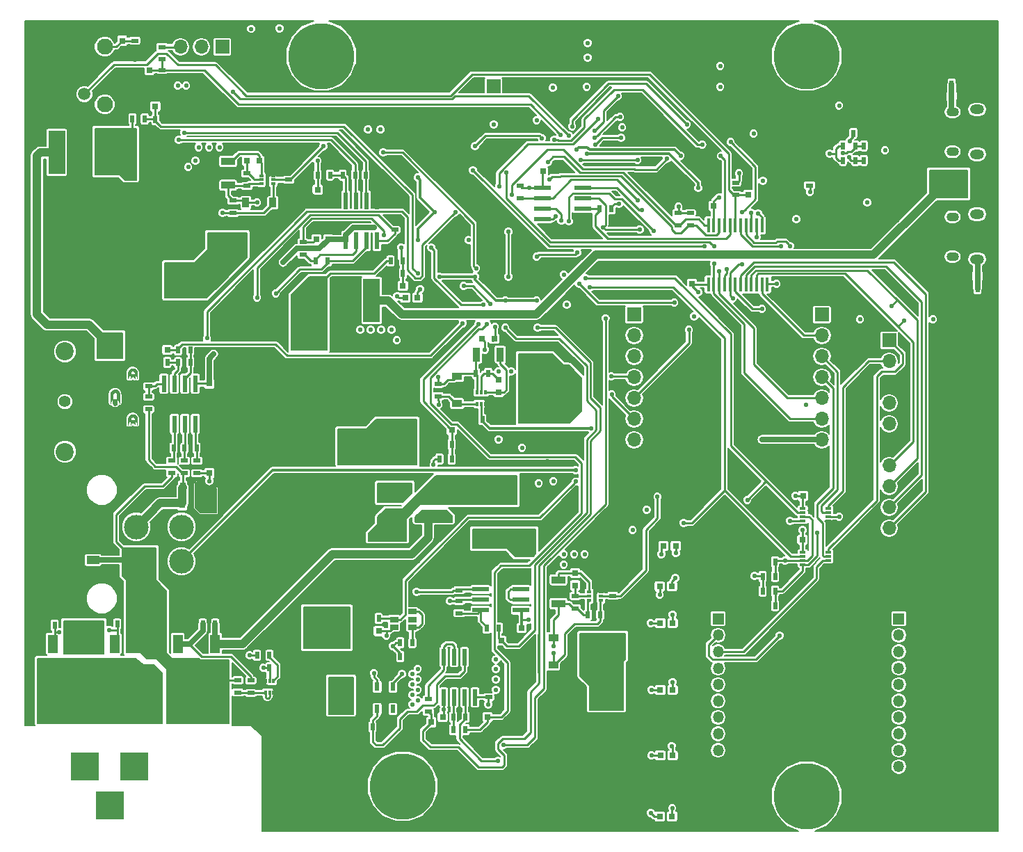
<source format=gbr>
G04 #@! TF.FileFunction,Copper,L4,Bot,Signal*
%FSLAX46Y46*%
G04 Gerber Fmt 4.6, Leading zero omitted, Abs format (unit mm)*
G04 Created by KiCad (PCBNEW 4.0.7) date 07/05/18 23:16:34*
%MOMM*%
%LPD*%
G01*
G04 APERTURE LIST*
%ADD10C,0.100000*%
%ADD11C,0.000100*%
%ADD12C,0.001000*%
%ADD13C,0.558800*%
%ADD14R,0.600000X2.000000*%
%ADD15R,0.900000X0.500000*%
%ADD16R,0.800000X0.750000*%
%ADD17R,0.900000X1.200000*%
%ADD18R,0.550000X0.400000*%
%ADD19R,1.700000X0.900000*%
%ADD20O,1.500000X1.100000*%
%ADD21O,1.700000X1.200000*%
%ADD22R,0.750000X0.800000*%
%ADD23R,1.200000X0.900000*%
%ADD24R,2.000000X5.300000*%
%ADD25R,3.500000X3.500000*%
%ADD26R,3.000000X3.000000*%
%ADD27C,3.000000*%
%ADD28R,1.350000X1.350000*%
%ADD29O,1.350000X1.350000*%
%ADD30R,1.700000X1.700000*%
%ADD31O,1.700000X1.700000*%
%ADD32R,0.400000X0.550000*%
%ADD33R,1.200000X2.200000*%
%ADD34R,5.800000X6.400000*%
%ADD35R,2.750000X3.050000*%
%ADD36R,0.500000X0.900000*%
%ADD37R,0.900000X1.700000*%
%ADD38R,0.700000X1.300000*%
%ADD39R,0.600000X1.050000*%
%ADD40R,1.060000X0.650000*%
%ADD41R,2.000000X0.600000*%
%ADD42R,0.800000X0.300000*%
%ADD43R,1.600000X1.000000*%
%ADD44C,1.498000*%
%ADD45C,1.950000*%
%ADD46C,1.400000*%
%ADD47C,2.200000*%
%ADD48R,0.450000X1.750000*%
%ADD49R,5.300000X2.000000*%
%ADD50C,8.000000*%
%ADD51C,0.254000*%
%ADD52C,0.635000*%
%ADD53C,0.304800*%
%ADD54C,1.016000*%
%ADD55C,0.203200*%
G04 APERTURE END LIST*
D10*
D11*
G36*
X11970020Y-46482020D02*
X11970020Y-45912020D01*
X11970020Y-45882894D01*
X11963860Y-45824911D01*
X11951610Y-45767903D01*
X11933400Y-45712510D01*
X11909440Y-45659351D01*
X11879990Y-45609023D01*
X11845390Y-45562088D01*
X11806030Y-45519073D01*
X11762330Y-45480460D01*
X11714810Y-45446680D01*
X11663970Y-45418110D01*
X11610410Y-45395080D01*
X11554710Y-45377830D01*
X11497490Y-45366570D01*
X11439410Y-45361420D01*
X11381110Y-45362430D01*
X11323250Y-45369600D01*
X11266460Y-45382850D01*
X11211390Y-45402020D01*
X11158660Y-45426910D01*
X11108860Y-45457230D01*
X11062530Y-45492640D01*
X11020210Y-45532751D01*
X10982360Y-45577110D01*
X10949420Y-45625220D01*
X10921740Y-45676543D01*
X10899650Y-45730503D01*
X10883380Y-45786496D01*
X10873110Y-45843896D01*
X10868980Y-45902058D01*
X10870020Y-45932020D01*
X10870020Y-46492020D01*
X11170020Y-46492020D01*
X11170020Y-45932020D01*
X11170020Y-45918930D01*
X11172760Y-45892870D01*
X11178200Y-45867238D01*
X11186300Y-45842316D01*
X11196960Y-45818378D01*
X11210060Y-45795684D01*
X11225460Y-45774484D01*
X11242990Y-45755010D01*
X11262470Y-45737475D01*
X11283660Y-45722072D01*
X11306360Y-45708969D01*
X11330290Y-45698309D01*
X11355220Y-45690211D01*
X11380850Y-45684762D01*
X11406910Y-45682021D01*
X11433110Y-45682020D01*
X11459170Y-45684758D01*
X11484800Y-45690205D01*
X11509720Y-45698301D01*
X11533660Y-45708958D01*
X11556360Y-45722059D01*
X11577560Y-45737460D01*
X11597030Y-45754993D01*
X11614570Y-45774465D01*
X11629970Y-45795664D01*
X11643070Y-45818356D01*
X11653730Y-45842294D01*
X11661830Y-45867215D01*
X11667280Y-45892846D01*
X11670020Y-45918906D01*
X11670020Y-45932020D01*
X11670020Y-46482020D01*
X11970020Y-46482020D01*
G37*
X11970020Y-46482020D02*
X11970020Y-45912020D01*
X11970020Y-45882894D01*
X11963860Y-45824911D01*
X11951610Y-45767903D01*
X11933400Y-45712510D01*
X11909440Y-45659351D01*
X11879990Y-45609023D01*
X11845390Y-45562088D01*
X11806030Y-45519073D01*
X11762330Y-45480460D01*
X11714810Y-45446680D01*
X11663970Y-45418110D01*
X11610410Y-45395080D01*
X11554710Y-45377830D01*
X11497490Y-45366570D01*
X11439410Y-45361420D01*
X11381110Y-45362430D01*
X11323250Y-45369600D01*
X11266460Y-45382850D01*
X11211390Y-45402020D01*
X11158660Y-45426910D01*
X11108860Y-45457230D01*
X11062530Y-45492640D01*
X11020210Y-45532751D01*
X10982360Y-45577110D01*
X10949420Y-45625220D01*
X10921740Y-45676543D01*
X10899650Y-45730503D01*
X10883380Y-45786496D01*
X10873110Y-45843896D01*
X10868980Y-45902058D01*
X10870020Y-45932020D01*
X10870020Y-46492020D01*
X11170020Y-46492020D01*
X11170020Y-45932020D01*
X11170020Y-45918930D01*
X11172760Y-45892870D01*
X11178200Y-45867238D01*
X11186300Y-45842316D01*
X11196960Y-45818378D01*
X11210060Y-45795684D01*
X11225460Y-45774484D01*
X11242990Y-45755010D01*
X11262470Y-45737475D01*
X11283660Y-45722072D01*
X11306360Y-45708969D01*
X11330290Y-45698309D01*
X11355220Y-45690211D01*
X11380850Y-45684762D01*
X11406910Y-45682021D01*
X11433110Y-45682020D01*
X11459170Y-45684758D01*
X11484800Y-45690205D01*
X11509720Y-45698301D01*
X11533660Y-45708958D01*
X11556360Y-45722059D01*
X11577560Y-45737460D01*
X11597030Y-45754993D01*
X11614570Y-45774465D01*
X11629970Y-45795664D01*
X11643070Y-45818356D01*
X11653730Y-45842294D01*
X11661830Y-45867215D01*
X11667280Y-45892846D01*
X11670020Y-45918906D01*
X11670020Y-45932020D01*
X11670020Y-46482020D01*
X11970020Y-46482020D01*
G36*
X10870020Y-46482020D02*
X10870020Y-47052020D01*
X10870020Y-47023531D01*
X10875910Y-46966811D01*
X10887640Y-46911004D01*
X10905070Y-46856707D01*
X10928020Y-46804503D01*
X10956240Y-46754951D01*
X10989430Y-46708582D01*
X11027240Y-46665893D01*
X11069260Y-46627341D01*
X11115040Y-46593338D01*
X11164090Y-46564251D01*
X11215880Y-46540389D01*
X11269860Y-46522009D01*
X11325460Y-46509308D01*
X11382070Y-46502422D01*
X11439080Y-46501424D01*
X11495900Y-46506325D01*
X11551900Y-46517073D01*
X11606490Y-46533553D01*
X11659090Y-46555588D01*
X11709130Y-46582941D01*
X11756070Y-46615321D01*
X11799410Y-46652379D01*
X11838690Y-46693719D01*
X11873490Y-46738898D01*
X11903430Y-46787432D01*
X11928190Y-46838801D01*
X11947510Y-46892455D01*
X11961180Y-46947818D01*
X11969050Y-47004297D01*
X11970020Y-47032020D01*
X11970020Y-46472020D01*
X11670020Y-46472020D01*
X11670020Y-47032020D01*
X11670020Y-47045110D01*
X11667280Y-47071170D01*
X11661840Y-47096802D01*
X11653740Y-47121724D01*
X11643080Y-47145662D01*
X11629980Y-47168356D01*
X11614580Y-47189556D01*
X11597050Y-47209030D01*
X11577570Y-47226565D01*
X11556380Y-47241968D01*
X11533680Y-47255071D01*
X11509750Y-47265731D01*
X11484820Y-47273829D01*
X11459190Y-47279278D01*
X11433130Y-47282019D01*
X11406930Y-47282020D01*
X11380870Y-47279282D01*
X11355240Y-47273835D01*
X11330320Y-47265739D01*
X11306380Y-47255082D01*
X11283680Y-47241981D01*
X11262480Y-47226580D01*
X11243010Y-47209047D01*
X11225470Y-47189575D01*
X11210070Y-47168376D01*
X11196970Y-47145684D01*
X11186310Y-47121746D01*
X11178210Y-47096825D01*
X11172760Y-47071194D01*
X11170020Y-47045134D01*
X11170020Y-47032020D01*
X11170020Y-46482020D01*
X10870020Y-46482020D01*
G37*
X10870020Y-46482020D02*
X10870020Y-47052020D01*
X10870020Y-47023531D01*
X10875910Y-46966811D01*
X10887640Y-46911004D01*
X10905070Y-46856707D01*
X10928020Y-46804503D01*
X10956240Y-46754951D01*
X10989430Y-46708582D01*
X11027240Y-46665893D01*
X11069260Y-46627341D01*
X11115040Y-46593338D01*
X11164090Y-46564251D01*
X11215880Y-46540389D01*
X11269860Y-46522009D01*
X11325460Y-46509308D01*
X11382070Y-46502422D01*
X11439080Y-46501424D01*
X11495900Y-46506325D01*
X11551900Y-46517073D01*
X11606490Y-46533553D01*
X11659090Y-46555588D01*
X11709130Y-46582941D01*
X11756070Y-46615321D01*
X11799410Y-46652379D01*
X11838690Y-46693719D01*
X11873490Y-46738898D01*
X11903430Y-46787432D01*
X11928190Y-46838801D01*
X11947510Y-46892455D01*
X11961180Y-46947818D01*
X11969050Y-47004297D01*
X11970020Y-47032020D01*
X11970020Y-46472020D01*
X11670020Y-46472020D01*
X11670020Y-47032020D01*
X11670020Y-47045110D01*
X11667280Y-47071170D01*
X11661840Y-47096802D01*
X11653740Y-47121724D01*
X11643080Y-47145662D01*
X11629980Y-47168356D01*
X11614580Y-47189556D01*
X11597050Y-47209030D01*
X11577570Y-47226565D01*
X11556380Y-47241968D01*
X11533680Y-47255071D01*
X11509750Y-47265731D01*
X11484820Y-47273829D01*
X11459190Y-47279278D01*
X11433130Y-47282019D01*
X11406930Y-47282020D01*
X11380870Y-47279282D01*
X11355240Y-47273835D01*
X11330320Y-47265739D01*
X11306380Y-47255082D01*
X11283680Y-47241981D01*
X11262480Y-47226580D01*
X11243010Y-47209047D01*
X11225470Y-47189575D01*
X11210070Y-47168376D01*
X11196970Y-47145684D01*
X11186310Y-47121746D01*
X11178210Y-47096825D01*
X11172760Y-47071194D01*
X11170020Y-47045134D01*
X11170020Y-47032020D01*
X11170020Y-46482020D01*
X10870020Y-46482020D01*
D12*
G36*
X13820020Y-43682020D02*
X13820020Y-43332020D01*
X13820020Y-43318780D01*
X13817220Y-43292420D01*
X13811650Y-43266510D01*
X13803372Y-43241330D01*
X13792480Y-43217160D01*
X13779095Y-43194280D01*
X13763367Y-43172950D01*
X13745472Y-43153390D01*
X13725610Y-43135840D01*
X13704005Y-43120490D01*
X13680898Y-43107500D01*
X13656548Y-43097030D01*
X13631228Y-43089190D01*
X13605221Y-43084070D01*
X13578819Y-43081730D01*
X13552316Y-43082190D01*
X13526011Y-43085450D01*
X13500198Y-43091470D01*
X13475166Y-43100180D01*
X13451195Y-43111500D01*
X13428554Y-43125280D01*
X13407497Y-43141380D01*
X13388258Y-43159610D01*
X13371055Y-43179780D01*
X13356079Y-43201650D01*
X13343498Y-43224980D01*
X13333453Y-43249500D01*
X13326056Y-43274960D01*
X13321392Y-43301050D01*
X13319511Y-43327490D01*
X13320020Y-43342020D01*
X13320020Y-43682020D01*
X13020020Y-43682020D01*
X13020020Y-43332020D01*
X13020020Y-43303380D01*
X13025977Y-43246360D01*
X13037829Y-43190270D01*
X13055448Y-43135710D01*
X13078643Y-43083280D01*
X13107162Y-43033540D01*
X13140697Y-42987040D01*
X13178884Y-42944280D01*
X13221309Y-42905710D01*
X13267513Y-42871770D01*
X13316996Y-42842810D01*
X13369220Y-42819160D01*
X13423620Y-42801060D01*
X13479607Y-42788710D01*
X13536575Y-42782250D01*
X13593905Y-42781750D01*
X13650977Y-42787210D01*
X13707172Y-42798570D01*
X13761881Y-42815710D01*
X13814513Y-42838450D01*
X13864495Y-42866530D01*
X13911288Y-42899660D01*
X13954383Y-42937470D01*
X13993315Y-42979560D01*
X14027660Y-43025460D01*
X14057048Y-43074690D01*
X14081159Y-43126710D01*
X14099733Y-43180950D01*
X14112567Y-43236830D01*
X14119524Y-43293730D01*
X14120020Y-43322020D01*
X14120020Y-43682020D01*
X13820020Y-43682020D01*
G37*
X13820020Y-43682020D02*
X13820020Y-43332020D01*
X13820020Y-43318780D01*
X13817220Y-43292420D01*
X13811650Y-43266510D01*
X13803372Y-43241330D01*
X13792480Y-43217160D01*
X13779095Y-43194280D01*
X13763367Y-43172950D01*
X13745472Y-43153390D01*
X13725610Y-43135840D01*
X13704005Y-43120490D01*
X13680898Y-43107500D01*
X13656548Y-43097030D01*
X13631228Y-43089190D01*
X13605221Y-43084070D01*
X13578819Y-43081730D01*
X13552316Y-43082190D01*
X13526011Y-43085450D01*
X13500198Y-43091470D01*
X13475166Y-43100180D01*
X13451195Y-43111500D01*
X13428554Y-43125280D01*
X13407497Y-43141380D01*
X13388258Y-43159610D01*
X13371055Y-43179780D01*
X13356079Y-43201650D01*
X13343498Y-43224980D01*
X13333453Y-43249500D01*
X13326056Y-43274960D01*
X13321392Y-43301050D01*
X13319511Y-43327490D01*
X13320020Y-43342020D01*
X13320020Y-43682020D01*
X13020020Y-43682020D01*
X13020020Y-43332020D01*
X13020020Y-43303380D01*
X13025977Y-43246360D01*
X13037829Y-43190270D01*
X13055448Y-43135710D01*
X13078643Y-43083280D01*
X13107162Y-43033540D01*
X13140697Y-42987040D01*
X13178884Y-42944280D01*
X13221309Y-42905710D01*
X13267513Y-42871770D01*
X13316996Y-42842810D01*
X13369220Y-42819160D01*
X13423620Y-42801060D01*
X13479607Y-42788710D01*
X13536575Y-42782250D01*
X13593905Y-42781750D01*
X13650977Y-42787210D01*
X13707172Y-42798570D01*
X13761881Y-42815710D01*
X13814513Y-42838450D01*
X13864495Y-42866530D01*
X13911288Y-42899660D01*
X13954383Y-42937470D01*
X13993315Y-42979560D01*
X14027660Y-43025460D01*
X14057048Y-43074690D01*
X14081159Y-43126710D01*
X14099733Y-43180950D01*
X14112567Y-43236830D01*
X14119524Y-43293730D01*
X14120020Y-43322020D01*
X14120020Y-43682020D01*
X13820020Y-43682020D01*
G36*
X13320020Y-43682020D02*
X13320020Y-44032020D01*
X13320020Y-44019070D01*
X13322698Y-43993290D01*
X13328028Y-43967920D01*
X13335951Y-43943240D01*
X13346383Y-43919510D01*
X13359213Y-43896980D01*
X13374302Y-43875900D01*
X13391489Y-43856500D01*
X13410590Y-43838970D01*
X13431400Y-43823520D01*
X13453697Y-43810290D01*
X13477241Y-43799450D01*
X13501780Y-43791090D01*
X13527052Y-43785320D01*
X13552784Y-43782190D01*
X13578703Y-43781730D01*
X13604530Y-43783960D01*
X13629987Y-43788850D01*
X13654804Y-43796340D01*
X13678713Y-43806350D01*
X13701459Y-43818790D01*
X13722797Y-43833510D01*
X13742500Y-43850350D01*
X13760355Y-43869150D01*
X13776173Y-43889680D01*
X13789783Y-43911750D01*
X13801039Y-43935100D01*
X13809821Y-43959490D01*
X13816035Y-43984650D01*
X13819614Y-44010330D01*
X13820020Y-44022020D01*
X13820020Y-43682020D01*
X14120020Y-43682020D01*
X14120020Y-44032020D01*
X14120020Y-44003060D01*
X14113929Y-43945410D01*
X14101813Y-43888710D01*
X14083804Y-43833610D01*
X14060103Y-43780700D01*
X14030973Y-43730570D01*
X13996735Y-43683790D01*
X13957770Y-43640860D01*
X13914509Y-43602270D01*
X13867431Y-43568440D01*
X13817057Y-43539740D01*
X13763947Y-43516500D01*
X13708687Y-43498960D01*
X13651891Y-43487340D01*
X13594187Y-43481740D01*
X13536215Y-43482250D01*
X13478617Y-43488840D01*
X13422032Y-43501450D01*
X13367085Y-43519940D01*
X13314386Y-43544100D01*
X13264518Y-43573670D01*
X13218034Y-43608310D01*
X13175449Y-43647650D01*
X13137234Y-43691250D01*
X13103814Y-43738620D01*
X13075558Y-43789240D01*
X13052779Y-43842550D01*
X13035729Y-43897960D01*
X13024598Y-43954860D01*
X13019509Y-44012610D01*
X13020020Y-44042020D01*
X13020020Y-43682020D01*
X13320020Y-43682020D01*
G37*
X13320020Y-43682020D02*
X13320020Y-44032020D01*
X13320020Y-44019070D01*
X13322698Y-43993290D01*
X13328028Y-43967920D01*
X13335951Y-43943240D01*
X13346383Y-43919510D01*
X13359213Y-43896980D01*
X13374302Y-43875900D01*
X13391489Y-43856500D01*
X13410590Y-43838970D01*
X13431400Y-43823520D01*
X13453697Y-43810290D01*
X13477241Y-43799450D01*
X13501780Y-43791090D01*
X13527052Y-43785320D01*
X13552784Y-43782190D01*
X13578703Y-43781730D01*
X13604530Y-43783960D01*
X13629987Y-43788850D01*
X13654804Y-43796340D01*
X13678713Y-43806350D01*
X13701459Y-43818790D01*
X13722797Y-43833510D01*
X13742500Y-43850350D01*
X13760355Y-43869150D01*
X13776173Y-43889680D01*
X13789783Y-43911750D01*
X13801039Y-43935100D01*
X13809821Y-43959490D01*
X13816035Y-43984650D01*
X13819614Y-44010330D01*
X13820020Y-44022020D01*
X13820020Y-43682020D01*
X14120020Y-43682020D01*
X14120020Y-44032020D01*
X14120020Y-44003060D01*
X14113929Y-43945410D01*
X14101813Y-43888710D01*
X14083804Y-43833610D01*
X14060103Y-43780700D01*
X14030973Y-43730570D01*
X13996735Y-43683790D01*
X13957770Y-43640860D01*
X13914509Y-43602270D01*
X13867431Y-43568440D01*
X13817057Y-43539740D01*
X13763947Y-43516500D01*
X13708687Y-43498960D01*
X13651891Y-43487340D01*
X13594187Y-43481740D01*
X13536215Y-43482250D01*
X13478617Y-43488840D01*
X13422032Y-43501450D01*
X13367085Y-43519940D01*
X13314386Y-43544100D01*
X13264518Y-43573670D01*
X13218034Y-43608310D01*
X13175449Y-43647650D01*
X13137234Y-43691250D01*
X13103814Y-43738620D01*
X13075558Y-43789240D01*
X13052779Y-43842550D01*
X13035729Y-43897960D01*
X13024598Y-43954860D01*
X13019509Y-44012610D01*
X13020020Y-44042020D01*
X13020020Y-43682020D01*
X13320020Y-43682020D01*
G36*
X13820020Y-49282020D02*
X13820020Y-48932020D01*
X13820020Y-48918780D01*
X13817220Y-48892420D01*
X13811650Y-48866510D01*
X13803372Y-48841330D01*
X13792480Y-48817160D01*
X13779095Y-48794280D01*
X13763367Y-48772950D01*
X13745472Y-48753390D01*
X13725610Y-48735840D01*
X13704005Y-48720490D01*
X13680898Y-48707500D01*
X13656548Y-48697030D01*
X13631228Y-48689190D01*
X13605221Y-48684070D01*
X13578819Y-48681730D01*
X13552316Y-48682190D01*
X13526011Y-48685450D01*
X13500198Y-48691470D01*
X13475166Y-48700180D01*
X13451195Y-48711500D01*
X13428554Y-48725280D01*
X13407497Y-48741380D01*
X13388258Y-48759610D01*
X13371055Y-48779780D01*
X13356079Y-48801650D01*
X13343498Y-48824980D01*
X13333453Y-48849500D01*
X13326056Y-48874960D01*
X13321392Y-48901050D01*
X13319511Y-48927490D01*
X13320020Y-48942020D01*
X13320020Y-49282020D01*
X13020020Y-49282020D01*
X13020020Y-48932020D01*
X13020020Y-48903380D01*
X13025977Y-48846360D01*
X13037829Y-48790270D01*
X13055448Y-48735710D01*
X13078643Y-48683280D01*
X13107162Y-48633540D01*
X13140697Y-48587040D01*
X13178884Y-48544280D01*
X13221309Y-48505710D01*
X13267513Y-48471770D01*
X13316996Y-48442810D01*
X13369220Y-48419160D01*
X13423620Y-48401060D01*
X13479607Y-48388710D01*
X13536575Y-48382250D01*
X13593905Y-48381750D01*
X13650977Y-48387210D01*
X13707172Y-48398570D01*
X13761881Y-48415710D01*
X13814513Y-48438450D01*
X13864495Y-48466530D01*
X13911288Y-48499660D01*
X13954383Y-48537470D01*
X13993315Y-48579560D01*
X14027660Y-48625460D01*
X14057048Y-48674690D01*
X14081159Y-48726710D01*
X14099733Y-48780950D01*
X14112567Y-48836830D01*
X14119524Y-48893730D01*
X14120020Y-48922020D01*
X14120020Y-49282020D01*
X13820020Y-49282020D01*
G37*
X13820020Y-49282020D02*
X13820020Y-48932020D01*
X13820020Y-48918780D01*
X13817220Y-48892420D01*
X13811650Y-48866510D01*
X13803372Y-48841330D01*
X13792480Y-48817160D01*
X13779095Y-48794280D01*
X13763367Y-48772950D01*
X13745472Y-48753390D01*
X13725610Y-48735840D01*
X13704005Y-48720490D01*
X13680898Y-48707500D01*
X13656548Y-48697030D01*
X13631228Y-48689190D01*
X13605221Y-48684070D01*
X13578819Y-48681730D01*
X13552316Y-48682190D01*
X13526011Y-48685450D01*
X13500198Y-48691470D01*
X13475166Y-48700180D01*
X13451195Y-48711500D01*
X13428554Y-48725280D01*
X13407497Y-48741380D01*
X13388258Y-48759610D01*
X13371055Y-48779780D01*
X13356079Y-48801650D01*
X13343498Y-48824980D01*
X13333453Y-48849500D01*
X13326056Y-48874960D01*
X13321392Y-48901050D01*
X13319511Y-48927490D01*
X13320020Y-48942020D01*
X13320020Y-49282020D01*
X13020020Y-49282020D01*
X13020020Y-48932020D01*
X13020020Y-48903380D01*
X13025977Y-48846360D01*
X13037829Y-48790270D01*
X13055448Y-48735710D01*
X13078643Y-48683280D01*
X13107162Y-48633540D01*
X13140697Y-48587040D01*
X13178884Y-48544280D01*
X13221309Y-48505710D01*
X13267513Y-48471770D01*
X13316996Y-48442810D01*
X13369220Y-48419160D01*
X13423620Y-48401060D01*
X13479607Y-48388710D01*
X13536575Y-48382250D01*
X13593905Y-48381750D01*
X13650977Y-48387210D01*
X13707172Y-48398570D01*
X13761881Y-48415710D01*
X13814513Y-48438450D01*
X13864495Y-48466530D01*
X13911288Y-48499660D01*
X13954383Y-48537470D01*
X13993315Y-48579560D01*
X14027660Y-48625460D01*
X14057048Y-48674690D01*
X14081159Y-48726710D01*
X14099733Y-48780950D01*
X14112567Y-48836830D01*
X14119524Y-48893730D01*
X14120020Y-48922020D01*
X14120020Y-49282020D01*
X13820020Y-49282020D01*
G36*
X13320020Y-49282020D02*
X13320020Y-49632020D01*
X13320020Y-49619070D01*
X13322698Y-49593290D01*
X13328028Y-49567920D01*
X13335951Y-49543240D01*
X13346383Y-49519510D01*
X13359213Y-49496980D01*
X13374302Y-49475900D01*
X13391489Y-49456500D01*
X13410590Y-49438970D01*
X13431400Y-49423520D01*
X13453697Y-49410290D01*
X13477241Y-49399450D01*
X13501780Y-49391090D01*
X13527052Y-49385320D01*
X13552784Y-49382190D01*
X13578703Y-49381730D01*
X13604530Y-49383960D01*
X13629987Y-49388850D01*
X13654804Y-49396340D01*
X13678713Y-49406350D01*
X13701459Y-49418790D01*
X13722797Y-49433510D01*
X13742500Y-49450350D01*
X13760355Y-49469150D01*
X13776173Y-49489680D01*
X13789783Y-49511750D01*
X13801039Y-49535100D01*
X13809821Y-49559490D01*
X13816035Y-49584650D01*
X13819614Y-49610330D01*
X13820020Y-49622020D01*
X13820020Y-49282020D01*
X14120020Y-49282020D01*
X14120020Y-49632020D01*
X14120020Y-49603060D01*
X14113929Y-49545410D01*
X14101813Y-49488710D01*
X14083804Y-49433610D01*
X14060103Y-49380700D01*
X14030973Y-49330570D01*
X13996735Y-49283790D01*
X13957770Y-49240860D01*
X13914509Y-49202270D01*
X13867431Y-49168440D01*
X13817057Y-49139740D01*
X13763947Y-49116500D01*
X13708687Y-49098960D01*
X13651891Y-49087340D01*
X13594187Y-49081740D01*
X13536215Y-49082250D01*
X13478617Y-49088840D01*
X13422032Y-49101450D01*
X13367085Y-49119940D01*
X13314386Y-49144100D01*
X13264518Y-49173670D01*
X13218034Y-49208310D01*
X13175449Y-49247650D01*
X13137234Y-49291250D01*
X13103814Y-49338620D01*
X13075558Y-49389240D01*
X13052779Y-49442550D01*
X13035729Y-49497960D01*
X13024598Y-49554860D01*
X13019509Y-49612610D01*
X13020020Y-49642020D01*
X13020020Y-49282020D01*
X13320020Y-49282020D01*
G37*
X13320020Y-49282020D02*
X13320020Y-49632020D01*
X13320020Y-49619070D01*
X13322698Y-49593290D01*
X13328028Y-49567920D01*
X13335951Y-49543240D01*
X13346383Y-49519510D01*
X13359213Y-49496980D01*
X13374302Y-49475900D01*
X13391489Y-49456500D01*
X13410590Y-49438970D01*
X13431400Y-49423520D01*
X13453697Y-49410290D01*
X13477241Y-49399450D01*
X13501780Y-49391090D01*
X13527052Y-49385320D01*
X13552784Y-49382190D01*
X13578703Y-49381730D01*
X13604530Y-49383960D01*
X13629987Y-49388850D01*
X13654804Y-49396340D01*
X13678713Y-49406350D01*
X13701459Y-49418790D01*
X13722797Y-49433510D01*
X13742500Y-49450350D01*
X13760355Y-49469150D01*
X13776173Y-49489680D01*
X13789783Y-49511750D01*
X13801039Y-49535100D01*
X13809821Y-49559490D01*
X13816035Y-49584650D01*
X13819614Y-49610330D01*
X13820020Y-49622020D01*
X13820020Y-49282020D01*
X14120020Y-49282020D01*
X14120020Y-49632020D01*
X14120020Y-49603060D01*
X14113929Y-49545410D01*
X14101813Y-49488710D01*
X14083804Y-49433610D01*
X14060103Y-49380700D01*
X14030973Y-49330570D01*
X13996735Y-49283790D01*
X13957770Y-49240860D01*
X13914509Y-49202270D01*
X13867431Y-49168440D01*
X13817057Y-49139740D01*
X13763947Y-49116500D01*
X13708687Y-49098960D01*
X13651891Y-49087340D01*
X13594187Y-49081740D01*
X13536215Y-49082250D01*
X13478617Y-49088840D01*
X13422032Y-49101450D01*
X13367085Y-49119940D01*
X13314386Y-49144100D01*
X13264518Y-49173670D01*
X13218034Y-49208310D01*
X13175449Y-49247650D01*
X13137234Y-49291250D01*
X13103814Y-49338620D01*
X13075558Y-49389240D01*
X13052779Y-49442550D01*
X13035729Y-49497960D01*
X13024598Y-49554860D01*
X13019509Y-49612610D01*
X13020020Y-49642020D01*
X13020020Y-49282020D01*
X13320020Y-49282020D01*
D13*
X39624020Y-96012020D03*
X39878020Y-97536020D03*
X57785020Y-78232020D03*
X101473020Y-8128020D03*
X101981020Y-6223020D03*
X102235020Y-4191020D03*
X105029020Y-4064020D03*
X107823020Y-4191020D03*
X107696020Y-7366020D03*
X103124020Y-7493020D03*
X102997020Y-9525020D03*
X104394020Y-8128020D03*
X108712020Y-8128020D03*
X110490020Y-6223020D03*
X110617020Y-4064020D03*
X116459020Y-4064020D03*
X113538020Y-4064020D03*
X116459020Y-5842020D03*
X116459020Y-7620020D03*
X114173020Y-7366020D03*
X110998020Y-8001020D03*
X107315020Y-9652020D03*
X56896020Y-80391020D03*
X55245020Y-76200020D03*
D14*
X51435020Y-77941020D03*
X52705020Y-77941020D03*
X55245020Y-77941020D03*
X55245020Y-82841020D03*
X53975020Y-82841020D03*
X52705020Y-82841020D03*
X51435020Y-82841020D03*
X53975020Y-77941020D03*
D13*
X6096020Y-80645020D03*
X6096020Y-84709020D03*
X4191020Y-82618020D03*
X7874020Y-82618020D03*
X6096020Y-82618020D03*
X11684020Y-82677020D03*
X15494020Y-82550020D03*
X13650000Y-84836020D03*
X13650000Y-80391020D03*
X13650000Y-82618020D03*
X23368020Y-82550020D03*
X19304020Y-82677020D03*
X21336020Y-80391020D03*
X21336020Y-84836020D03*
X21336020Y-82618020D03*
X110667820Y-26212820D03*
X111353620Y-28067020D03*
X109016820Y-28067020D03*
X107670620Y-26517620D03*
X106603820Y-24765020D03*
X106629220Y-23444220D03*
X107492820Y-17195820D03*
X106273620Y-20497820D03*
X106045020Y-18592820D03*
X105029020Y-18923020D03*
X97002620Y-12623820D03*
X97688420Y-15290820D03*
X95681820Y-15316220D03*
X94742020Y-16738620D03*
X93446620Y-21793220D03*
X97078820Y-21209020D03*
X99161620Y-21209020D03*
X98729820Y-18491220D03*
X100888820Y-20447020D03*
X72771020Y-83693020D03*
X69596020Y-83693020D03*
X71247020Y-83693020D03*
X70739020Y-79629020D03*
X70739020Y-75565020D03*
X72771020Y-77564000D03*
X68707020Y-77564000D03*
X70774000Y-77564000D03*
X64389020Y-47498020D03*
X64389020Y-43180020D03*
X66294020Y-45466020D03*
X62357020Y-45466020D03*
X64357347Y-45446195D03*
X18669020Y-33782020D03*
X18669020Y-30353020D03*
X18669020Y-32131020D03*
X25146020Y-26797020D03*
X25146020Y-31115020D03*
X27178020Y-28906020D03*
X22987020Y-28906020D03*
X25140020Y-28906020D03*
X43942020Y-58166020D03*
X47117020Y-58166020D03*
X45593020Y-58166020D03*
X37211020Y-76327020D03*
X37237000Y-72390020D03*
X39370020Y-74422020D03*
X35052020Y-74422020D03*
X37237000Y-74389000D03*
X38956000Y-84328020D03*
X38956000Y-81026020D03*
X38956000Y-82644000D03*
X39624020Y-54102020D03*
X39624020Y-50546020D03*
X39591000Y-52291000D03*
X43942020Y-51562020D03*
X47752020Y-51562020D03*
X45974020Y-50038020D03*
X45941000Y-53340020D03*
X45941000Y-51597000D03*
X3048020Y-20066020D03*
X3048020Y-23114020D03*
X3048020Y-29972020D03*
X52832020Y-48514020D03*
X52832020Y-45212020D03*
X48006020Y-42418020D03*
X46228020Y-43942020D03*
X42164020Y-47498020D03*
X45974020Y-47244020D03*
X53340020Y-54356020D03*
X58928020Y-59944020D03*
X54102020Y-59944020D03*
X25146020Y-38608020D03*
X28194020Y-38862020D03*
X24892020Y-44958020D03*
X25146020Y-50038020D03*
X25146020Y-55626020D03*
X39116020Y-69596020D03*
X35814020Y-69596020D03*
X22098020Y-76454020D03*
X89916020Y-63246020D03*
X83566020Y-58166020D03*
X86868020Y-55372020D03*
X90170020Y-52832020D03*
X81026020Y-68326020D03*
X82042020Y-72898020D03*
X78994020Y-76454020D03*
X82550020Y-77978020D03*
X89662020Y-79502020D03*
X86614020Y-79756020D03*
X101854020Y-27940020D03*
X100076020Y-26416020D03*
X57150020Y-27686020D03*
X76708020Y-3302020D03*
X80772020Y-3556020D03*
X83566020Y-4318020D03*
X76708020Y-17526020D03*
X82804020Y-18796020D03*
X76200020Y-20574020D03*
X90932020Y-12700020D03*
X87630020Y-14986020D03*
X87630020Y-9652020D03*
X87630020Y-5334020D03*
X85090020Y-9906020D03*
X82296020Y-14224020D03*
X85090020Y-13970020D03*
X65532020Y-11430020D03*
X67564020Y-3556020D03*
X59944020Y-3810020D03*
X54864020Y-3810020D03*
X45974020Y-7366020D03*
X52578020Y-7366020D03*
X54610020Y-8636020D03*
X56134020Y-11430020D03*
X49530020Y-18288020D03*
X53594020Y-18288020D03*
X52070020Y-19558020D03*
X54356020Y-14224020D03*
X53594020Y-16256020D03*
X47244020Y-14732020D03*
X48768020Y-16256020D03*
X45212020Y-14732020D03*
X51816020Y-11430020D03*
X38608020Y-11430020D03*
X42926020Y-12446020D03*
X40894020Y-13716020D03*
X34290020Y-12446020D03*
X34290020Y-16002020D03*
X24892020Y-12446020D03*
X27178020Y-8128020D03*
X32004020Y-8001020D03*
X29718020Y-3556020D03*
X26416020Y-3556020D03*
X15494020Y-3556020D03*
X12446020Y-11176020D03*
X2540020Y-14986020D03*
X2540020Y-10160020D03*
X8382020Y-11684020D03*
X6096020Y-15240020D03*
X7874020Y-17780020D03*
X18034020Y-16510020D03*
X20066020Y-16002020D03*
X15748020Y-21844020D03*
X15748020Y-24638020D03*
X15748020Y-28194020D03*
X13208020Y-28194020D03*
X13208020Y-24384020D03*
X13208020Y-21844020D03*
X37846020Y-18034020D03*
X29210020Y-21590020D03*
X25908020Y-21590020D03*
X25654020Y-24638020D03*
X33274020Y-23368020D03*
X29464020Y-24892020D03*
X29464020Y-27178020D03*
X29464020Y-30734020D03*
X31496020Y-32258020D03*
X29718020Y-34544020D03*
X33274020Y-29972020D03*
X34544020Y-42926020D03*
X34798020Y-48260020D03*
X47244020Y-37338020D03*
X49276020Y-37338020D03*
X66548020Y-37846020D03*
X68834020Y-38862020D03*
X78994020Y-33528020D03*
X74930020Y-33782020D03*
X76200020Y-30988020D03*
X77216020Y-29972020D03*
X74930020Y-29972020D03*
X86106020Y-37084020D03*
X82550020Y-37592020D03*
X82804020Y-40132020D03*
X76454020Y-40132020D03*
X76962020Y-48006020D03*
X83820020Y-53594020D03*
X78994020Y-58674020D03*
X90170020Y-49276020D03*
X89916020Y-41910020D03*
X89916020Y-37084020D03*
X88900020Y-34290020D03*
X98298020Y-34036020D03*
X112522020Y-36068020D03*
X104394020Y-37084020D03*
X99568020Y-41148020D03*
X102362020Y-54356020D03*
X107950020Y-62230020D03*
X103632020Y-62484020D03*
X92964020Y-67818020D03*
X92964020Y-70866020D03*
X96266020Y-69850020D03*
X94234020Y-71882020D03*
X92456020Y-73660020D03*
X100838020Y-60452020D03*
X101346020Y-66802020D03*
X99822020Y-69850020D03*
X94234020Y-75184020D03*
X108204020Y-92964020D03*
X112522020Y-95758020D03*
X113284020Y-90424020D03*
X113284020Y-83820020D03*
X113284020Y-77978020D03*
X113284020Y-72390020D03*
X109982020Y-68326020D03*
X104902020Y-71882020D03*
X104648020Y-80518020D03*
X104648020Y-89916020D03*
X92456020Y-80772020D03*
X86614020Y-82550020D03*
X86614020Y-86360020D03*
X78994020Y-91694020D03*
X40640020Y-92456020D03*
X42164020Y-90424020D03*
X58039020Y-83312020D03*
X60706020Y-83820020D03*
X57150020Y-66040020D03*
X50292020Y-67564020D03*
X51816020Y-69088020D03*
X48768020Y-69088020D03*
X49784020Y-70866020D03*
X51816020Y-73914020D03*
X49276020Y-76200020D03*
X44704020Y-78232020D03*
X41910020Y-78232020D03*
X34290020Y-78740020D03*
X32004020Y-77978020D03*
X30226020Y-76454020D03*
X28702020Y-76454020D03*
X23622020Y-70104020D03*
X22352020Y-61722020D03*
X22352020Y-66294020D03*
X16764020Y-62230020D03*
X17018020Y-66294020D03*
X18542020Y-69342020D03*
X20574020Y-73152020D03*
X18542020Y-73152020D03*
X11684020Y-72644020D03*
X7112020Y-70866020D03*
X11430020Y-68580020D03*
X8382020Y-67310020D03*
X14224020Y-56134020D03*
X14224020Y-59690020D03*
X11684020Y-48768020D03*
X12954020Y-51308020D03*
X14478020Y-52832020D03*
X20574020Y-56388020D03*
X20574020Y-53340020D03*
X21082020Y-46482020D03*
X21336020Y-43180020D03*
X13462020Y-41656020D03*
X17526020Y-38608020D03*
X13716020Y-38608020D03*
X21590020Y-38100020D03*
X24130020Y-35560020D03*
X26416020Y-33528020D03*
X23876020Y-33655020D03*
X21844020Y-35306020D03*
X20066020Y-36322020D03*
X16002020Y-36322020D03*
X12954020Y-36322020D03*
X9398020Y-36322020D03*
X6604020Y-36322020D03*
X4572020Y-36322020D03*
X3048020Y-35306020D03*
X2540020Y-39624020D03*
X2540020Y-42164020D03*
X5334020Y-44958020D03*
X1016020Y-44196020D03*
X1016020Y-50038020D03*
X1016020Y-56134020D03*
X1016020Y-61722020D03*
X1016020Y-67056020D03*
X1016020Y-72136020D03*
X1016020Y-76962020D03*
X1016020Y-81788020D03*
X1016020Y-85598020D03*
X38608020Y-98552020D03*
X51308020Y-98552020D03*
X51308020Y-87757020D03*
X52070020Y-90170020D03*
X53340020Y-93980020D03*
X54610020Y-96520020D03*
X58674020Y-98552020D03*
X78994020Y-94488020D03*
X78740020Y-98298020D03*
X87630020Y-98044020D03*
X106680020Y-98044020D03*
X118364020Y-98044020D03*
X118364020Y-87376020D03*
X118364020Y-78486020D03*
X118364020Y-70104020D03*
X118364020Y-61976020D03*
X118364020Y-50546020D03*
X118364020Y-42672020D03*
X118364020Y-35814020D03*
X118364020Y-23876020D03*
X118364020Y-29718020D03*
X107442020Y-28448020D03*
X104140020Y-25654020D03*
X93472020Y-13970020D03*
X93726020Y-10160020D03*
X106680020Y-12954020D03*
X104775020Y-17068820D03*
X106121220Y-16306820D03*
X106426020Y-14732020D03*
X108966020Y-13208020D03*
X110490020Y-13208020D03*
X109474020Y-25146020D03*
X108712020Y-22352020D03*
X108712020Y-21082020D03*
X110998020Y-17526020D03*
X108204020Y-19558020D03*
X109474020Y-17780020D03*
X109474020Y-16510020D03*
X109982020Y-15494020D03*
X111506020Y-15494020D03*
X118364020Y-16764020D03*
X118110020Y-10160020D03*
X118110020Y-1270020D03*
X113792020Y-1270020D03*
X107442020Y-1270020D03*
X101854020Y-1270020D03*
X86868020Y-1270020D03*
X81534020Y-1270020D03*
X72390020Y-1270020D03*
X58420020Y-1270020D03*
X48260020Y-1270020D03*
X43180020Y-1270020D03*
X41656020Y-7112020D03*
X58102520Y-43180020D03*
X79248020Y-96329520D03*
X79184520Y-88773020D03*
X79311520Y-80962520D03*
X79311520Y-72771020D03*
X79629020Y-68326020D03*
X79692520Y-65278020D03*
X76136520Y-60007520D03*
X64770020Y-56515020D03*
X60960020Y-52451020D03*
X59626520Y-43180020D03*
X57658020Y-37719020D03*
X48577520Y-33147020D03*
X43751520Y-13716020D03*
X31432520Y-1397020D03*
X76644520Y-96901020D03*
X76708020Y-89916020D03*
X76708020Y-81915020D03*
X76644520Y-73787020D03*
X77724020Y-70358020D03*
X77914520Y-65405020D03*
X74422020Y-62484020D03*
X62992020Y-56769020D03*
X58102520Y-51435020D03*
X56451520Y-40513020D03*
X45783520Y-33972520D03*
X42227520Y-13716020D03*
X28003520Y-1460520D03*
X64706520Y-8636020D03*
X8636020Y-51435020D03*
X8890020Y-49911020D03*
X58801020Y-67945020D03*
X66421020Y-35052020D03*
X47625020Y-87376020D03*
X47625020Y-86360020D03*
X43434020Y-87884020D03*
X41910020Y-87884020D03*
X42672020Y-18542020D03*
X79883020Y-20828020D03*
X109474020Y-9652020D03*
X112014020Y-12700020D03*
X110998020Y-36830020D03*
X102108020Y-36830020D03*
X108331020Y-35179020D03*
X98425020Y-16637020D03*
X87376020Y-19050020D03*
X84963020Y-21971020D03*
X80010020Y-23114020D03*
X73279020Y-24892020D03*
X73152020Y-13462020D03*
X89281020Y-68072020D03*
X85979020Y-65532020D03*
X95504020Y-47244020D03*
X81915020Y-36449020D03*
X88265020Y-35687020D03*
X59410620Y-73406020D03*
X70993020Y-30480020D03*
X96012020Y-18034020D03*
X7112020Y-63754020D03*
X7112020Y-62738020D03*
X7239020Y-61849020D03*
X8382020Y-61849020D03*
X9271020Y-61849020D03*
X96647020Y-57404020D03*
X98298020Y-62103020D03*
X93599020Y-64643020D03*
X89154020Y-66548020D03*
X98171020Y-67564020D03*
X89408020Y-71628020D03*
X65659020Y-17907020D03*
X65278020Y-25527020D03*
X63881020Y-8636020D03*
X61087020Y-12700020D03*
X80518020Y-7112020D03*
X80518020Y-9652020D03*
X76962020Y-12192020D03*
X90805020Y-26797020D03*
X83693020Y-34163020D03*
X81661020Y-29972020D03*
X80518020Y-37719020D03*
X100584020Y-36830020D03*
X106807020Y-33401020D03*
X113919020Y-33020020D03*
X113919020Y-31496020D03*
X112014020Y-25400020D03*
X115824020Y-22479020D03*
X116840020Y-22479020D03*
X117856020Y-22479020D03*
X117856020Y-21590020D03*
X117856020Y-20828020D03*
X117856020Y-19812020D03*
X117856020Y-18923020D03*
X117856020Y-18161020D03*
X116713020Y-18161020D03*
X97917020Y-24638020D03*
X105156020Y-21590020D03*
X100838020Y-18161020D03*
X104902020Y-15240020D03*
X105283020Y-11430020D03*
X102743020Y-12573020D03*
X103886020Y-11557020D03*
X106299020Y-10668020D03*
X99949020Y-11430020D03*
X99949020Y-9779020D03*
X100838020Y-9525020D03*
X101219020Y-12700020D03*
X96139020Y-11684020D03*
X90170020Y-15113020D03*
X90297020Y-18542020D03*
X88519020Y-19050020D03*
X81915020Y-22987020D03*
X72390020Y-21463020D03*
X69088020Y-35560020D03*
X64871620Y-32512020D03*
X65659020Y-36703020D03*
X60960020Y-37719020D03*
X58166020Y-33401020D03*
X53848020Y-34036020D03*
X44132520Y-32766020D03*
X49530020Y-29464020D03*
X50800020Y-27559020D03*
X54483020Y-28702020D03*
X52705020Y-21463020D03*
X41275020Y-20828020D03*
X45466020Y-25146020D03*
X46101020Y-22606020D03*
X47117020Y-19304020D03*
X38608020Y-20955020D03*
X34925020Y-25781020D03*
X30734020Y-18415020D03*
X49530020Y-3810020D03*
X43180020Y-3556020D03*
X13843020Y-5207020D03*
X11430020Y-5080020D03*
X26162020Y-6096020D03*
X22606020Y-9144020D03*
X17780020Y-10033020D03*
X16383020Y-14605020D03*
X16383020Y-15621020D03*
X16383020Y-16637020D03*
X16383020Y-17780020D03*
X16383020Y-18923020D03*
X16383020Y-20066020D03*
X18542020Y-19177020D03*
X18542020Y-20193020D03*
X18542020Y-21971020D03*
X18542020Y-22987020D03*
X18542020Y-24765020D03*
X18542020Y-25781020D03*
X17653020Y-26924020D03*
X18669020Y-26924020D03*
X19685020Y-26924020D03*
X15494020Y-42164020D03*
X23368020Y-59944020D03*
X23368020Y-59182020D03*
X23368020Y-58420020D03*
X23368020Y-57658020D03*
X22479020Y-57658020D03*
X22479020Y-58420020D03*
X22479020Y-59182020D03*
X22479020Y-59944020D03*
X22987020Y-52832020D03*
X17018020Y-53721020D03*
X18796020Y-46990020D03*
X18796020Y-47879020D03*
X16129020Y-48768020D03*
X14859020Y-48768020D03*
X22987020Y-47244020D03*
X38100020Y-34798020D03*
X38100020Y-35941020D03*
X38100020Y-36957020D03*
X38100020Y-37973020D03*
X39116020Y-39116020D03*
X39116020Y-40132020D03*
X39243020Y-42164020D03*
X39243020Y-43053020D03*
X39243020Y-44958020D03*
X39243020Y-45974020D03*
X38227020Y-46990020D03*
X39624020Y-46990020D03*
X40894020Y-46990020D03*
X50927020Y-51054020D03*
X57658020Y-47244020D03*
X63373020Y-51435020D03*
X63373020Y-52451020D03*
X64008020Y-54102020D03*
X60833020Y-51054020D03*
X69723020Y-71628020D03*
X76962020Y-68199020D03*
X76962020Y-67310020D03*
X76835020Y-65786020D03*
X76835020Y-65024020D03*
X76835020Y-63881020D03*
X76835020Y-62865020D03*
X41910020Y-66548020D03*
X42926020Y-66548020D03*
X43942020Y-66548020D03*
X45085020Y-66548020D03*
X46101020Y-66548020D03*
X47117020Y-66548020D03*
X48260020Y-66294020D03*
X50546020Y-66294020D03*
X51435020Y-66294020D03*
X53086020Y-66294020D03*
X54102020Y-66294020D03*
X53340020Y-67437020D03*
X45339020Y-71501020D03*
X48387020Y-77851020D03*
X42037020Y-75692020D03*
X31623020Y-82296020D03*
X27940020Y-79248020D03*
X26797020Y-84709020D03*
X63246020Y-83820020D03*
X64389020Y-83820020D03*
X65405020Y-83820020D03*
X65405020Y-84836020D03*
X65405020Y-85725020D03*
X64389020Y-85725020D03*
X64389020Y-84836020D03*
X63246020Y-84836020D03*
X63246020Y-85725020D03*
X60579020Y-84836020D03*
X61214020Y-86741020D03*
X60579020Y-85725020D03*
X58547020Y-86106020D03*
X58547020Y-87122020D03*
X55245020Y-86106020D03*
X46736020Y-88011020D03*
X45720020Y-88011020D03*
X35560020Y-93980020D03*
X34290020Y-93980020D03*
X33020020Y-93980020D03*
X31750020Y-93980020D03*
X31750020Y-95250020D03*
X31750020Y-96520020D03*
X32385020Y-97790020D03*
X33782020Y-97790020D03*
X34925020Y-97790020D03*
X36195020Y-97790020D03*
X36195020Y-96520020D03*
X36195020Y-95250020D03*
X38989020Y-94234020D03*
X89154020Y-14224020D03*
X85090020Y-8509020D03*
X85090020Y-5969020D03*
X68961020Y-3175020D03*
X68961020Y-4953020D03*
X68834020Y-8509020D03*
X67945020Y-44196020D03*
X67945020Y-45085020D03*
X67945020Y-46355020D03*
X67945020Y-47625020D03*
X64643020Y-41656020D03*
X63500020Y-41275020D03*
X62230020Y-41275020D03*
X60960020Y-41910020D03*
X60960020Y-43180020D03*
X60960020Y-44450020D03*
X60960020Y-45720020D03*
X60960020Y-46990020D03*
X60960020Y-48260020D03*
X95123020Y-62484020D03*
X66040020Y-31369020D03*
X54483020Y-27178020D03*
X94234020Y-58293020D03*
X82423020Y-33528020D03*
X105156020Y-16256020D03*
X102997020Y-22606020D03*
X94361020Y-24638020D03*
X94361020Y-24638020D03*
X99568020Y-10795020D03*
X90297020Y-19939020D03*
X72771020Y-22733020D03*
X57531020Y-13081020D03*
X62738020Y-12573020D03*
X61849020Y-20828020D03*
X58674020Y-88646020D03*
X9525020Y-76835020D03*
X9525020Y-75565020D03*
X6985020Y-75565020D03*
X5715020Y-75565020D03*
X5715020Y-76835020D03*
X6985020Y-76835020D03*
X9525020Y-38735020D03*
X10795020Y-38735020D03*
X12065020Y-38735020D03*
X12065020Y-40005020D03*
X10795020Y-40005020D03*
X9525020Y-40005020D03*
X9525020Y-41275020D03*
X10795020Y-41275020D03*
X12065020Y-41275020D03*
X111125020Y-21590020D03*
X111125020Y-20320020D03*
X111125020Y-19050020D03*
X112395020Y-19050020D03*
X112395020Y-20320020D03*
X112395020Y-21590020D03*
X113665020Y-21590020D03*
X113665020Y-20320020D03*
X113665020Y-19050020D03*
X60960020Y-62865020D03*
X62230020Y-62865020D03*
X62230020Y-64135020D03*
X60960020Y-65405020D03*
X60960020Y-64135020D03*
X62230020Y-65405020D03*
X66040020Y-66675020D03*
X68580020Y-65405020D03*
X67310020Y-65405020D03*
X66040020Y-65405020D03*
X57785020Y-79375020D03*
X57785020Y-80645020D03*
X57785020Y-81915020D03*
X20066020Y-8382020D03*
X19050020Y-8382020D03*
X20320020Y-18288020D03*
X21209020Y-17526020D03*
X24130020Y-15875020D03*
X22860020Y-15875020D03*
X21590020Y-15875020D03*
X41275020Y-38100020D03*
X45720020Y-39370020D03*
X45085020Y-38100020D03*
X43815020Y-38100020D03*
X42545020Y-38100020D03*
X46355020Y-63500020D03*
X45085020Y-63500020D03*
X43815020Y-63500020D03*
X42545020Y-63500020D03*
X43815020Y-60960020D03*
X45085020Y-60960020D03*
X46355020Y-60960020D03*
X48895020Y-60325020D03*
X50165020Y-60325020D03*
X51435020Y-60325020D03*
X52070020Y-60960020D03*
X50800020Y-60960020D03*
X49530020Y-60960020D03*
X48260020Y-60960020D03*
X34417020Y-36449020D03*
X34290020Y-38735020D03*
X33274020Y-39878020D03*
X33274020Y-38862020D03*
X33274020Y-37846020D03*
X33274020Y-36830020D03*
X33274020Y-35814020D03*
X13462020Y-16256020D03*
X12382520Y-19304020D03*
X13462020Y-18542020D03*
X12382520Y-18288020D03*
X12382520Y-17272020D03*
X12382520Y-15240020D03*
X46355020Y-80010020D03*
X48260020Y-79375020D03*
X48260020Y-83185020D03*
X48260020Y-81915020D03*
X48260020Y-80645020D03*
X47625020Y-80010020D03*
X47625020Y-81280020D03*
X47625020Y-82550020D03*
D15*
X32549472Y-19802860D03*
X32549472Y-18302860D03*
D16*
X28981472Y-17528860D03*
X27481472Y-17528860D03*
D17*
X30643472Y-22608860D03*
X27343472Y-22608860D03*
D18*
X29226072Y-19322460D03*
X29226072Y-19822460D03*
X29226072Y-20322460D03*
X30676072Y-20322460D03*
X30676072Y-19822460D03*
X30676072Y-19322460D03*
D15*
X25781020Y-23864020D03*
X25781020Y-22364020D03*
D19*
X25183472Y-20502860D03*
X25183472Y-17602860D03*
D15*
X27469472Y-20564860D03*
X27469472Y-19064860D03*
D20*
X113380000Y-29170000D03*
X113380000Y-24330000D03*
D21*
X116380000Y-29480000D03*
X116380000Y-24020000D03*
D22*
X51308020Y-86729020D03*
X51308020Y-85229020D03*
X49911020Y-87364020D03*
X49911020Y-85864020D03*
X67437020Y-67703020D03*
X67437020Y-69203020D03*
D16*
X55269020Y-85217020D03*
X56769020Y-85217020D03*
X17820968Y-10906658D03*
X16320968Y-10906658D03*
D22*
X37351830Y-25598682D03*
X37351830Y-27098682D03*
D16*
X37593830Y-21014682D03*
X36093830Y-21014682D03*
X44970020Y-32766020D03*
X46470020Y-32766020D03*
D22*
X58133000Y-45675000D03*
X58133000Y-44175000D03*
X35921810Y-25565662D03*
X35921810Y-27065662D03*
X22887770Y-54030938D03*
X22887770Y-55530938D03*
X22887770Y-46132938D03*
X22887770Y-44632938D03*
D16*
X16295770Y-40556938D03*
X17795770Y-40556938D03*
X65012020Y-18796020D03*
X63512020Y-18796020D03*
D22*
X12286000Y-4400000D03*
X12286000Y-2900000D03*
D16*
X114914000Y-31543248D03*
X116414000Y-31543248D03*
D22*
X88486000Y-20172000D03*
X88486000Y-21672000D03*
D16*
X93611020Y-63627020D03*
X95111020Y-63627020D03*
X96686097Y-58320007D03*
X95186097Y-58320007D03*
D22*
X81661020Y-30988020D03*
X81661020Y-32488020D03*
D16*
X50913871Y-50256321D03*
X52413871Y-50256321D03*
X42016000Y-74770000D03*
X43516000Y-74770000D03*
X59415000Y-74389000D03*
X60915000Y-74389000D03*
X59920020Y-75946020D03*
X58420020Y-75946020D03*
D23*
X64770020Y-78866020D03*
X64770020Y-75566020D03*
X53053000Y-47083000D03*
X53053000Y-43783000D03*
D24*
X42668020Y-34544020D03*
X36068020Y-34544020D03*
X4320020Y-16510020D03*
X10920020Y-16510020D03*
D25*
X13750000Y-91281900D03*
X7750000Y-91281900D03*
X10750000Y-95981900D03*
D26*
X14000000Y-66278800D03*
D27*
X14000000Y-62078800D03*
X19500000Y-66278800D03*
X19500000Y-62078800D03*
D28*
X84838000Y-73270000D03*
D29*
X84838000Y-75270000D03*
X84838000Y-77270000D03*
X84838000Y-79270000D03*
X84838000Y-81270000D03*
X84838000Y-83270000D03*
X84838000Y-85270000D03*
X84838000Y-87270000D03*
X84838000Y-89270000D03*
X84838000Y-91270000D03*
D28*
X106838000Y-73270000D03*
D29*
X106838000Y-75270000D03*
X106838000Y-77270000D03*
X106838000Y-79270000D03*
X106838000Y-81270000D03*
X106838000Y-83270000D03*
X106838000Y-85270000D03*
X106838000Y-87270000D03*
X106838000Y-89270000D03*
X106838000Y-91270000D03*
D30*
X74614000Y-36230000D03*
D31*
X74614000Y-38770000D03*
X74614000Y-41310000D03*
X74614000Y-43850000D03*
X74614000Y-46390000D03*
X74614000Y-48930000D03*
X74614000Y-51470000D03*
X74614000Y-54010000D03*
D30*
X97474000Y-36230000D03*
D31*
X97474000Y-38770000D03*
X97474000Y-41310000D03*
X97474000Y-43850000D03*
X97474000Y-46390000D03*
X97474000Y-48930000D03*
X97474000Y-51470000D03*
X97474000Y-54010000D03*
D30*
X57498000Y-8476000D03*
D31*
X60038000Y-8476000D03*
D18*
X69135200Y-70010400D03*
X69135200Y-70510400D03*
X69135200Y-71010400D03*
X70585200Y-71010400D03*
X70585200Y-70510400D03*
X70585200Y-70010400D03*
D32*
X56491800Y-45691000D03*
X55991800Y-45691000D03*
X55491800Y-45691000D03*
X55491800Y-47141000D03*
X55991800Y-47141000D03*
X56491800Y-47141000D03*
D33*
X19056020Y-76318020D03*
X23616020Y-76318020D03*
D34*
X21336020Y-82618020D03*
D35*
X22861020Y-84293020D03*
X19811020Y-80943020D03*
X19811020Y-84293020D03*
X22861020Y-80943020D03*
D33*
X11370000Y-76318020D03*
X15930000Y-76318020D03*
D34*
X13650000Y-82618020D03*
D35*
X15175000Y-84293020D03*
X12125000Y-80943020D03*
X12125000Y-84293020D03*
X15175000Y-80943020D03*
D33*
X3816020Y-76318020D03*
X8376020Y-76318020D03*
D34*
X6096020Y-82618020D03*
D35*
X7621020Y-84293020D03*
X4571020Y-80943020D03*
X4571020Y-84293020D03*
X7621020Y-80943020D03*
D32*
X29726020Y-82259020D03*
X30226020Y-82259020D03*
X30726020Y-82259020D03*
X30726020Y-80809020D03*
X30226020Y-80809020D03*
X29726020Y-80809020D03*
D36*
X42778000Y-86454000D03*
X44278000Y-86454000D03*
D15*
X49530020Y-83070020D03*
X49530020Y-84570020D03*
D36*
X70473020Y-72771020D03*
X68973020Y-72771020D03*
D15*
X67437020Y-71997020D03*
X67437020Y-70497020D03*
D19*
X65405020Y-71427020D03*
X65405020Y-68527020D03*
D36*
X54090020Y-86741020D03*
X52590020Y-86741020D03*
D15*
X56896020Y-82792020D03*
X56896020Y-81292020D03*
D36*
X52590020Y-85217020D03*
X54090020Y-85217020D03*
X13526968Y-12430658D03*
X15026968Y-12430658D03*
X16328568Y-12489058D03*
X17828568Y-12489058D03*
X36093830Y-19236682D03*
X37593830Y-19236682D03*
X41935830Y-19236682D03*
X43435830Y-19236682D03*
X39141830Y-19236682D03*
X40641830Y-19236682D03*
X44970020Y-29718020D03*
X46470020Y-29718020D03*
D15*
X50767000Y-46183000D03*
X50767000Y-44683000D03*
D36*
X46470020Y-31242020D03*
X44970020Y-31242020D03*
X55351000Y-43401000D03*
X56851000Y-43401000D03*
D37*
X55413000Y-41115000D03*
X58313000Y-41115000D03*
D15*
X34290020Y-27444020D03*
X34290020Y-28944020D03*
D36*
X56146020Y-49022020D03*
X57646020Y-49022020D03*
D15*
X45466020Y-25896020D03*
X45466020Y-24396020D03*
D36*
X35826020Y-29718020D03*
X37326020Y-29718020D03*
X23610020Y-73914020D03*
X22110020Y-73914020D03*
X13196020Y-73914020D03*
X11696020Y-73914020D03*
X5576020Y-74041020D03*
X4076020Y-74041020D03*
D15*
X27940020Y-80784020D03*
X27940020Y-82284020D03*
D36*
X28714020Y-77724020D03*
X30214020Y-77724020D03*
D15*
X26383000Y-80751000D03*
X26383000Y-82251000D03*
X18315770Y-54030938D03*
X18315770Y-55530938D03*
X21363770Y-55530938D03*
X21363770Y-54030938D03*
X19839770Y-54030938D03*
X19839770Y-55530938D03*
D36*
X18557770Y-52494938D03*
X17057770Y-52494938D03*
X21351770Y-52494938D03*
X19851770Y-52494938D03*
D38*
X19651770Y-57320938D03*
X21551770Y-57320938D03*
D15*
X15494020Y-46240020D03*
X15494020Y-47740020D03*
D36*
X19089770Y-40556938D03*
X20589770Y-40556938D03*
X17795770Y-42080938D03*
X16295770Y-42080938D03*
D15*
X15494020Y-44946020D03*
X15494020Y-43446020D03*
D36*
X20589770Y-42080938D03*
X19089770Y-42080938D03*
X71870020Y-23368020D03*
X70370020Y-23368020D03*
D15*
X60706000Y-20586020D03*
X60706000Y-22086020D03*
X13810000Y-2900000D03*
X13810000Y-4400000D03*
D36*
X100037618Y-17476082D03*
X101537618Y-17476082D03*
X100037618Y-15698082D03*
X101537618Y-15698082D03*
X102565618Y-17476082D03*
X104065618Y-17476082D03*
X102577618Y-15698082D03*
X104077618Y-15698082D03*
D15*
X95961618Y-20512082D03*
X95961618Y-19012082D03*
X86962000Y-20172000D03*
X86962000Y-21672000D03*
D36*
X116414000Y-33067248D03*
X114914000Y-33067248D03*
X90278513Y-68105849D03*
X91778513Y-68105849D03*
X90278513Y-69883849D03*
X91778513Y-69883849D03*
X91778513Y-66327849D03*
X90278513Y-66327849D03*
X91778513Y-71661849D03*
X90278513Y-71661849D03*
X50913871Y-53812321D03*
X52413871Y-53812321D03*
X52413871Y-52034321D03*
X50913871Y-52034321D03*
X46113020Y-76200020D03*
X47613020Y-76200020D03*
X46113020Y-77851020D03*
X47613020Y-77851020D03*
X58142020Y-74422020D03*
X56642020Y-74422020D03*
X43516000Y-73246000D03*
X42016000Y-73246000D03*
D15*
X53307000Y-69805000D03*
X53307000Y-68305000D03*
X53307000Y-72599000D03*
X53307000Y-71099000D03*
D39*
X45240000Y-81548000D03*
X43340000Y-81548000D03*
X43340000Y-84248000D03*
X44290000Y-84248000D03*
X45240000Y-84248000D03*
D14*
X39510830Y-22374682D03*
X40780830Y-22374682D03*
X43320830Y-22374682D03*
X43320830Y-27274682D03*
X42050830Y-27274682D03*
X40780830Y-27274682D03*
X39510830Y-27274682D03*
X42050830Y-22374682D03*
X21178370Y-49552538D03*
X19908370Y-49552538D03*
X17368370Y-49552538D03*
X17368370Y-44652538D03*
X18638370Y-44652538D03*
X19908370Y-44652538D03*
X21178370Y-44652538D03*
X18638370Y-49552538D03*
D40*
X45382000Y-74290000D03*
X45382000Y-73340000D03*
X45382000Y-72390000D03*
X47582000Y-72390000D03*
X47582000Y-74290000D03*
X47582000Y-73340000D03*
D41*
X55937000Y-72230000D03*
X55937000Y-70960000D03*
X55937000Y-68420000D03*
X60837000Y-68420000D03*
X60837000Y-69690000D03*
X60837000Y-70960000D03*
X60837000Y-72230000D03*
X55937000Y-69690000D03*
X68337600Y-20802600D03*
X68337600Y-22072600D03*
X68337600Y-24612600D03*
X63437600Y-24612600D03*
X63437600Y-23342600D03*
X63437600Y-22072600D03*
X63437600Y-20802600D03*
X68337600Y-23342600D03*
D42*
X98240497Y-65182407D03*
X98240497Y-65682407D03*
X98240497Y-66182407D03*
X98240497Y-66682407D03*
X95140497Y-66682407D03*
X95140497Y-66182407D03*
X95140497Y-65682407D03*
X95140497Y-65182407D03*
X98248097Y-59856007D03*
X98248097Y-60356007D03*
X98248097Y-60856007D03*
X98248097Y-61356007D03*
X95148097Y-61356007D03*
X95148097Y-60856007D03*
X95148097Y-60356007D03*
X95148097Y-59856007D03*
D15*
X72009020Y-70473020D03*
X72009020Y-68973020D03*
D36*
X30214020Y-79248020D03*
X28714020Y-79248020D03*
D43*
X8730000Y-66110000D03*
X8730000Y-63110000D03*
D30*
X24478000Y-3650000D03*
D31*
X21938000Y-3650000D03*
X19398000Y-3650000D03*
D30*
X105664000Y-39370000D03*
D31*
X105664000Y-41910000D03*
X105664000Y-44450000D03*
X105664000Y-46990000D03*
X105664000Y-49530000D03*
X105664000Y-52070000D03*
X105664000Y-54610000D03*
X105664000Y-57150000D03*
X105664000Y-59690000D03*
X105664000Y-62230000D03*
D44*
X7675000Y-4893800D03*
X7675000Y-9393800D03*
D45*
X10165000Y-3638800D03*
X10165000Y-10648800D03*
D46*
X5325000Y-50832600D03*
X5325000Y-48832600D03*
X5325000Y-46832600D03*
D47*
X5325000Y-52932600D03*
X5325000Y-40732600D03*
D46*
X5325000Y-42832600D03*
D15*
X17112000Y-3662000D03*
X17112000Y-5162000D03*
X17112000Y-6456000D03*
X17112000Y-7956000D03*
D22*
X15588000Y-7956000D03*
X15588000Y-6456000D03*
D48*
X83674020Y-25356020D03*
X84324020Y-25356020D03*
X84974020Y-25356020D03*
X85624020Y-25356020D03*
X86274020Y-25356020D03*
X86924020Y-25356020D03*
X87574020Y-25356020D03*
X88224020Y-25356020D03*
X88874020Y-25356020D03*
X89524020Y-25356020D03*
X90174020Y-25356020D03*
X90824020Y-25356020D03*
X90824020Y-32556020D03*
X90174020Y-32556020D03*
X89524020Y-32556020D03*
X88874020Y-32556020D03*
X88224020Y-32556020D03*
X87574020Y-32556020D03*
X86924020Y-32556020D03*
X86274020Y-32556020D03*
X85624020Y-32556020D03*
X84974020Y-32556020D03*
X84324020Y-32556020D03*
X83674020Y-32556020D03*
D15*
X81448176Y-23875744D03*
X81448176Y-25375744D03*
X79924176Y-23875744D03*
X79924176Y-25375744D03*
D16*
X113272020Y-9673024D03*
X111772020Y-9673024D03*
D49*
X57658020Y-56900020D03*
X57658020Y-63500020D03*
D20*
X113380000Y-16420000D03*
X113380000Y-11580000D03*
D21*
X116380000Y-16730000D03*
X116380000Y-11270000D03*
D38*
X19618750Y-59192918D03*
X21518750Y-59192918D03*
D36*
X111772020Y-8149024D03*
X113272020Y-8149024D03*
X101307618Y-14174082D03*
X102807618Y-14174082D03*
D13*
X47625020Y-83693020D03*
X12382520Y-16256020D03*
D16*
X82816020Y-22987020D03*
X84316020Y-22987020D03*
X48248020Y-34163020D03*
X46748020Y-34163020D03*
X57582520Y-39179520D03*
X56082520Y-39179520D03*
X79680520Y-64389020D03*
X78180520Y-64389020D03*
X79236020Y-97345520D03*
X77736020Y-97345520D03*
X79311520Y-89916020D03*
X77811520Y-89916020D03*
X79299520Y-81915020D03*
X77799520Y-81915020D03*
X79299520Y-73787020D03*
X77799520Y-73787020D03*
X79236020Y-69342020D03*
X77736020Y-69342020D03*
D50*
X36512500Y-4762500D03*
X95646240Y-4762500D03*
X46433740Y-93662500D03*
X95646240Y-94853760D03*
D13*
X42926020Y-79883020D03*
X44450020Y-75311020D03*
X51429129Y-84331341D03*
X90170020Y-51435020D03*
X61722020Y-73406020D03*
X42926020Y-25654020D03*
X31877020Y-29879054D03*
X23428285Y-41053307D03*
X62865020Y-37846020D03*
X29464020Y-79248020D03*
X64770020Y-77470020D03*
X71127360Y-36699834D03*
X56658789Y-37394043D03*
X57134964Y-34932119D03*
X53848020Y-32766020D03*
X62738020Y-34544020D03*
X58928020Y-34544020D03*
X55245020Y-31623020D03*
X50927020Y-31623020D03*
X48260020Y-27178020D03*
X50292020Y-23749020D03*
X48260020Y-19558020D03*
X24511020Y-23876020D03*
X50800020Y-47244020D03*
X22895633Y-56496849D03*
X22606020Y-39116020D03*
X52832020Y-23749020D03*
X53756544Y-37292982D03*
X87772750Y-23801647D03*
X86614020Y-34290020D03*
X86360020Y-15240020D03*
X87757020Y-30099020D03*
X50197162Y-54499400D03*
X55652796Y-37385851D03*
X56273797Y-35033433D03*
X49911020Y-28067020D03*
X58928020Y-37846020D03*
X64770020Y-76581020D03*
X28702020Y-22606020D03*
X50767000Y-43848040D03*
X67505931Y-55157317D03*
X92329020Y-75311020D03*
X99568020Y-60833020D03*
X90170020Y-35560020D03*
X91948020Y-32512020D03*
X65770456Y-24822288D03*
X71816665Y-43749665D03*
X81280020Y-38100020D03*
X75296213Y-25893213D03*
X70847638Y-25613814D03*
X65090122Y-24232048D03*
X71882020Y-45974020D03*
X76962020Y-26035020D03*
X66675020Y-24892020D03*
X84974681Y-30921930D03*
X83214356Y-27941669D03*
X54991020Y-18669020D03*
X84332499Y-30058730D03*
X84328529Y-27906851D03*
X59055020Y-18923020D03*
X107442020Y-36957020D03*
X105918020Y-35179020D03*
X68083821Y-17387219D03*
X75017486Y-17431451D03*
X78613020Y-17272020D03*
X59691217Y-21673617D03*
X69864224Y-15593706D03*
X73025020Y-14732020D03*
X69845278Y-14703253D03*
X72898020Y-12192020D03*
X69845278Y-13831745D03*
X72644020Y-9652020D03*
X77460821Y-58422950D03*
X36804312Y-15748020D03*
X69380905Y-50066406D03*
X27813020Y-77724020D03*
X10731520Y-74612520D03*
X4635520Y-74866520D03*
X85171223Y-16936817D03*
X45228020Y-76581020D03*
X56854835Y-83691074D03*
X58039020Y-90551020D03*
X19812020Y-14097020D03*
X19177020Y-14986020D03*
X28702020Y-34163020D03*
X30988020Y-33655020D03*
X100788025Y-17070717D03*
X100019616Y-16594268D03*
X96012020Y-21336020D03*
X92527102Y-27904300D03*
X92964020Y-66182407D03*
X93604101Y-27884509D03*
X96887609Y-62810243D03*
X93599020Y-61341020D03*
X85852020Y-30734020D03*
X70251962Y-12425078D03*
X58166020Y-20609580D03*
X48133020Y-69977020D03*
X52197020Y-71120020D03*
X67505931Y-56569519D03*
X64262020Y-19812020D03*
X46228020Y-28067020D03*
X48260020Y-31242020D03*
X36068020Y-17526020D03*
X44069020Y-16510020D03*
X55372020Y-30607020D03*
X44188359Y-26580609D03*
X59309020Y-31623020D03*
X59309020Y-26162020D03*
X67691020Y-28702020D03*
X62738020Y-29210020D03*
X80645020Y-61595020D03*
X69253085Y-32905784D03*
X88392020Y-58801020D03*
X68691202Y-31811033D03*
X80264020Y-16891020D03*
X67564020Y-16129020D03*
X82423020Y-20828020D03*
X68834020Y-16637020D03*
X82896402Y-15561210D03*
X64897020Y-14919980D03*
X55245020Y-15748020D03*
X63391994Y-14750994D03*
X64135020Y-17653020D03*
X75085528Y-22352020D03*
X89707762Y-23892252D03*
X65659020Y-14351020D03*
X89524020Y-26786020D03*
X66675020Y-14478020D03*
X25781020Y-9144020D03*
X79502020Y-34798020D03*
X67945020Y-32512020D03*
X67056020Y-13335020D03*
X81026020Y-13081020D03*
X88835330Y-23810098D03*
X75565020Y-23495020D03*
X100838020Y-15113020D03*
D51*
X56896020Y-80391020D02*
X56896020Y-81292020D01*
X51308020Y-87757020D02*
X51308020Y-86729020D01*
X44278000Y-86454000D02*
X44278000Y-87040040D01*
X44278000Y-87040040D02*
X43434020Y-87884020D01*
X51308020Y-86729020D02*
X50546020Y-86729020D01*
X50546020Y-86729020D02*
X49911020Y-87364020D01*
X55245020Y-77941020D02*
X55245020Y-76200020D01*
X55269020Y-85217020D02*
X55269020Y-86082020D01*
X55269020Y-86082020D02*
X55245020Y-86106020D01*
X90824020Y-25356020D02*
X90824020Y-26778020D01*
X90824020Y-26778020D02*
X90805020Y-26797020D01*
X59920020Y-75946020D02*
X59920020Y-74894020D01*
X59920020Y-74894020D02*
X59415000Y-74389000D01*
X59415000Y-74389000D02*
X59415000Y-73410400D01*
X59415000Y-73410400D02*
X59410620Y-73406020D01*
X17018020Y-53721020D02*
X17018020Y-52534688D01*
X17018020Y-52534688D02*
X17057770Y-52494938D01*
X102807618Y-14174082D02*
X102807618Y-12637618D01*
X102807618Y-12637618D02*
X102743020Y-12573020D01*
X44069020Y-32766020D02*
X44970020Y-32766020D01*
X44970020Y-32766020D02*
X44970020Y-31242020D01*
X57658020Y-47244020D02*
X57658020Y-49010020D01*
X57658020Y-49010020D02*
X57646020Y-49022020D01*
X56491800Y-47141000D02*
X57555000Y-47141000D01*
X57555000Y-47141000D02*
X57658020Y-47244020D01*
X50913871Y-52034321D02*
X50913871Y-51067169D01*
X50913871Y-51067169D02*
X50927020Y-51054020D01*
X50927020Y-51054020D02*
X50927020Y-50269470D01*
X50927020Y-50269470D02*
X50913871Y-50256321D01*
X60198020Y-75668020D02*
X59920020Y-75946020D01*
X60837000Y-68420000D02*
X59276000Y-68420000D01*
X59276000Y-68420000D02*
X58801020Y-67945020D01*
X53307000Y-68305000D02*
X53307000Y-67470040D01*
X53307000Y-67470040D02*
X53340020Y-67437020D01*
X53307000Y-68305000D02*
X55822000Y-68305000D01*
X55822000Y-68305000D02*
X55937000Y-68420000D01*
X47613020Y-77851020D02*
X48387020Y-77851020D01*
X42016000Y-74770000D02*
X42016000Y-75671000D01*
X42016000Y-75671000D02*
X42037020Y-75692020D01*
X42016000Y-73246000D02*
X42016000Y-74770000D01*
X45382000Y-72390000D02*
X45382000Y-71544000D01*
X45382000Y-71544000D02*
X45339020Y-71501020D01*
X70585200Y-70010400D02*
X70767925Y-70010400D01*
X70767925Y-70010400D02*
X71805305Y-68973020D01*
X71805305Y-68973020D02*
X72009020Y-68973020D01*
X70585200Y-70010400D02*
X70391400Y-70010400D01*
X70391400Y-70010400D02*
X69850020Y-69469020D01*
X44278000Y-86454000D02*
X44278000Y-84260000D01*
X44278000Y-84260000D02*
X44290000Y-84248000D01*
X29083020Y-80091020D02*
X28853020Y-80091020D01*
X28853020Y-80091020D02*
X28714020Y-79952020D01*
X28714020Y-79952020D02*
X28714020Y-79248020D01*
X29726020Y-80809020D02*
X29726020Y-80734020D01*
X29726020Y-80734020D02*
X29083020Y-80091020D01*
X28714020Y-79248020D02*
X27940020Y-79248020D01*
X30726020Y-82259020D02*
X31586020Y-82259020D01*
X31586020Y-82259020D02*
X31623020Y-82296020D01*
X15494020Y-43446020D02*
X15494020Y-42164020D01*
X22887770Y-54030938D02*
X22887770Y-52931270D01*
X22887770Y-52931270D02*
X22987020Y-52832020D01*
X17368370Y-49552538D02*
X16786538Y-49552538D01*
X16786538Y-49552538D02*
X16002020Y-48768020D01*
X22887770Y-46132938D02*
X22887770Y-47144770D01*
X22887770Y-47144770D02*
X22987020Y-47244020D01*
X16295770Y-42080938D02*
X16295770Y-40556938D01*
X15494020Y-42164020D02*
X16212688Y-42164020D01*
X16212688Y-42164020D02*
X16295770Y-42080938D01*
X30734020Y-18415020D02*
X32437312Y-18415020D01*
X32437312Y-18415020D02*
X32549472Y-18302860D01*
X30676072Y-19322460D02*
X30676072Y-18472968D01*
X30676072Y-18472968D02*
X30734020Y-18415020D01*
X17820968Y-10906658D02*
X17820968Y-12481458D01*
X17820968Y-12481458D02*
X17828568Y-12489058D01*
X17780020Y-10033020D02*
X17780020Y-10865710D01*
X17780020Y-10865710D02*
X17820968Y-10906658D01*
X17780020Y-10033020D02*
X17780020Y-8624020D01*
X17780020Y-8624020D02*
X17112000Y-7956000D01*
X15588000Y-7956000D02*
X17112000Y-7956000D01*
X11430020Y-5080020D02*
X11605980Y-5080020D01*
X11605980Y-5080020D02*
X12286000Y-4400000D01*
X13810000Y-4400000D02*
X13810000Y-5174000D01*
X13810000Y-5174000D02*
X13843020Y-5207020D01*
X45466020Y-24396020D02*
X45466020Y-25146020D01*
X35921810Y-25565662D02*
X37318810Y-25565662D01*
X37318810Y-25565662D02*
X37351830Y-25598682D01*
X34925020Y-25781020D02*
X35706452Y-25781020D01*
X35706452Y-25781020D02*
X35921810Y-25565662D01*
X37593830Y-21014682D02*
X38548358Y-21014682D01*
X38548358Y-21014682D02*
X38608020Y-20955020D01*
X43320830Y-22374682D02*
X43320830Y-19351682D01*
X43320830Y-19351682D02*
X43435830Y-19236682D01*
X43435830Y-19236682D02*
X43435830Y-19034896D01*
X42942954Y-18542020D02*
X42672020Y-18542020D01*
X43435830Y-19034896D02*
X42942954Y-18542020D01*
X65012020Y-18796020D02*
X65012020Y-18554020D01*
X65012020Y-18554020D02*
X65659020Y-17907020D01*
X68337600Y-24612600D02*
X68337600Y-25166600D01*
X68337600Y-25166600D02*
X67977180Y-25527020D01*
X67977180Y-25527020D02*
X65673151Y-25527020D01*
X65673151Y-25527020D02*
X65278020Y-25527020D01*
X81661020Y-30988020D02*
X81661020Y-29972020D01*
X110744020Y-8128020D02*
X111751016Y-8128020D01*
X111751016Y-8128020D02*
X111772020Y-8149024D01*
X110744020Y-9652020D02*
X111751016Y-9652020D01*
X111751016Y-9652020D02*
X111772020Y-9673024D01*
X95961618Y-19012082D02*
X95961618Y-18084422D01*
X95961618Y-18084422D02*
X96012020Y-18034020D01*
X88519020Y-19050020D02*
X88519020Y-20138980D01*
X88519020Y-20138980D02*
X88486000Y-20172000D01*
X81915020Y-22987020D02*
X82816020Y-22987020D01*
X102807618Y-14174082D02*
X102807618Y-14428082D01*
X102807618Y-14428082D02*
X104077618Y-15698082D01*
X104065618Y-17476082D02*
X104065618Y-15710082D01*
X104065618Y-15710082D02*
X104077618Y-15698082D01*
X104077618Y-15698082D02*
X104443958Y-15698082D01*
X104443958Y-15698082D02*
X104902020Y-15240020D01*
X113919020Y-33020020D02*
X114866772Y-33020020D01*
X114866772Y-33020020D02*
X114914000Y-33067248D01*
X113919020Y-31496020D02*
X114866772Y-31496020D01*
X114866772Y-31496020D02*
X114914000Y-31543248D01*
X96686097Y-58320007D02*
X96686097Y-57443097D01*
X96686097Y-57443097D02*
X96647020Y-57404020D01*
X98298020Y-62103020D02*
X98298020Y-61405930D01*
X98298020Y-61405930D02*
X98248097Y-61356007D01*
X93599020Y-64643020D02*
X93599020Y-63639020D01*
X93599020Y-63639020D02*
X93611020Y-63627020D01*
X98171020Y-67564020D02*
X98171020Y-66751884D01*
X98171020Y-66751884D02*
X98240497Y-66682407D01*
X89154020Y-66548020D02*
X90058342Y-66548020D01*
X90058342Y-66548020D02*
X90278513Y-66327849D01*
X90278513Y-71661849D02*
X89441849Y-71661849D01*
X89441849Y-71661849D02*
X89408020Y-71628020D01*
X42926020Y-80355020D02*
X42926020Y-79883020D01*
X43340000Y-81548000D02*
X43340000Y-80769000D01*
X43340000Y-80769000D02*
X42926020Y-80355020D01*
X77736020Y-97345520D02*
X77089020Y-97345520D01*
X77089020Y-97345520D02*
X76644520Y-96901020D01*
X77811520Y-89916020D02*
X76708020Y-89916020D01*
X77799520Y-81915020D02*
X76708020Y-81915020D01*
X77799520Y-73787020D02*
X76644520Y-73787020D01*
X77736020Y-69342020D02*
X77736020Y-70346020D01*
X77736020Y-70346020D02*
X77724020Y-70358020D01*
X77914520Y-65405020D02*
X77914520Y-64655020D01*
X77914520Y-64655020D02*
X78180520Y-64389020D01*
X56082520Y-39179520D02*
X56451520Y-39548520D01*
X56451520Y-39548520D02*
X56451520Y-40513020D01*
X46748020Y-34163020D02*
X45974020Y-34163020D01*
X45974020Y-34163020D02*
X45783520Y-33972520D01*
X44450020Y-74770000D02*
X44902000Y-74770000D01*
X43516000Y-74770000D02*
X44450020Y-74770000D01*
X44450020Y-74770000D02*
X44450020Y-75311020D01*
X45240000Y-81125040D02*
X46355020Y-80010020D01*
X45240000Y-81548000D02*
X45240000Y-81125040D01*
X44902000Y-74770000D02*
X45382000Y-74290000D01*
X51435020Y-82841020D02*
X51435020Y-85102020D01*
X51435020Y-85102020D02*
X51308020Y-85229020D01*
D52*
X90170020Y-51435020D02*
X97439020Y-51435020D01*
X97439020Y-51435020D02*
X97474000Y-51470000D01*
D53*
X60915000Y-73406020D02*
X60915000Y-72308000D01*
X60915000Y-74389000D02*
X60915000Y-73406020D01*
D51*
X60915000Y-73406020D02*
X61722020Y-73406020D01*
D53*
X60915000Y-72308000D02*
X60837000Y-72230000D01*
D52*
X37351830Y-27098682D02*
X39334830Y-27098682D01*
X39334830Y-27098682D02*
X39510830Y-27274682D01*
X40431492Y-25654020D02*
X42926020Y-25654020D01*
X39510830Y-27274682D02*
X39510830Y-26574682D01*
X39510830Y-26574682D02*
X40431492Y-25654020D01*
X31877020Y-29879054D02*
X33592153Y-28163921D01*
X33592153Y-28163921D02*
X36311591Y-28163921D01*
X36311591Y-28163921D02*
X37351830Y-27123682D01*
X37351830Y-27123682D02*
X37351830Y-27098682D01*
X23148886Y-41332706D02*
X23428285Y-41053307D01*
X22887770Y-44632938D02*
X22887770Y-41593822D01*
X22887770Y-41593822D02*
X23148886Y-41332706D01*
D51*
X22887770Y-44632938D02*
X21197970Y-44632938D01*
X21197970Y-44632938D02*
X21178370Y-44652538D01*
X63025000Y-79826509D02*
X63025000Y-81120040D01*
X63025000Y-81120040D02*
X61976020Y-82169020D01*
X61214020Y-87884020D02*
X58608994Y-87884020D01*
X61976020Y-82169020D02*
X61976020Y-87122020D01*
X53213020Y-88900020D02*
X49784020Y-88900020D01*
X61976020Y-87122020D02*
X61214020Y-87884020D01*
X58608994Y-87884020D02*
X58039020Y-88453994D01*
X58039020Y-88453994D02*
X58039020Y-89154020D01*
X58547020Y-91313020D02*
X55626020Y-91313020D01*
X58039020Y-89154020D02*
X58814248Y-89929248D01*
X55626020Y-91313020D02*
X53213020Y-88900020D01*
X58814248Y-89929248D02*
X58814248Y-91045792D01*
X58814248Y-91045792D02*
X58547020Y-91313020D01*
X48895020Y-86905020D02*
X49911020Y-85889020D01*
X49784020Y-88900020D02*
X48895020Y-88011020D01*
X49911020Y-85889020D02*
X49911020Y-85864020D01*
X48895020Y-88011020D02*
X48895020Y-86905020D01*
X49911020Y-84836020D02*
X49796020Y-84836020D01*
X49796020Y-84836020D02*
X49530020Y-84570020D01*
X49911020Y-85864020D02*
X49911020Y-84836020D01*
D53*
X63025000Y-79826509D02*
X63025000Y-75216543D01*
D51*
X63025000Y-66739503D02*
X63025000Y-75216543D01*
X69256066Y-60508437D02*
X63025000Y-66739503D01*
X69256066Y-51578731D02*
X69256066Y-60508437D01*
X70486289Y-50348508D02*
X69256066Y-51578731D01*
X70486289Y-47593477D02*
X70486289Y-50348508D01*
X69256066Y-46363254D02*
X70486289Y-47593477D01*
X65024020Y-37846020D02*
X69256066Y-42078066D01*
X69256066Y-42078066D02*
X69256066Y-46363254D01*
X62865020Y-37846020D02*
X65024020Y-37846020D01*
X29464020Y-79248020D02*
X30214020Y-79248020D01*
X30226020Y-80809020D02*
X30226020Y-79260020D01*
X30226020Y-79260020D02*
X30214020Y-79248020D01*
X64770020Y-78866020D02*
X64770020Y-77470020D01*
X64770020Y-78866020D02*
X64917822Y-78866020D01*
X64917822Y-78866020D02*
X66167020Y-77616822D01*
X66167020Y-77616822D02*
X66167020Y-75057020D01*
X70104020Y-73914020D02*
X70473020Y-73545020D01*
X66167020Y-75057020D02*
X67310020Y-73914020D01*
X67310020Y-73914020D02*
X70104020Y-73914020D01*
X70473020Y-73545020D02*
X70473020Y-72771020D01*
X70473020Y-72771020D02*
X70473020Y-71122580D01*
X70473020Y-71122580D02*
X70585200Y-71010400D01*
X71127360Y-36699834D02*
X71127360Y-59325640D01*
X71127360Y-59325640D02*
X63655823Y-66797177D01*
X63655823Y-66797177D02*
X63655823Y-81759217D01*
X63655823Y-81759217D02*
X62543580Y-82871460D01*
X62543580Y-82871460D02*
X62543580Y-87697460D01*
X62543580Y-87697460D02*
X61595020Y-88646020D01*
X61595020Y-88646020D02*
X58674020Y-88646020D01*
X67437020Y-67703020D02*
X68066020Y-67703020D01*
X68066020Y-67703020D02*
X69135200Y-68772200D01*
X69135200Y-68772200D02*
X69135200Y-69556400D01*
X69135200Y-69556400D02*
X69135200Y-70010400D01*
X65405020Y-68527020D02*
X65405020Y-67823020D01*
X65405020Y-67823020D02*
X65525020Y-67703020D01*
X65525020Y-67703020D02*
X66808020Y-67703020D01*
X66808020Y-67703020D02*
X67437020Y-67703020D01*
X67437020Y-70497020D02*
X67437020Y-69203020D01*
X69135200Y-70510400D02*
X67450400Y-70510400D01*
X67450400Y-70510400D02*
X67437020Y-70497020D01*
X56769020Y-85217020D02*
X56769020Y-85846020D01*
X56769020Y-85846020D02*
X55874020Y-86741020D01*
X55874020Y-86741020D02*
X54594020Y-86741020D01*
X54594020Y-86741020D02*
X54090020Y-86741020D01*
X59182020Y-84472434D02*
X58437434Y-85217020D01*
X58437434Y-85217020D02*
X56769020Y-85217020D01*
X56658789Y-37394043D02*
X56084263Y-37968569D01*
X68188069Y-54287655D02*
X68188069Y-60426930D01*
X56084263Y-37968569D02*
X55689132Y-37968569D01*
X58411476Y-66802020D02*
X57612619Y-67600877D01*
X53037392Y-49601920D02*
X56978691Y-53543219D01*
X55689132Y-37968569D02*
X49784020Y-43873681D01*
X57612619Y-77043619D02*
X59182020Y-78613020D01*
X49784020Y-43873681D02*
X49784020Y-47055020D01*
X52330920Y-49601920D02*
X53037392Y-49601920D01*
X49784020Y-47055020D02*
X52330920Y-49601920D01*
X56978691Y-53543219D02*
X67443633Y-53543219D01*
X67443633Y-53543219D02*
X68188069Y-54287655D01*
X59182020Y-78613020D02*
X59182020Y-84472434D01*
X68188069Y-60426930D02*
X61812979Y-66802020D01*
X61812979Y-66802020D02*
X58411476Y-66802020D01*
X57612619Y-67600877D02*
X57612619Y-77043619D01*
X54968865Y-32766020D02*
X56855565Y-34652720D01*
X53848020Y-32766020D02*
X54968865Y-32766020D01*
X56855565Y-34652720D02*
X57134964Y-34932119D01*
X57582520Y-39179520D02*
X57664388Y-39097652D01*
X57664388Y-39097652D02*
X57664388Y-37725388D01*
X57664388Y-37725388D02*
X57658020Y-37719020D01*
X57327820Y-39434220D02*
X57582520Y-39179520D01*
X79236020Y-97345520D02*
X79236020Y-96341520D01*
X79236020Y-96341520D02*
X79248020Y-96329520D01*
X79311520Y-89916020D02*
X79311520Y-88900020D01*
X79311520Y-88900020D02*
X79184520Y-88773020D01*
X79299520Y-81915020D02*
X79299520Y-80974520D01*
X79299520Y-80974520D02*
X79311520Y-80962520D01*
X79299520Y-73787020D02*
X79299520Y-72783020D01*
X79299520Y-72783020D02*
X79311520Y-72771020D01*
X79236020Y-69342020D02*
X79236020Y-68719020D01*
X79236020Y-68719020D02*
X79629020Y-68326020D01*
X79692520Y-65278020D02*
X79692520Y-64401020D01*
X79692520Y-64401020D02*
X79680520Y-64389020D01*
X48248020Y-34163020D02*
X48248020Y-33476520D01*
X48248020Y-33476520D02*
X48577520Y-33147020D01*
X87376020Y-19050020D02*
X87376020Y-19951349D01*
X87376020Y-19951349D02*
X87155369Y-20172000D01*
X87155369Y-20172000D02*
X86962000Y-20172000D01*
X71870020Y-23368020D02*
X71870020Y-23126020D01*
X71870020Y-23126020D02*
X72263020Y-22733020D01*
X72263020Y-22733020D02*
X72771020Y-22733020D01*
X63437600Y-20802600D02*
X63437600Y-18870440D01*
X63437600Y-18870440D02*
X63512020Y-18796020D01*
X81661020Y-32488020D02*
X81661020Y-32766020D01*
X81661020Y-32766020D02*
X82423020Y-33528020D01*
X99182628Y-17125092D02*
X99182628Y-16637020D01*
X99182628Y-16637020D02*
X99182628Y-16049072D01*
X98425020Y-16637020D02*
X99182628Y-16637020D01*
X100037618Y-17476082D02*
X99533618Y-17476082D01*
X99533618Y-17476082D02*
X99182628Y-17125092D01*
X99182628Y-16049072D02*
X99533618Y-15698082D01*
X99533618Y-15698082D02*
X100037618Y-15698082D01*
X84316020Y-22987020D02*
X84316020Y-22410217D01*
X84316020Y-22410217D02*
X84755217Y-21971020D01*
X84755217Y-21971020D02*
X84963020Y-21971020D01*
X81448176Y-23875744D02*
X79924176Y-23875744D01*
X80010020Y-22987020D02*
X80010020Y-23789900D01*
X80010020Y-23789900D02*
X79924176Y-23875744D01*
X94234020Y-58293020D02*
X95159110Y-58293020D01*
X95159110Y-58293020D02*
X95186097Y-58320007D01*
X95148097Y-59856007D02*
X95148097Y-58358007D01*
X95148097Y-58358007D02*
X95186097Y-58320007D01*
X95111020Y-63627020D02*
X95111020Y-62496020D01*
X95111020Y-62496020D02*
X95123020Y-62484020D01*
X95140497Y-65182407D02*
X95140497Y-63656497D01*
X95140497Y-63656497D02*
X95111020Y-63627020D01*
X89281020Y-68072020D02*
X90244684Y-68072020D01*
X90244684Y-68072020D02*
X90278513Y-68105849D01*
X90278513Y-69883849D02*
X90278513Y-68105849D01*
X84324020Y-25356020D02*
X84324020Y-22995020D01*
X84324020Y-22995020D02*
X84316020Y-22987020D01*
X63437600Y-20802600D02*
X60922580Y-20802600D01*
X60922580Y-20802600D02*
X60706000Y-20586020D01*
X83674020Y-32556020D02*
X81729020Y-32556020D01*
X81729020Y-32556020D02*
X81661020Y-32488020D01*
D53*
X58928020Y-34544020D02*
X62738020Y-34544020D01*
X57785020Y-34544020D02*
X58928020Y-34544020D01*
X56007020Y-32766020D02*
X57785020Y-34544020D01*
X55992889Y-32766020D02*
X56007020Y-32766020D01*
X48260020Y-19558020D02*
X48539419Y-19837419D01*
X48539419Y-19837419D02*
X48539419Y-21996419D01*
X48539419Y-21996419D02*
X50292020Y-23749020D01*
X48260020Y-27178020D02*
X48260020Y-25781020D01*
X48260020Y-25781020D02*
X50292020Y-23749020D01*
X55245020Y-31623020D02*
X55245020Y-32018151D01*
X55245020Y-32018151D02*
X55992889Y-32766020D01*
X50927020Y-31623020D02*
X55245020Y-31623020D01*
D51*
X25065020Y-23876020D02*
X24511020Y-23876020D01*
X25781020Y-23864020D02*
X25077020Y-23864020D01*
X25077020Y-23864020D02*
X25065020Y-23876020D01*
X30676072Y-20322460D02*
X30676072Y-22576260D01*
X30676072Y-22576260D02*
X30643472Y-22608860D01*
X25781020Y-23864020D02*
X29538312Y-23864020D01*
X29538312Y-23864020D02*
X30643472Y-22758860D01*
X30643472Y-22758860D02*
X30643472Y-22608860D01*
X13526968Y-14288968D02*
X13333572Y-14288968D01*
X13333572Y-14288968D02*
X12382520Y-15240020D01*
X13526968Y-12430658D02*
X13526968Y-14288968D01*
X28718632Y-16637020D02*
X26549312Y-16637020D01*
X26549312Y-16637020D02*
X25583472Y-17602860D01*
X25583472Y-17602860D02*
X25183472Y-17602860D01*
X28981472Y-17528860D02*
X28981472Y-16899860D01*
X28981472Y-16899860D02*
X28718632Y-16637020D01*
X29226072Y-19322460D02*
X29226072Y-17773460D01*
X29226072Y-17773460D02*
X28981472Y-17528860D01*
X28331460Y-19822460D02*
X28331460Y-19726848D01*
X28331460Y-19726848D02*
X27669472Y-19064860D01*
X27669472Y-19064860D02*
X27469472Y-19064860D01*
X29226072Y-19822460D02*
X28331460Y-19822460D01*
X27481472Y-17528860D02*
X27481472Y-19052860D01*
X27481472Y-19052860D02*
X27469472Y-19064860D01*
X55491800Y-47141000D02*
X53111000Y-47141000D01*
X53111000Y-47141000D02*
X53053000Y-47083000D01*
X52025000Y-46183000D02*
X52025000Y-46205000D01*
X52025000Y-46205000D02*
X52903000Y-47083000D01*
X52903000Y-47083000D02*
X53053000Y-47083000D01*
X50767000Y-46183000D02*
X52025000Y-46183000D01*
X50800020Y-46720020D02*
X50800020Y-47244020D01*
X50767000Y-46183000D02*
X50767000Y-46687000D01*
X50767000Y-46687000D02*
X50800020Y-46720020D01*
X44970020Y-29718020D02*
X44466020Y-29718020D01*
X44466020Y-29718020D02*
X42942020Y-31242020D01*
X42942020Y-31242020D02*
X37592020Y-31242020D01*
X37592020Y-31242020D02*
X36068020Y-32766020D01*
X36068020Y-32766020D02*
X36068020Y-34544020D01*
X59055020Y-45381980D02*
X59055020Y-42961020D01*
X59055020Y-42961020D02*
X58313000Y-42219000D01*
X58313000Y-42219000D02*
X58313000Y-41115000D01*
X58133000Y-45675000D02*
X58762000Y-45675000D01*
X58762000Y-45675000D02*
X59055020Y-45381980D01*
X56491800Y-45691000D02*
X58117000Y-45691000D01*
X58117000Y-45691000D02*
X58133000Y-45675000D01*
X56851000Y-43401000D02*
X57359000Y-43401000D01*
X57359000Y-43401000D02*
X58133000Y-44175000D01*
X55991800Y-45691000D02*
X55991800Y-43756200D01*
X55991800Y-43756200D02*
X56347000Y-43401000D01*
X56347000Y-43401000D02*
X56851000Y-43401000D01*
X22887770Y-55530938D02*
X22887770Y-56488986D01*
X22887770Y-56488986D02*
X22895633Y-56496849D01*
X52832020Y-23749020D02*
X48818821Y-27762219D01*
X48818821Y-31510245D02*
X48528245Y-31800821D01*
X48528245Y-31800821D02*
X47991795Y-31800821D01*
X48818821Y-27762219D02*
X48818821Y-31510245D01*
X47991795Y-31800821D02*
X46999421Y-30808447D01*
X46999421Y-30808447D02*
X46999421Y-25547730D01*
X46999421Y-25547730D02*
X47002087Y-25545064D01*
X47002087Y-24337715D02*
X46354846Y-23690474D01*
X34791176Y-23690474D02*
X22606020Y-35875630D01*
X22606020Y-35875630D02*
X22606020Y-38720889D01*
X47002087Y-25545064D02*
X47002087Y-24337715D01*
X46354846Y-23690474D02*
X34791176Y-23690474D01*
X22606020Y-38720889D02*
X22606020Y-39116020D01*
X21363770Y-55530938D02*
X22887770Y-55530938D01*
X19089770Y-40556938D02*
X19089770Y-40356938D01*
X19089770Y-40356938D02*
X19619171Y-39827537D01*
X19619171Y-39827537D02*
X30937537Y-39827537D01*
X30937537Y-39827537D02*
X32347182Y-41237182D01*
X32347182Y-41237182D02*
X49812344Y-41237182D01*
X49812344Y-41237182D02*
X53477145Y-37572381D01*
X53477145Y-37572381D02*
X53756544Y-37292982D01*
X17795770Y-40556938D02*
X19089770Y-40556938D01*
X12286000Y-2900000D02*
X13810000Y-2900000D01*
X10165000Y-3638800D02*
X11547200Y-3638800D01*
X11547200Y-3638800D02*
X12286000Y-2900000D01*
D54*
X44684020Y-34544020D02*
X46315862Y-36175862D01*
X103757975Y-28957065D02*
X110845621Y-21869419D01*
X42668020Y-34544020D02*
X44684020Y-34544020D01*
X110845621Y-21869419D02*
X111125020Y-21590020D01*
X62713675Y-36175862D02*
X69932472Y-28957065D01*
X69932472Y-28957065D02*
X103757975Y-28957065D01*
X46315862Y-36175862D02*
X62713675Y-36175862D01*
D51*
X88052149Y-23522248D02*
X87772750Y-23801647D01*
X89392413Y-22181984D02*
X88052149Y-23522248D01*
X86360020Y-15240020D02*
X89392413Y-18272413D01*
X89392413Y-18272413D02*
X89392413Y-22181984D01*
X86274020Y-33950020D02*
X86614020Y-34290020D01*
X86274020Y-32556020D02*
X86274020Y-33950020D01*
X87314046Y-30099020D02*
X87757020Y-30099020D01*
X86274020Y-32556020D02*
X86274020Y-31139046D01*
X86274020Y-31139046D02*
X87314046Y-30099020D01*
X17653020Y-4445020D02*
X19050020Y-5842020D01*
X11292201Y-5776599D02*
X15294479Y-5776599D01*
X16626058Y-4445020D02*
X17653020Y-4445020D01*
X7675000Y-9393800D02*
X11292201Y-5776599D01*
X15294479Y-5776599D02*
X16626058Y-4445020D01*
X19050020Y-5842020D02*
X23622020Y-5842020D01*
X23622020Y-5842020D02*
X27365503Y-9585503D01*
X27365503Y-9585503D02*
X52263537Y-9585503D01*
X86762000Y-21672000D02*
X86962000Y-21672000D01*
X52263537Y-9585503D02*
X54864020Y-6985020D01*
X54864020Y-6985020D02*
X76454020Y-6985020D01*
X76454020Y-6985020D02*
X86106020Y-16637020D01*
X86106020Y-16637020D02*
X86106020Y-21016020D01*
X86106020Y-21016020D02*
X86762000Y-21672000D01*
X86962000Y-21672000D02*
X88486000Y-21672000D01*
X86924020Y-25356020D02*
X86924020Y-21709980D01*
X86924020Y-21709980D02*
X86962000Y-21672000D01*
D54*
X3175020Y-37465020D02*
X8255020Y-37465020D01*
X8255020Y-37465020D02*
X9525020Y-38735020D01*
X1905020Y-36195020D02*
X3175020Y-37465020D01*
X1905020Y-16909020D02*
X1905020Y-36195020D01*
X4320020Y-16510020D02*
X2304020Y-16510020D01*
X2304020Y-16510020D02*
X1905020Y-16909020D01*
D52*
X23610020Y-73914020D02*
X23610020Y-76312020D01*
X23610020Y-76312020D02*
X23616020Y-76318020D01*
D51*
X50197162Y-54104269D02*
X50197162Y-54499400D01*
X50197162Y-54025030D02*
X50197162Y-54104269D01*
X50409871Y-53812321D02*
X50197162Y-54025030D01*
X50913871Y-53812321D02*
X50409871Y-53812321D01*
D54*
X47498020Y-65405020D02*
X49530020Y-63373020D01*
X49530020Y-63373020D02*
X49530020Y-60960020D01*
X37846020Y-65405020D02*
X47498020Y-65405020D01*
X26933020Y-76318020D02*
X37846020Y-65405020D01*
X23616020Y-76318020D02*
X26933020Y-76318020D01*
D51*
X49911020Y-28067020D02*
X50286100Y-28442100D01*
X50286100Y-28442100D02*
X50286100Y-31809126D01*
X50286100Y-31809126D02*
X53510407Y-35033433D01*
X53510407Y-35033433D02*
X55878666Y-35033433D01*
X55878666Y-35033433D02*
X56273797Y-35033433D01*
X55373397Y-37665250D02*
X55652796Y-37385851D01*
X48936416Y-44102231D02*
X55373397Y-37665250D01*
X48936416Y-46803866D02*
X48936416Y-44102231D01*
X52413871Y-50256321D02*
X52388871Y-50256321D01*
X52388871Y-50256321D02*
X48936416Y-46803866D01*
X52413871Y-52034321D02*
X52413871Y-53812321D01*
X52413871Y-50256321D02*
X52413871Y-52034321D01*
X69991811Y-47881922D02*
X68849655Y-46739766D01*
X59207419Y-38125419D02*
X58928020Y-37846020D01*
X69991811Y-50268235D02*
X69991811Y-47881922D01*
X60228562Y-39146562D02*
X59207419Y-38125419D01*
X58445020Y-75946020D02*
X59099421Y-76600421D01*
X59099421Y-76600421D02*
X60543541Y-76600421D01*
X62484020Y-74659942D02*
X62484020Y-66705733D01*
X68849655Y-42475339D02*
X65520878Y-39146562D01*
X68849655Y-51410391D02*
X69991811Y-50268235D01*
X68849655Y-46739766D02*
X68849655Y-42475339D01*
X65520878Y-39146562D02*
X60228562Y-39146562D01*
X60543541Y-76600421D02*
X62484020Y-74659942D01*
X62484020Y-66705733D02*
X68849655Y-60340097D01*
X68849655Y-60340097D02*
X68849655Y-51410391D01*
X58420020Y-75946020D02*
X58445020Y-75946020D01*
X58142020Y-74422020D02*
X58142020Y-75668020D01*
X58142020Y-75668020D02*
X58420020Y-75946020D01*
X64770020Y-76270020D02*
X64770020Y-76581020D01*
X64770020Y-75566020D02*
X64770020Y-76270020D01*
X68973020Y-72771020D02*
X68973020Y-71172580D01*
X68973020Y-71172580D02*
X69135200Y-71010400D01*
X67437020Y-71997020D02*
X67679020Y-71997020D01*
X68453020Y-72771020D02*
X68973020Y-72771020D01*
X67679020Y-71997020D02*
X68453020Y-72771020D01*
X65405020Y-71427020D02*
X66667020Y-71427020D01*
X66667020Y-71427020D02*
X67237020Y-71997020D01*
X67237020Y-71997020D02*
X67437020Y-71997020D01*
X65405020Y-72771020D02*
X65405020Y-71427020D01*
X64770020Y-73406020D02*
X65405020Y-72771020D01*
X64770020Y-75566020D02*
X64770020Y-73406020D01*
X28050312Y-22606020D02*
X28702020Y-22606020D01*
X27343472Y-22608860D02*
X28047472Y-22608860D01*
X28047472Y-22608860D02*
X28050312Y-22606020D01*
X25781020Y-22364020D02*
X27098632Y-22364020D01*
X27098632Y-22364020D02*
X27343472Y-22608860D01*
X25183472Y-20502860D02*
X25183472Y-21766472D01*
X25183472Y-21766472D02*
X25781020Y-22364020D01*
X27469472Y-20564860D02*
X25245472Y-20564860D01*
X25245472Y-20564860D02*
X25183472Y-20502860D01*
X29226072Y-20322460D02*
X27711872Y-20322460D01*
X27711872Y-20322460D02*
X27469472Y-20564860D01*
X55351000Y-43401000D02*
X55351000Y-41177000D01*
X55351000Y-41177000D02*
X55413000Y-41115000D01*
X55351000Y-43401000D02*
X53435000Y-43401000D01*
X53435000Y-43401000D02*
X53053000Y-43783000D01*
X55491800Y-45691000D02*
X55491800Y-43541800D01*
X55491800Y-43541800D02*
X55351000Y-43401000D01*
X50767000Y-44683000D02*
X51471000Y-44683000D01*
X51471000Y-44683000D02*
X51957980Y-44196020D01*
X51957980Y-44196020D02*
X52639980Y-44196020D01*
X52639980Y-44196020D02*
X53053000Y-43783000D01*
X50767000Y-44683000D02*
X50767000Y-43848040D01*
D52*
X8730000Y-66110000D02*
X13831200Y-66110000D01*
X13831200Y-66110000D02*
X14000000Y-66278800D01*
D51*
X26383000Y-80751000D02*
X23053040Y-80751000D01*
X23053040Y-80751000D02*
X22861020Y-80943020D01*
X18315770Y-55530938D02*
X18315770Y-56034938D01*
X18315770Y-56034938D02*
X17200688Y-57150020D01*
X17200688Y-57150020D02*
X14986020Y-57150020D01*
X14986020Y-57150020D02*
X11557020Y-60579020D01*
X11557020Y-60579020D02*
X11557020Y-63881020D01*
X11557020Y-63881020D02*
X13954800Y-66278800D01*
X13954800Y-66278800D02*
X14000000Y-66278800D01*
X16318930Y-54737020D02*
X18845852Y-54737020D01*
X18845852Y-54737020D02*
X19639770Y-55530938D01*
X19639770Y-55530938D02*
X19839770Y-55530938D01*
X15494020Y-47740020D02*
X15494020Y-53912110D01*
X15494020Y-53912110D02*
X16318930Y-54737020D01*
X19651770Y-57320938D02*
X19651770Y-55718938D01*
X19651770Y-55718938D02*
X19839770Y-55530938D01*
D54*
X19618750Y-59192918D02*
X19618750Y-57353958D01*
X19618750Y-57353958D02*
X19651770Y-57320938D01*
X15499999Y-60573041D02*
X16880122Y-59192918D01*
X16880122Y-59192918D02*
X19618750Y-59192918D01*
X14000000Y-62078800D02*
X15499999Y-60578801D01*
X15499999Y-60578801D02*
X15499999Y-60573041D01*
D53*
X67110800Y-55157317D02*
X67505931Y-55157317D01*
X30621483Y-55157317D02*
X67110800Y-55157317D01*
X19500000Y-66278800D02*
X30621483Y-55157317D01*
D51*
X92329020Y-75311020D02*
X89415639Y-78224401D01*
X89415639Y-78224401D02*
X84160677Y-78224401D01*
X84160677Y-78224401D02*
X83691014Y-77754738D01*
X83691014Y-77754738D02*
X83691014Y-76416986D01*
X83691014Y-76416986D02*
X84163001Y-75944999D01*
X84163001Y-75944999D02*
X84838000Y-75270000D01*
X98925084Y-60833020D02*
X99568020Y-60833020D01*
X98248097Y-60856007D02*
X98902097Y-60856007D01*
X98902097Y-60856007D02*
X98925084Y-60833020D01*
X98240497Y-66182407D02*
X97586497Y-66182407D01*
X97586497Y-66182407D02*
X96783477Y-66985427D01*
X96783477Y-66985427D02*
X96783477Y-68413125D01*
X96783477Y-68413125D02*
X87926602Y-77270000D01*
X87926602Y-77270000D02*
X85792594Y-77270000D01*
X85792594Y-77270000D02*
X84838000Y-77270000D01*
X86924020Y-32556020D02*
X86924020Y-33430695D01*
X86924020Y-33430695D02*
X89053345Y-35560020D01*
X89053345Y-35560020D02*
X90170020Y-35560020D01*
X91948020Y-32512020D02*
X90868020Y-32512020D01*
X90868020Y-32512020D02*
X90824020Y-32556020D01*
X65770456Y-24055387D02*
X65770456Y-24427157D01*
X65057669Y-23342600D02*
X65770456Y-24055387D01*
X65770456Y-24427157D02*
X65770456Y-24822288D01*
X63437600Y-23342600D02*
X65057669Y-23342600D01*
X71816665Y-43749665D02*
X74513665Y-43749665D01*
X74513665Y-43749665D02*
X74614000Y-43850000D01*
X81280020Y-38100020D02*
X81280020Y-39723980D01*
X81280020Y-39723980D02*
X74614000Y-46390000D01*
X70847638Y-25613814D02*
X71127037Y-25893213D01*
X71127037Y-25893213D02*
X75296213Y-25893213D01*
X71127037Y-25334415D02*
X70847638Y-25613814D01*
X70277522Y-22072600D02*
X71127037Y-22922115D01*
X68337600Y-22072600D02*
X70277522Y-22072600D01*
X71127037Y-22922115D02*
X71127037Y-25334415D01*
X64810723Y-24511447D02*
X65090122Y-24232048D01*
X64709570Y-24612600D02*
X64810723Y-24511447D01*
X63437600Y-24612600D02*
X64709570Y-24612600D01*
X74614000Y-48930000D02*
X71882020Y-46198020D01*
X71882020Y-46198020D02*
X71882020Y-45974020D01*
X73101219Y-22174219D02*
X76962020Y-26035020D01*
X67818020Y-21463020D02*
X71562994Y-21463020D01*
X71562994Y-21463020D02*
X72274193Y-22174219D01*
X72274193Y-22174219D02*
X73101219Y-22174219D01*
X67144258Y-21463020D02*
X67818020Y-21463020D01*
X66675020Y-24892020D02*
X66675020Y-21932258D01*
X66675020Y-21932258D02*
X67144258Y-21463020D01*
X90174020Y-32556020D02*
X90174020Y-33685020D01*
X90174020Y-33685020D02*
X95259000Y-38770000D01*
X95259000Y-38770000D02*
X96271919Y-38770000D01*
X96271919Y-38770000D02*
X97474000Y-38770000D01*
X98248097Y-60356007D02*
X97594097Y-60356007D01*
X97594097Y-60356007D02*
X97409020Y-60170930D01*
X97409020Y-60170930D02*
X97409020Y-59500185D01*
X97409020Y-59500185D02*
X99387309Y-57521896D01*
X99387309Y-57521896D02*
X99387309Y-43223309D01*
X99387309Y-43223309D02*
X97474000Y-41310000D01*
X98240497Y-65682407D02*
X97687575Y-65682407D01*
X97687575Y-65682407D02*
X97536020Y-65530852D01*
X97536020Y-65530852D02*
X97536020Y-61595020D01*
X96901020Y-59309020D02*
X98806020Y-57404020D01*
X97536020Y-61595020D02*
X96901020Y-60960020D01*
X96901020Y-60960020D02*
X96901020Y-59309020D01*
X98806020Y-57404020D02*
X98806020Y-45182020D01*
X98806020Y-45182020D02*
X97474000Y-43850000D01*
X84974020Y-32556020D02*
X84974020Y-33685020D01*
X84974020Y-33685020D02*
X89154020Y-37865020D01*
X89154020Y-37865020D02*
X89154020Y-42291020D01*
X89154020Y-42291020D02*
X93253000Y-46390000D01*
X93253000Y-46390000D02*
X97474000Y-46390000D01*
X84974020Y-32556020D02*
X84974020Y-30922591D01*
X84974020Y-30922591D02*
X84974681Y-30921930D01*
X82819225Y-27941669D02*
X83214356Y-27941669D01*
X64263669Y-27941669D02*
X82819225Y-27941669D01*
X54991020Y-18669020D02*
X64263669Y-27941669D01*
X88011020Y-43307020D02*
X93634000Y-48930000D01*
X93634000Y-48930000D02*
X97474000Y-48930000D01*
X88011020Y-37372020D02*
X88011020Y-43307020D01*
X84324020Y-32556020D02*
X84324020Y-33685020D01*
X84324020Y-33685020D02*
X88011020Y-37372020D01*
X84324020Y-32556020D02*
X84324020Y-30067209D01*
X84324020Y-30067209D02*
X84332499Y-30058730D01*
X84049130Y-27627452D02*
X84328529Y-27906851D01*
X83799297Y-27377619D02*
X84049130Y-27627452D01*
X59055020Y-18923020D02*
X59055020Y-22032942D01*
X59055020Y-22032942D02*
X64399697Y-27377619D01*
X64399697Y-27377619D02*
X83799297Y-27377619D01*
X98240497Y-65182407D02*
X98240497Y-64778407D01*
X98240497Y-64778407D02*
X104140020Y-58878884D01*
X106340445Y-43189469D02*
X107315020Y-42214894D01*
X104140020Y-58878884D02*
X104140020Y-43779904D01*
X104140020Y-43779904D02*
X104730455Y-43189469D01*
X104730455Y-43189469D02*
X106340445Y-43189469D01*
X107315020Y-42214894D02*
X107315020Y-41021020D01*
X107315020Y-41021020D02*
X105664000Y-39370000D01*
X98248097Y-59856007D02*
X98248097Y-59452007D01*
X98248097Y-59452007D02*
X100023078Y-57677026D01*
X100023078Y-57677026D02*
X100023078Y-45080624D01*
X100023078Y-45080624D02*
X103193702Y-41910000D01*
X103193702Y-41910000D02*
X105664000Y-41910000D01*
X106723209Y-37675831D02*
X107442020Y-36957020D01*
X106680020Y-37675831D02*
X108585020Y-39580831D01*
X100246209Y-31242020D02*
X106680020Y-37675831D01*
X106680020Y-37675831D02*
X106723209Y-37675831D01*
X89524020Y-32556020D02*
X89524020Y-31427020D01*
X89524020Y-31427020D02*
X89709020Y-31242020D01*
X89709020Y-31242020D02*
X100246209Y-31242020D01*
X108585020Y-39580831D02*
X108585020Y-51688980D01*
X108585020Y-51688980D02*
X105664000Y-54610000D01*
X106592092Y-34504948D02*
X105918020Y-35179020D01*
X106680020Y-34504948D02*
X109093020Y-36917948D01*
X103010682Y-30835610D02*
X106680020Y-34504948D01*
X106680020Y-34504948D02*
X106592092Y-34504948D01*
X88874020Y-32556020D02*
X88874020Y-31395020D01*
X88874020Y-31395020D02*
X89433430Y-30835610D01*
X89433430Y-30835610D02*
X103010682Y-30835610D01*
X109093020Y-36917948D02*
X109093020Y-53720980D01*
X109093020Y-53720980D02*
X105664000Y-57150000D01*
X88224020Y-32556020D02*
X88224020Y-31410020D01*
X88224020Y-31410020D02*
X89281020Y-30353020D01*
X89281020Y-30353020D02*
X105299168Y-30353020D01*
X105299168Y-30353020D02*
X109601020Y-34654872D01*
X109601020Y-34654872D02*
X109601020Y-55752980D01*
X109601020Y-55752980D02*
X105664000Y-59690000D01*
X87574020Y-32556020D02*
X87574020Y-31485270D01*
X87574020Y-31485270D02*
X89214270Y-29845020D01*
X89214270Y-29845020D02*
X106197386Y-29845020D01*
X106197386Y-29845020D02*
X110109020Y-33756654D01*
X110109020Y-33756654D02*
X110109020Y-57784980D01*
X110109020Y-57784980D02*
X105664000Y-62230000D01*
X75017486Y-17431451D02*
X68128053Y-17431451D01*
X68128053Y-17431451D02*
X68083821Y-17387219D01*
X78613020Y-17272020D02*
X77326413Y-18558627D01*
X77326413Y-18558627D02*
X74711368Y-18558627D01*
X64072552Y-16115482D02*
X59691217Y-20496817D01*
X74711368Y-18558627D02*
X74649708Y-18496967D01*
X74649708Y-18496967D02*
X68403291Y-18496967D01*
X68403291Y-18496967D02*
X66021806Y-16115482D01*
X66021806Y-16115482D02*
X64072552Y-16115482D01*
X59691217Y-20496817D02*
X59691217Y-21278486D01*
X59691217Y-21278486D02*
X59691217Y-21673617D01*
X70143623Y-15314307D02*
X69864224Y-15593706D01*
X70725910Y-14732020D02*
X70143623Y-15314307D01*
X73025020Y-14732020D02*
X70725910Y-14732020D01*
X70124677Y-14423854D02*
X69845278Y-14703253D01*
X72356511Y-12192020D02*
X70124677Y-14423854D01*
X72898020Y-12192020D02*
X72356511Y-12192020D01*
X72644020Y-9652020D02*
X70908454Y-11387586D01*
X70908454Y-11387586D02*
X70908454Y-12768569D01*
X70124677Y-13552346D02*
X69845278Y-13831745D01*
X70908454Y-12768569D02*
X70124677Y-13552346D01*
X72009020Y-70473020D02*
X72960814Y-70473020D01*
X72960814Y-70473020D02*
X76030579Y-67403255D01*
X76030579Y-67403255D02*
X76030579Y-62428766D01*
X76030579Y-62428766D02*
X77460821Y-60998524D01*
X77460821Y-60998524D02*
X77460821Y-58422950D01*
X70585200Y-70510400D02*
X71971640Y-70510400D01*
X71971640Y-70510400D02*
X72009020Y-70473020D01*
X32549472Y-19802860D02*
X32749472Y-19802860D01*
X32749472Y-19802860D02*
X36804312Y-15748020D01*
X30676072Y-19822460D02*
X32529872Y-19822460D01*
X32529872Y-19822460D02*
X32549472Y-19802860D01*
D53*
X61280106Y-50063408D02*
X56987408Y-50063408D01*
X69380905Y-50066406D02*
X61283104Y-50066406D01*
X61283104Y-50066406D02*
X61280106Y-50063408D01*
X56987408Y-50063408D02*
X56146020Y-49222020D01*
X56146020Y-49222020D02*
X56146020Y-49022020D01*
D51*
X55991800Y-47141000D02*
X55991800Y-48867800D01*
X55991800Y-48867800D02*
X56146020Y-49022020D01*
X21971020Y-77851020D02*
X20508908Y-76388908D01*
X20508908Y-76388908D02*
X20508908Y-76318020D01*
X25511020Y-77851020D02*
X21971020Y-77851020D01*
X27940020Y-80784020D02*
X27940020Y-80280020D01*
X27940020Y-80280020D02*
X25511020Y-77851020D01*
D52*
X19056020Y-76318020D02*
X20508908Y-76318020D01*
X20508908Y-76318020D02*
X22110020Y-74716908D01*
X22110020Y-74716908D02*
X22110020Y-73914020D01*
D51*
X27813020Y-77724020D02*
X28714020Y-77724020D01*
X11696020Y-73914020D02*
X11696020Y-74612520D01*
X11696020Y-74612520D02*
X11696020Y-75992000D01*
X10731520Y-74612520D02*
X11696020Y-74612520D01*
X4076020Y-74866520D02*
X4076020Y-76058020D01*
X4076020Y-74041020D02*
X4076020Y-74866520D01*
X4076020Y-74866520D02*
X4635520Y-74866520D01*
X11696020Y-75992000D02*
X11370000Y-76318020D01*
X4076020Y-76058020D02*
X3816020Y-76318020D01*
X30123020Y-82907020D02*
X30226020Y-82804020D01*
X30226020Y-82804020D02*
X30226020Y-82259020D01*
X29845020Y-82907020D02*
X30123020Y-82907020D01*
X29726020Y-82259020D02*
X29726020Y-82788020D01*
X29726020Y-82788020D02*
X29845020Y-82907020D01*
X27940020Y-82284020D02*
X29701020Y-82284020D01*
X29701020Y-82284020D02*
X29726020Y-82259020D01*
X26383000Y-82251000D02*
X27907000Y-82251000D01*
X27907000Y-82251000D02*
X27940020Y-82284020D01*
X30214020Y-77724020D02*
X30214020Y-77924020D01*
X30214020Y-77924020D02*
X31180020Y-78890020D01*
X30726020Y-80734020D02*
X30726020Y-80809020D01*
X31180020Y-78890020D02*
X31180020Y-80280020D01*
X31180020Y-80280020D02*
X30726020Y-80734020D01*
X85450622Y-17216216D02*
X85171223Y-16936817D01*
X85624020Y-25356020D02*
X85624020Y-17389614D01*
X85624020Y-17389614D02*
X85450622Y-17216216D01*
X46113020Y-77851020D02*
X46113020Y-77466020D01*
X46113020Y-77466020D02*
X45228020Y-76581020D01*
X46113020Y-76200020D02*
X45609020Y-76200020D01*
X45609020Y-76200020D02*
X45228020Y-76581020D01*
X53340020Y-80264020D02*
X53975020Y-79629020D01*
X53975020Y-79629020D02*
X53975020Y-77941020D01*
X51562020Y-80264020D02*
X53340020Y-80264020D01*
X50546020Y-81280020D02*
X51562020Y-80264020D01*
X50546020Y-83439020D02*
X50546020Y-81280020D01*
X50165020Y-83820020D02*
X50546020Y-83439020D01*
X48895020Y-83820020D02*
X50165020Y-83820020D01*
X48133020Y-84582020D02*
X48895020Y-83820020D01*
X46990020Y-84582020D02*
X48133020Y-84582020D01*
X42778000Y-86454000D02*
X42778000Y-88244000D01*
X42778000Y-88244000D02*
X43180020Y-88646020D01*
X43180020Y-88646020D02*
X44003994Y-88646020D01*
X44003994Y-88646020D02*
X46101020Y-86548994D01*
X46101020Y-86548994D02*
X46101020Y-85471020D01*
X46101020Y-85471020D02*
X46990020Y-84582020D01*
X43340000Y-85057040D02*
X42778000Y-85619040D01*
X42778000Y-85619040D02*
X42778000Y-86454000D01*
X43340000Y-84248000D02*
X43340000Y-85057040D01*
X49530020Y-81407020D02*
X51435020Y-79502020D01*
X51435020Y-79502020D02*
X51435020Y-77941020D01*
X49530020Y-83070020D02*
X49530020Y-81407020D01*
X52451020Y-76327020D02*
X52705020Y-76581020D01*
X52705020Y-76581020D02*
X52705020Y-77941020D01*
X51795020Y-76327020D02*
X52451020Y-76327020D01*
X51435020Y-77941020D02*
X51435020Y-76687020D01*
X51435020Y-76687020D02*
X51795020Y-76327020D01*
X51435020Y-77941020D02*
X51435020Y-78641020D01*
X56896020Y-82792020D02*
X55294020Y-82792020D01*
X55294020Y-82792020D02*
X55245020Y-82841020D01*
X56854835Y-83691074D02*
X56854835Y-82833205D01*
X56854835Y-82833205D02*
X56896020Y-82792020D01*
X54090020Y-85217020D02*
X54090020Y-82956020D01*
X54090020Y-82956020D02*
X53975020Y-82841020D01*
X58039020Y-90551020D02*
X56007020Y-90551020D01*
X54090020Y-85417020D02*
X54090020Y-85217020D01*
X56007020Y-90551020D02*
X53340020Y-87884020D01*
X53340020Y-87884020D02*
X53340020Y-86167020D01*
X53340020Y-86167020D02*
X54090020Y-85417020D01*
X52590020Y-85217020D02*
X52590020Y-82956020D01*
X52590020Y-82956020D02*
X52705020Y-82841020D01*
X52590020Y-86741020D02*
X52590020Y-85217020D01*
X41935830Y-19236682D02*
X41935830Y-22259682D01*
X41935830Y-22259682D02*
X42050830Y-22374682D01*
X19812020Y-14097020D02*
X38481020Y-14097020D01*
X38481020Y-14097020D02*
X41935830Y-17551830D01*
X41935830Y-17551830D02*
X41935830Y-19236682D01*
X40641830Y-19236682D02*
X40641830Y-22235682D01*
X40641830Y-22235682D02*
X40780830Y-22374682D01*
X37719020Y-14986020D02*
X40641830Y-17908830D01*
X40641830Y-17908830D02*
X40641830Y-19236682D01*
X19177020Y-14986020D02*
X37719020Y-14986020D01*
X39141830Y-19236682D02*
X37593830Y-19236682D01*
X39510830Y-22374682D02*
X39510830Y-19605682D01*
X39510830Y-19605682D02*
X39141830Y-19236682D01*
X42672020Y-24096885D02*
X35157304Y-24096885D01*
X42809032Y-24096885D02*
X42672020Y-24096885D01*
X42672020Y-24096885D02*
X43466885Y-24096885D01*
X43466885Y-24096885D02*
X45266020Y-25896020D01*
X45266020Y-25896020D02*
X45466020Y-25896020D01*
X35157304Y-24096885D02*
X28702020Y-30552169D01*
X28702020Y-30552169D02*
X28702020Y-33767889D01*
X28702020Y-33767889D02*
X28702020Y-34163020D01*
X45466020Y-25896020D02*
X45466020Y-26400020D01*
X45466020Y-26400020D02*
X44591358Y-27274682D01*
X44591358Y-27274682D02*
X43874830Y-27274682D01*
X43874830Y-27274682D02*
X43320830Y-27274682D01*
X37326020Y-29718020D02*
X40307492Y-29718020D01*
X40307492Y-29718020D02*
X42050830Y-27974682D01*
X42050830Y-27974682D02*
X42050830Y-27274682D01*
X33909020Y-30734020D02*
X30988020Y-33655020D01*
X36510020Y-30734020D02*
X33909020Y-30734020D01*
X37326020Y-29718020D02*
X37326020Y-29918020D01*
X37326020Y-29918020D02*
X36510020Y-30734020D01*
X40780830Y-27274682D02*
X40780830Y-28528682D01*
X40780830Y-28528682D02*
X40352424Y-28957088D01*
X40352424Y-28957088D02*
X36386952Y-28957088D01*
X36386952Y-28957088D02*
X35826020Y-29518020D01*
X35826020Y-29518020D02*
X35826020Y-29718020D01*
X35826020Y-29718020D02*
X35264020Y-29718020D01*
X35264020Y-29718020D02*
X34490020Y-28944020D01*
X34490020Y-28944020D02*
X34290020Y-28944020D01*
X18557770Y-52494938D02*
X18557770Y-53788938D01*
X18557770Y-53788938D02*
X18315770Y-54030938D01*
X18638370Y-49552538D02*
X18638370Y-52414338D01*
X18638370Y-52414338D02*
X18557770Y-52494938D01*
X21351770Y-52494938D02*
X21351770Y-54018938D01*
X21351770Y-54018938D02*
X21363770Y-54030938D01*
X21178370Y-49552538D02*
X21178370Y-52321538D01*
X21178370Y-52321538D02*
X21351770Y-52494938D01*
X19851770Y-52494938D02*
X19851770Y-54018938D01*
X19851770Y-54018938D02*
X19839770Y-54030938D01*
X19908370Y-49552538D02*
X19908370Y-52438338D01*
X19908370Y-52438338D02*
X19851770Y-52494938D01*
X16268020Y-44946020D02*
X16561502Y-44652538D01*
X16561502Y-44652538D02*
X17368370Y-44652538D01*
X15494020Y-44946020D02*
X16268020Y-44946020D01*
X15494020Y-46240020D02*
X15494020Y-44946020D01*
X20589770Y-42080938D02*
X20589770Y-40556938D01*
X19908370Y-43972670D02*
X20589770Y-43291270D01*
X20589770Y-43291270D02*
X20589770Y-42080938D01*
X19908370Y-44652538D02*
X19908370Y-43972670D01*
X19089770Y-42080938D02*
X17795770Y-42080938D01*
X18638370Y-44652538D02*
X18638370Y-43398538D01*
X18638370Y-43398538D02*
X19089770Y-42947138D01*
X19089770Y-42947138D02*
X19089770Y-42080938D01*
X100788025Y-17230489D02*
X100788025Y-17070717D01*
X101033618Y-17476082D02*
X100788025Y-17230489D01*
X101537618Y-17476082D02*
X101033618Y-17476082D01*
X101537618Y-17476082D02*
X102565618Y-17476082D01*
X101537618Y-15898082D02*
X101033618Y-16402082D01*
X101537618Y-15698082D02*
X101537618Y-15898082D01*
X100414747Y-16594268D02*
X100019616Y-16594268D01*
X101033618Y-16402082D02*
X100606933Y-16402082D01*
X100606933Y-16402082D02*
X100414747Y-16594268D01*
X101537618Y-15698082D02*
X102577618Y-15698082D01*
X96012020Y-21336020D02*
X96012020Y-20562484D01*
X96012020Y-20562484D02*
X95961618Y-20512082D01*
X92131971Y-27904300D02*
X92527102Y-27904300D01*
X87574020Y-26485020D02*
X88993300Y-27904300D01*
X87574020Y-25356020D02*
X87574020Y-26485020D01*
X88993300Y-27904300D02*
X92131971Y-27904300D01*
X95140497Y-66182407D02*
X92964020Y-66182407D01*
X92964020Y-66182407D02*
X91923955Y-66182407D01*
X96266020Y-61214020D02*
X95908007Y-60856007D01*
X95908007Y-60856007D02*
X95148097Y-60856007D01*
X96266020Y-65609806D02*
X96266020Y-61214020D01*
X95140497Y-66182407D02*
X95693419Y-66182407D01*
X95693419Y-66182407D02*
X96266020Y-65609806D01*
X91778513Y-66327849D02*
X91778513Y-68105849D01*
X91923955Y-66182407D02*
X91778513Y-66327849D01*
X88224020Y-26485020D02*
X89202405Y-27463405D01*
X93324702Y-27605110D02*
X93604101Y-27884509D01*
X93060129Y-27340537D02*
X93324702Y-27605110D01*
X91873298Y-27463405D02*
X91996166Y-27340537D01*
X89202405Y-27463405D02*
X91873298Y-27463405D01*
X88224020Y-25356020D02*
X88224020Y-26485020D01*
X91996166Y-27340537D02*
X93060129Y-27340537D01*
X96887609Y-65589295D02*
X96887609Y-63205374D01*
X95794497Y-66682407D02*
X96887609Y-65589295D01*
X95140497Y-66682407D02*
X95794497Y-66682407D01*
X96887609Y-63205374D02*
X96887609Y-62810243D01*
X95148097Y-61356007D02*
X93614007Y-61356007D01*
X93614007Y-61356007D02*
X93599020Y-61341020D01*
X95140497Y-67419543D02*
X92676191Y-69883849D01*
X92676191Y-69883849D02*
X91778513Y-69883849D01*
X95140497Y-66682407D02*
X95140497Y-67419543D01*
X91778513Y-69883849D02*
X91778513Y-71661849D01*
X85852020Y-31199020D02*
X85852020Y-30734020D01*
X85624020Y-32556020D02*
X85624020Y-31427020D01*
X85624020Y-31427020D02*
X85852020Y-31199020D01*
X69972563Y-12704477D02*
X70251962Y-12425078D01*
X61672233Y-15478781D02*
X67198259Y-15478781D01*
X67198259Y-15478781D02*
X69972563Y-12704477D01*
X58166020Y-18984994D02*
X61672233Y-15478781D01*
X58166020Y-20609580D02*
X58166020Y-18984994D01*
X55937000Y-69690000D02*
X53422000Y-69690000D01*
X53422000Y-69690000D02*
X53307000Y-69805000D01*
X52430980Y-69977020D02*
X48133020Y-69977020D01*
X53307000Y-69805000D02*
X52603000Y-69805000D01*
X52603000Y-69805000D02*
X52430980Y-69977020D01*
X47582000Y-74290000D02*
X47582000Y-76169000D01*
X47582000Y-76169000D02*
X47613020Y-76200020D01*
X48768020Y-72792020D02*
X48768020Y-73887980D01*
X48366000Y-74290000D02*
X47582000Y-74290000D01*
X48768020Y-73887980D02*
X48366000Y-74290000D01*
X47582000Y-72390000D02*
X48366000Y-72390000D01*
X48366000Y-72390000D02*
X48768020Y-72792020D01*
X55937000Y-70960000D02*
X53446000Y-70960000D01*
X53446000Y-70960000D02*
X53307000Y-71099000D01*
X52197020Y-71120020D02*
X53285980Y-71120020D01*
X53285980Y-71120020D02*
X53307000Y-71099000D01*
X53307000Y-72599000D02*
X55568000Y-72599000D01*
X55568000Y-72599000D02*
X55937000Y-72230000D01*
X56642020Y-74422020D02*
X56642020Y-74222020D01*
X56642020Y-74222020D02*
X55937000Y-73517000D01*
X55937000Y-73517000D02*
X55937000Y-72230000D01*
X67226532Y-56848918D02*
X67505931Y-56569519D01*
X46166000Y-73340000D02*
X46772599Y-72733401D01*
X46772599Y-68608467D02*
X54421046Y-60960020D01*
X46772599Y-72733401D02*
X46772599Y-68608467D01*
X63115430Y-60960020D02*
X67226532Y-56848918D01*
X45382000Y-73340000D02*
X46166000Y-73340000D01*
X54421046Y-60960020D02*
X63115430Y-60960020D01*
X43516000Y-73246000D02*
X45288000Y-73246000D01*
X45288000Y-73246000D02*
X45382000Y-73340000D01*
X65691421Y-19394541D02*
X65691421Y-19341797D01*
X65691421Y-19341797D02*
X72989339Y-19341797D01*
X72989339Y-19341797D02*
X79194775Y-25547233D01*
X79194775Y-25547233D02*
X79194775Y-25849265D01*
X81248176Y-25375744D02*
X81448176Y-25375744D01*
X79634530Y-26289020D02*
X80334900Y-26289020D01*
X64262020Y-19812020D02*
X64623619Y-19450421D01*
X80334900Y-26289020D02*
X81248176Y-25375744D01*
X79194775Y-25849265D02*
X79634530Y-26289020D01*
X65635541Y-19450421D02*
X65691421Y-19394541D01*
X64623619Y-19450421D02*
X65635541Y-19450421D01*
X81448176Y-25375744D02*
X82152176Y-25375744D01*
X82152176Y-25375744D02*
X83311457Y-26535025D01*
X83311457Y-26535025D02*
X84655818Y-26535025D01*
X84655818Y-26535025D02*
X84974020Y-26216823D01*
X84974020Y-26216823D02*
X84974020Y-25356020D01*
X46470020Y-31242020D02*
X46470020Y-32766020D01*
X46470020Y-29718020D02*
X46470020Y-31242020D01*
X46228020Y-28067020D02*
X46228020Y-29476020D01*
X46228020Y-29476020D02*
X46470020Y-29718020D01*
X15026968Y-12430658D02*
X16270168Y-12430658D01*
X16270168Y-12430658D02*
X16328568Y-12489058D01*
X16328568Y-12489058D02*
X16328568Y-10914258D01*
X16328568Y-10914258D02*
X16320968Y-10906658D01*
X16328568Y-12489058D02*
X16328568Y-12652202D01*
X17002615Y-13326249D02*
X39280376Y-13326249D01*
X16328568Y-12652202D02*
X17002615Y-13326249D01*
X39280376Y-13326249D02*
X47625020Y-21670893D01*
X47625020Y-21670893D02*
X47625020Y-30607020D01*
X47625020Y-30607020D02*
X48260020Y-31242020D01*
X36093830Y-19236682D02*
X36093830Y-21014682D01*
X36068020Y-17526020D02*
X36068020Y-19210872D01*
X36068020Y-19210872D02*
X36093830Y-19236682D01*
X46420046Y-16510020D02*
X44069020Y-16510020D01*
X55372020Y-30607020D02*
X55092621Y-30327621D01*
X55092621Y-30327621D02*
X55092621Y-25182595D01*
X55092621Y-25182595D02*
X46420046Y-16510020D01*
X34290020Y-27444020D02*
X35543452Y-27444020D01*
X35543452Y-27444020D02*
X35921810Y-27065662D01*
X44188359Y-26068556D02*
X44188359Y-26185478D01*
X35309662Y-24519278D02*
X42639081Y-24519278D01*
X42639081Y-24519278D02*
X44188359Y-26068556D01*
X34290020Y-25538920D02*
X35309662Y-24519278D01*
X44188359Y-26185478D02*
X44188359Y-26580609D01*
X34290020Y-27444020D02*
X34290020Y-25538920D01*
X59309020Y-26162020D02*
X59309020Y-31623020D01*
X67462419Y-28930621D02*
X67691020Y-28702020D01*
X62738020Y-29210020D02*
X63017419Y-28930621D01*
X63017419Y-28930621D02*
X67462419Y-28930621D01*
X81661020Y-61595020D02*
X80645020Y-61595020D01*
X85598020Y-57658020D02*
X81661020Y-61595020D01*
X85598020Y-57636973D02*
X85598020Y-57658020D01*
X95140497Y-65682407D02*
X93643454Y-65682407D01*
X93643454Y-65682407D02*
X85598020Y-57636973D01*
X69648216Y-32905784D02*
X69253085Y-32905784D01*
X85598020Y-57636973D02*
X85598020Y-39116020D01*
X85598020Y-39116020D02*
X79387784Y-32905784D01*
X79387784Y-32905784D02*
X69648216Y-32905784D01*
X90653110Y-56539930D02*
X88392020Y-58801020D01*
X90678020Y-56539930D02*
X86360020Y-52221930D01*
X94494097Y-60356007D02*
X90678020Y-56539930D01*
X90678020Y-56539930D02*
X90653110Y-56539930D01*
X69086333Y-31811033D02*
X68691202Y-31811033D01*
X86360020Y-38608020D02*
X79563033Y-31811033D01*
X86360020Y-52221930D02*
X86360020Y-38608020D01*
X95148097Y-60356007D02*
X94494097Y-60356007D01*
X79563033Y-31811033D02*
X69086333Y-31811033D01*
D53*
X79550907Y-16177907D02*
X80264020Y-16891020D01*
X67564020Y-16129020D02*
X67843419Y-15849621D01*
X67843419Y-15849621D02*
X68911239Y-15849621D01*
X68911239Y-15849621D02*
X69239525Y-16177907D01*
X69239525Y-16177907D02*
X79550907Y-16177907D01*
X82423020Y-20217402D02*
X82423020Y-20828020D01*
X68834020Y-16637020D02*
X78842638Y-16637020D01*
X78842638Y-16637020D02*
X82423020Y-20217402D01*
D51*
X82501271Y-15561210D02*
X82896402Y-15561210D01*
X75652837Y-8890020D02*
X82324027Y-15561210D01*
X66943245Y-15036821D02*
X68566266Y-13413800D01*
X68566266Y-12459774D02*
X72136020Y-8890020D01*
X65292151Y-14919980D02*
X65408992Y-15036821D01*
X72136020Y-8890020D02*
X75652837Y-8890020D01*
X64897020Y-14919980D02*
X65292151Y-14919980D01*
X82324027Y-15561210D02*
X82501271Y-15561210D01*
X65408992Y-15036821D02*
X66943245Y-15036821D01*
X68566266Y-13413800D02*
X68566266Y-12459774D01*
X56521445Y-14471595D02*
X55245020Y-15748020D01*
X63391994Y-14750994D02*
X63112595Y-14471595D01*
X63112595Y-14471595D02*
X56521445Y-14471595D01*
X64135020Y-17653020D02*
X64756075Y-17031965D01*
X64756075Y-17031965D02*
X66114215Y-17031965D01*
X66114215Y-17031965D02*
X67995961Y-18913711D01*
X67995961Y-18913711D02*
X73261791Y-18913711D01*
X73261791Y-18913711D02*
X79723824Y-25375744D01*
X79723824Y-25375744D02*
X79924176Y-25375744D01*
X82477020Y-24638020D02*
X80861900Y-24638020D01*
X80861900Y-24638020D02*
X80124176Y-25375744D01*
X80124176Y-25375744D02*
X79924176Y-25375744D01*
X83674020Y-25356020D02*
X83195020Y-25356020D01*
X83195020Y-25356020D02*
X82477020Y-24638020D01*
X74806129Y-22072621D02*
X75085528Y-22352020D01*
X63437600Y-22072600D02*
X64691600Y-22072600D01*
X66952180Y-19812020D02*
X72545528Y-19812020D01*
X64691600Y-22072600D02*
X66952180Y-19812020D01*
X72545528Y-19812020D02*
X74806129Y-22072621D01*
X89707762Y-23892252D02*
X90174020Y-24358510D01*
X90174020Y-24358510D02*
X90174020Y-25356020D01*
X60706000Y-22086020D02*
X63424180Y-22086020D01*
X63424180Y-22086020D02*
X63437600Y-22072600D01*
X86274020Y-25356020D02*
X86274020Y-26485020D01*
X71378007Y-26971209D02*
X69866020Y-25459222D01*
X69866020Y-24072020D02*
X70370020Y-23568020D01*
X86274020Y-26485020D02*
X85787831Y-26971209D01*
X85787831Y-26971209D02*
X71378007Y-26971209D01*
X69866020Y-25459222D02*
X69866020Y-24072020D01*
X70370020Y-23568020D02*
X70370020Y-23368020D01*
X68337600Y-23342600D02*
X70344600Y-23342600D01*
X70344600Y-23342600D02*
X70370020Y-23368020D01*
X59309020Y-70739020D02*
X59530000Y-70960000D01*
X59530000Y-70960000D02*
X60837000Y-70960000D01*
X59309020Y-69963980D02*
X59309020Y-70739020D01*
X60837000Y-69690000D02*
X59583000Y-69690000D01*
X59583000Y-69690000D02*
X59309020Y-69963980D01*
D52*
X116414000Y-33067248D02*
X116414000Y-31543248D01*
X116414000Y-31543248D02*
X116414000Y-29514000D01*
X116414000Y-29514000D02*
X116380000Y-29480000D01*
D51*
X17112000Y-6456000D02*
X15588000Y-6456000D01*
X17112000Y-5162000D02*
X17112000Y-6456000D01*
X61975599Y-10667599D02*
X65659020Y-14351020D01*
X17112000Y-6456000D02*
X22265974Y-6456000D01*
X22265974Y-6456000D02*
X26477573Y-10667599D01*
X26477573Y-10667599D02*
X61975599Y-10667599D01*
X89524020Y-25356020D02*
X89524020Y-26786020D01*
X66395621Y-14198621D02*
X66675020Y-14478020D01*
X61802401Y-9605401D02*
X66395621Y-14198621D01*
X26628914Y-9991914D02*
X52431877Y-9991914D01*
X52818390Y-9605401D02*
X61802401Y-9605401D01*
X52431877Y-9991914D02*
X52818390Y-9605401D01*
X25781020Y-9144020D02*
X26628914Y-9991914D01*
X70231020Y-34798020D02*
X79502020Y-34798020D01*
X67945020Y-32512020D02*
X70231020Y-34798020D01*
X81026020Y-13081020D02*
X76073020Y-8128020D01*
X76073020Y-8128020D02*
X71498873Y-8128020D01*
X71498873Y-8128020D02*
X67066879Y-12560014D01*
X67066879Y-12560014D02*
X67066879Y-13324161D01*
X67066879Y-13324161D02*
X67056020Y-13335020D01*
X68337600Y-20802600D02*
X72549687Y-20802600D01*
X72549687Y-20802600D02*
X75242107Y-23495020D01*
X75242107Y-23495020D02*
X75565020Y-23495020D01*
X88874020Y-23848788D02*
X88835330Y-23810098D01*
X88874020Y-25356020D02*
X88874020Y-23848788D01*
X17112000Y-3662000D02*
X19386000Y-3662000D01*
X19386000Y-3662000D02*
X19398000Y-3650000D01*
D52*
X113272020Y-9673024D02*
X113272020Y-8149024D01*
X113272020Y-9673024D02*
X113272020Y-11472020D01*
X113272020Y-11472020D02*
X113380000Y-11580000D01*
D51*
X100838020Y-15113020D02*
X100838020Y-14982930D01*
X100838020Y-14982930D02*
X101307618Y-14513332D01*
X101307618Y-14513332D02*
X101307618Y-14174082D01*
D55*
G36*
X13995420Y-19837420D02*
X12615104Y-19837420D01*
X12009862Y-19232178D01*
X11976251Y-19209888D01*
X11938020Y-19202420D01*
X8991620Y-19202420D01*
X8991620Y-13563620D01*
X13995420Y-13563620D01*
X13995420Y-19837420D01*
X13995420Y-19837420D01*
G37*
X13995420Y-19837420D02*
X12615104Y-19837420D01*
X12009862Y-19232178D01*
X11976251Y-19209888D01*
X11938020Y-19202420D01*
X8991620Y-19202420D01*
X8991620Y-13563620D01*
X13995420Y-13563620D01*
X13995420Y-19837420D01*
G36*
X37236420Y-40538420D02*
X32867620Y-40538420D01*
X32867620Y-33824104D01*
X35094104Y-31597620D01*
X37236420Y-31597620D01*
X37236420Y-40538420D01*
X37236420Y-40538420D01*
G37*
X37236420Y-40538420D02*
X32867620Y-40538420D01*
X32867620Y-33824104D01*
X35094104Y-31597620D01*
X37236420Y-31597620D01*
X37236420Y-40538420D01*
G36*
X62636420Y-65367921D02*
X62319921Y-65684420D01*
X60113104Y-65684420D01*
X59126862Y-64698178D01*
X59093251Y-64675888D01*
X59055020Y-64668420D01*
X54965620Y-64668420D01*
X54965620Y-62331620D01*
X62636420Y-62331620D01*
X62636420Y-65367921D01*
X62636420Y-65367921D01*
G37*
X62636420Y-65367921D02*
X62319921Y-65684420D01*
X60113104Y-65684420D01*
X59126862Y-64698178D01*
X59093251Y-64675888D01*
X59055020Y-64668420D01*
X54965620Y-64668420D01*
X54965620Y-62331620D01*
X62636420Y-62331620D01*
X62636420Y-65367921D01*
G36*
X60350420Y-59334420D02*
X48641020Y-59334420D01*
X48601492Y-59342425D01*
X48569178Y-59364178D01*
X46918178Y-61015178D01*
X46895888Y-61048789D01*
X46888420Y-61087020D01*
X46888420Y-63779420D01*
X42265620Y-63779420D01*
X42265620Y-62907104D01*
X43378862Y-61793862D01*
X43401152Y-61760251D01*
X43408620Y-61722020D01*
X43408620Y-60875104D01*
X44365104Y-59918620D01*
X46355020Y-59918620D01*
X46394548Y-59910615D01*
X46426862Y-59888862D01*
X50461104Y-55854620D01*
X60350420Y-55854620D01*
X60350420Y-59334420D01*
X60350420Y-59334420D01*
G37*
X60350420Y-59334420D02*
X48641020Y-59334420D01*
X48601492Y-59342425D01*
X48569178Y-59364178D01*
X46918178Y-61015178D01*
X46895888Y-61048789D01*
X46888420Y-61087020D01*
X46888420Y-63779420D01*
X42265620Y-63779420D01*
X42265620Y-62907104D01*
X43378862Y-61793862D01*
X43401152Y-61760251D01*
X43408620Y-61722020D01*
X43408620Y-60875104D01*
X44365104Y-59918620D01*
X46355020Y-59918620D01*
X46394548Y-59910615D01*
X46426862Y-59888862D01*
X50461104Y-55854620D01*
X60350420Y-55854620D01*
X60350420Y-59334420D01*
G36*
X52476420Y-60748104D02*
X52476420Y-61425936D01*
X52408936Y-61493420D01*
X48048104Y-61493420D01*
X47980620Y-61425936D01*
X47980620Y-60875104D01*
X48810104Y-60045620D01*
X51773936Y-60045620D01*
X52476420Y-60748104D01*
X52476420Y-60748104D01*
G37*
X52476420Y-60748104D02*
X52476420Y-61425936D01*
X52408936Y-61493420D01*
X48048104Y-61493420D01*
X47980620Y-61425936D01*
X47980620Y-60875104D01*
X48810104Y-60045620D01*
X51773936Y-60045620D01*
X52476420Y-60748104D01*
G36*
X115214420Y-21996420D02*
X110591620Y-21996420D01*
X110591620Y-18643620D01*
X115214420Y-18643620D01*
X115214420Y-21996420D01*
X115214420Y-21996420D01*
G37*
X115214420Y-21996420D02*
X110591620Y-21996420D01*
X110591620Y-18643620D01*
X115214420Y-18643620D01*
X115214420Y-21996420D01*
G36*
X12344420Y-41554420D02*
X9245620Y-41554420D01*
X9245620Y-38455620D01*
X12344420Y-38455620D01*
X12344420Y-41554420D01*
X12344420Y-41554420D01*
G37*
X12344420Y-41554420D02*
X9245620Y-41554420D01*
X9245620Y-38455620D01*
X12344420Y-38455620D01*
X12344420Y-41554420D01*
G36*
X14792900Y-78817160D02*
X14828121Y-78836807D01*
X14859020Y-78841620D01*
X16086936Y-78841620D01*
X17170420Y-79925104D01*
X17170420Y-86004420D01*
X2006620Y-86004420D01*
X2006620Y-78079620D01*
X13932437Y-78079620D01*
X14792900Y-78817160D01*
X14792900Y-78817160D01*
G37*
X14792900Y-78817160D02*
X14828121Y-78836807D01*
X14859020Y-78841620D01*
X16086936Y-78841620D01*
X17170420Y-79925104D01*
X17170420Y-86004420D01*
X2006620Y-86004420D01*
X2006620Y-78079620D01*
X13932437Y-78079620D01*
X14792900Y-78817160D01*
G36*
X10058420Y-77495420D02*
X5181620Y-77495420D01*
X5181620Y-75074744D01*
X5219618Y-74983234D01*
X5219821Y-74750825D01*
X5181620Y-74658372D01*
X5181620Y-73507620D01*
X10058420Y-73507620D01*
X10058420Y-77495420D01*
X10058420Y-77495420D01*
G37*
X10058420Y-77495420D02*
X5181620Y-77495420D01*
X5181620Y-75074744D01*
X5219618Y-74983234D01*
X5219821Y-74750825D01*
X5181620Y-74658372D01*
X5181620Y-73507620D01*
X10058420Y-73507620D01*
X10058420Y-77495420D01*
G36*
X16408420Y-68580020D02*
X16416425Y-68619548D01*
X16438178Y-68651862D01*
X17678420Y-69892104D01*
X17678420Y-77470020D01*
X17686425Y-77509548D01*
X17708178Y-77541862D01*
X18216178Y-78049862D01*
X18249789Y-78072152D01*
X18288020Y-78079620D01*
X21588963Y-78079620D01*
X21665689Y-78156346D01*
X21665691Y-78156349D01*
X21759294Y-78218892D01*
X21805778Y-78249952D01*
X21971020Y-78282821D01*
X21971025Y-78282820D01*
X25298420Y-78282820D01*
X25298420Y-86004420D01*
X17754620Y-86004420D01*
X17754620Y-79502020D01*
X17746615Y-79462492D01*
X17724862Y-79430178D01*
X16454862Y-78160178D01*
X16421251Y-78137888D01*
X16383020Y-78130420D01*
X15282104Y-78130420D01*
X14549862Y-77398178D01*
X14516251Y-77375888D01*
X14478020Y-77368420D01*
X12801620Y-77368420D01*
X12801620Y-68580020D01*
X12793615Y-68540492D01*
X12771862Y-68508178D01*
X12293620Y-68029936D01*
X12293620Y-64617620D01*
X16408420Y-64617620D01*
X16408420Y-68580020D01*
X16408420Y-68580020D01*
G37*
X16408420Y-68580020D02*
X16416425Y-68619548D01*
X16438178Y-68651862D01*
X17678420Y-69892104D01*
X17678420Y-77470020D01*
X17686425Y-77509548D01*
X17708178Y-77541862D01*
X18216178Y-78049862D01*
X18249789Y-78072152D01*
X18288020Y-78079620D01*
X21588963Y-78079620D01*
X21665689Y-78156346D01*
X21665691Y-78156349D01*
X21759294Y-78218892D01*
X21805778Y-78249952D01*
X21971020Y-78282821D01*
X21971025Y-78282820D01*
X25298420Y-78282820D01*
X25298420Y-86004420D01*
X17754620Y-86004420D01*
X17754620Y-79502020D01*
X17746615Y-79462492D01*
X17724862Y-79430178D01*
X16454862Y-78160178D01*
X16421251Y-78137888D01*
X16383020Y-78130420D01*
X15282104Y-78130420D01*
X14549862Y-77398178D01*
X14516251Y-77375888D01*
X14478020Y-77368420D01*
X12801620Y-77368420D01*
X12801620Y-68580020D01*
X12793615Y-68540492D01*
X12771862Y-68508178D01*
X12293620Y-68029936D01*
X12293620Y-64617620D01*
X16408420Y-64617620D01*
X16408420Y-68580020D01*
G36*
X27457420Y-29294936D02*
X23626230Y-33126126D01*
X23545530Y-33159471D01*
X23381048Y-33323665D01*
X23347218Y-33405138D01*
X22563936Y-34188420D01*
X17500620Y-34188420D01*
X17500620Y-29946620D01*
X21082020Y-29946620D01*
X21121548Y-29938615D01*
X21153862Y-29916862D01*
X22677862Y-28392862D01*
X22700152Y-28359251D01*
X22707620Y-28321020D01*
X22707620Y-26263620D01*
X27457420Y-26263620D01*
X27457420Y-29294936D01*
X27457420Y-29294936D01*
G37*
X27457420Y-29294936D02*
X23626230Y-33126126D01*
X23545530Y-33159471D01*
X23381048Y-33323665D01*
X23347218Y-33405138D01*
X22563936Y-34188420D01*
X17500620Y-34188420D01*
X17500620Y-29946620D01*
X21082020Y-29946620D01*
X21121548Y-29938615D01*
X21153862Y-29916862D01*
X22677862Y-28392862D01*
X22700152Y-28359251D01*
X22707620Y-28321020D01*
X22707620Y-26263620D01*
X27457420Y-26263620D01*
X27457420Y-29294936D01*
G36*
X48158420Y-54508420D02*
X38582620Y-54508420D01*
X38582620Y-50139620D01*
X42037020Y-50139620D01*
X42076548Y-50131615D01*
X42108862Y-50109862D01*
X43222104Y-48996620D01*
X48158420Y-48996620D01*
X48158420Y-54508420D01*
X48158420Y-54508420D01*
G37*
X48158420Y-54508420D02*
X38582620Y-54508420D01*
X38582620Y-50139620D01*
X42037020Y-50139620D01*
X42076548Y-50131615D01*
X42108862Y-50109862D01*
X43222104Y-48996620D01*
X48158420Y-48996620D01*
X48158420Y-54508420D01*
G36*
X40030420Y-76860420D02*
X34391620Y-76860420D01*
X34391620Y-71856620D01*
X40030420Y-71856620D01*
X40030420Y-76860420D01*
X40030420Y-76860420D01*
G37*
X40030420Y-76860420D02*
X34391620Y-76860420D01*
X34391620Y-71856620D01*
X40030420Y-71856620D01*
X40030420Y-76860420D01*
G36*
X47523420Y-57996936D02*
X46439936Y-59080420D01*
X43408620Y-59080420D01*
X43408620Y-56743620D01*
X47523420Y-56743620D01*
X47523420Y-57996936D01*
X47523420Y-57996936D01*
G37*
X47523420Y-57996936D02*
X46439936Y-59080420D01*
X43408620Y-59080420D01*
X43408620Y-56743620D01*
X47523420Y-56743620D01*
X47523420Y-57996936D01*
G36*
X73558420Y-78189936D02*
X73334178Y-78414178D01*
X73311888Y-78447789D01*
X73304420Y-78486020D01*
X73304420Y-84353420D01*
X69189620Y-84353420D01*
X69189620Y-81407020D01*
X69181615Y-81367492D01*
X69159862Y-81335178D01*
X68046620Y-80221936D01*
X68046620Y-75031620D01*
X73558420Y-75031620D01*
X73558420Y-78189936D01*
X73558420Y-78189936D01*
G37*
X73558420Y-78189936D02*
X73334178Y-78414178D01*
X73311888Y-78447789D01*
X73304420Y-78486020D01*
X73304420Y-84353420D01*
X69189620Y-84353420D01*
X69189620Y-81407020D01*
X69181615Y-81367492D01*
X69159862Y-81335178D01*
X68046620Y-80221936D01*
X68046620Y-75031620D01*
X73558420Y-75031620D01*
X73558420Y-78189936D01*
G36*
X65968178Y-42362862D02*
X66001789Y-42385152D01*
X66040020Y-42392620D01*
X66632936Y-42392620D01*
X68224420Y-43984104D01*
X68224420Y-47963936D01*
X66759936Y-49428420D01*
X60553620Y-49428420D01*
X60553620Y-40995620D01*
X64600936Y-40995620D01*
X65968178Y-42362862D01*
X65968178Y-42362862D01*
G37*
X65968178Y-42362862D02*
X66001789Y-42385152D01*
X66040020Y-42392620D01*
X66632936Y-42392620D01*
X68224420Y-43984104D01*
X68224420Y-47963936D01*
X66759936Y-49428420D01*
X60553620Y-49428420D01*
X60553620Y-40995620D01*
X64600936Y-40995620D01*
X65968178Y-42362862D01*
G36*
X9677420Y-64160420D02*
X6832620Y-64160420D01*
X6832620Y-61442620D01*
X9677420Y-61442620D01*
X9677420Y-64160420D01*
X9677420Y-64160420D01*
G37*
X9677420Y-64160420D02*
X6832620Y-64160420D01*
X6832620Y-61442620D01*
X9677420Y-61442620D01*
X9677420Y-64160420D01*
G36*
X22534178Y-57348862D02*
X22567789Y-57371152D01*
X22606020Y-57378620D01*
X23774420Y-57378620D01*
X23774420Y-60350420D01*
X21759104Y-60350420D01*
X21183620Y-59774936D01*
X21183620Y-56811104D01*
X21378104Y-56616620D01*
X21801936Y-56616620D01*
X22534178Y-57348862D01*
X22534178Y-57348862D01*
G37*
X22534178Y-57348862D02*
X22567789Y-57371152D01*
X22606020Y-57378620D01*
X23774420Y-57378620D01*
X23774420Y-60350420D01*
X21759104Y-60350420D01*
X21183620Y-59774936D01*
X21183620Y-56811104D01*
X21378104Y-56616620D01*
X21801936Y-56616620D01*
X22534178Y-57348862D01*
G36*
X34077212Y-1110940D02*
X32865196Y-2320843D01*
X32208449Y-3902466D01*
X32206954Y-5615021D01*
X32860940Y-7197788D01*
X34070843Y-8409804D01*
X35652466Y-9066551D01*
X37365021Y-9068046D01*
X38947788Y-8414060D01*
X40159804Y-7204157D01*
X40624636Y-6084715D01*
X84505719Y-6084715D01*
X84594471Y-6299510D01*
X84758665Y-6463992D01*
X84973306Y-6553118D01*
X85205715Y-6553321D01*
X85420510Y-6464569D01*
X85584992Y-6300375D01*
X85674118Y-6085734D01*
X85674321Y-5853325D01*
X85585569Y-5638530D01*
X85421375Y-5474048D01*
X85206734Y-5384922D01*
X84974325Y-5384719D01*
X84759530Y-5473471D01*
X84595048Y-5637665D01*
X84505922Y-5852306D01*
X84505719Y-6084715D01*
X40624636Y-6084715D01*
X40816551Y-5622534D01*
X40817034Y-5068715D01*
X68376719Y-5068715D01*
X68465471Y-5283510D01*
X68629665Y-5447992D01*
X68844306Y-5537118D01*
X69076715Y-5537321D01*
X69291510Y-5448569D01*
X69455992Y-5284375D01*
X69545118Y-5069734D01*
X69545321Y-4837325D01*
X69456569Y-4622530D01*
X69292375Y-4458048D01*
X69077734Y-4368922D01*
X68845325Y-4368719D01*
X68630530Y-4457471D01*
X68466048Y-4621665D01*
X68376922Y-4836306D01*
X68376719Y-5068715D01*
X40817034Y-5068715D01*
X40818046Y-3909979D01*
X40562172Y-3290715D01*
X68376719Y-3290715D01*
X68465471Y-3505510D01*
X68629665Y-3669992D01*
X68844306Y-3759118D01*
X69076715Y-3759321D01*
X69291510Y-3670569D01*
X69455992Y-3506375D01*
X69545118Y-3291734D01*
X69545321Y-3059325D01*
X69456569Y-2844530D01*
X69292375Y-2680048D01*
X69077734Y-2590922D01*
X68845325Y-2590719D01*
X68630530Y-2679471D01*
X68466048Y-2843665D01*
X68376922Y-3058306D01*
X68376719Y-3290715D01*
X40562172Y-3290715D01*
X40164060Y-2327212D01*
X38954157Y-1115196D01*
X37430744Y-482620D01*
X94731603Y-482620D01*
X93210952Y-1110940D01*
X91998936Y-2320843D01*
X91342189Y-3902466D01*
X91340694Y-5615021D01*
X91994680Y-7197788D01*
X93204583Y-8409804D01*
X94786206Y-9066551D01*
X96498761Y-9068046D01*
X98081528Y-8414060D01*
X99293544Y-7204157D01*
X99950291Y-5622534D01*
X99951786Y-3909979D01*
X99297800Y-2327212D01*
X98087897Y-1115196D01*
X96564484Y-482620D01*
X118897420Y-482620D01*
X118897420Y-99085420D01*
X96677579Y-99085420D01*
X98081528Y-98505320D01*
X99293544Y-97295417D01*
X99950291Y-95713794D01*
X99951786Y-94001239D01*
X99297800Y-92418472D01*
X98151331Y-91270000D01*
X105839005Y-91270000D01*
X105913588Y-91644953D01*
X106125982Y-91962823D01*
X106443852Y-92175217D01*
X106818805Y-92249800D01*
X106857195Y-92249800D01*
X107232148Y-92175217D01*
X107550018Y-91962823D01*
X107762412Y-91644953D01*
X107836995Y-91270000D01*
X107762412Y-90895047D01*
X107550018Y-90577177D01*
X107232148Y-90364783D01*
X106857195Y-90290200D01*
X106818805Y-90290200D01*
X106443852Y-90364783D01*
X106125982Y-90577177D01*
X105913588Y-90895047D01*
X105839005Y-91270000D01*
X98151331Y-91270000D01*
X98087897Y-91206456D01*
X96506274Y-90549709D01*
X94793719Y-90548214D01*
X93210952Y-91202200D01*
X91998936Y-92412103D01*
X91342189Y-93993726D01*
X91340694Y-95706281D01*
X91994680Y-97289048D01*
X93204583Y-98501064D01*
X94611869Y-99085420D01*
X29311620Y-99085420D01*
X29311620Y-94515021D01*
X42128194Y-94515021D01*
X42782180Y-96097788D01*
X43992083Y-97309804D01*
X45573706Y-97966551D01*
X47286261Y-97968046D01*
X48869028Y-97314060D01*
X49166892Y-97016715D01*
X76060219Y-97016715D01*
X76148971Y-97231510D01*
X76313165Y-97395992D01*
X76527806Y-97485118D01*
X76618039Y-97485197D01*
X76783691Y-97650849D01*
X76923777Y-97744451D01*
X77033872Y-97766350D01*
X77046502Y-97833472D01*
X77113257Y-97937212D01*
X77215113Y-98006807D01*
X77336020Y-98031291D01*
X78136020Y-98031291D01*
X78248972Y-98010038D01*
X78352712Y-97943283D01*
X78422307Y-97841427D01*
X78446791Y-97720520D01*
X78446791Y-96970520D01*
X78525249Y-96970520D01*
X78525249Y-97720520D01*
X78546502Y-97833472D01*
X78613257Y-97937212D01*
X78715113Y-98006807D01*
X78836020Y-98031291D01*
X79636020Y-98031291D01*
X79748972Y-98010038D01*
X79852712Y-97943283D01*
X79922307Y-97841427D01*
X79946791Y-97720520D01*
X79946791Y-96970520D01*
X79925538Y-96857568D01*
X79858783Y-96753828D01*
X79756927Y-96684233D01*
X79725889Y-96677948D01*
X79742992Y-96660875D01*
X79832118Y-96446234D01*
X79832321Y-96213825D01*
X79743569Y-95999030D01*
X79579375Y-95834548D01*
X79364734Y-95745422D01*
X79132325Y-95745219D01*
X78917530Y-95833971D01*
X78753048Y-95998165D01*
X78663922Y-96212806D01*
X78663719Y-96445215D01*
X78752471Y-96660010D01*
X78765463Y-96673025D01*
X78723068Y-96681002D01*
X78619328Y-96747757D01*
X78549733Y-96849613D01*
X78525249Y-96970520D01*
X78446791Y-96970520D01*
X78425538Y-96857568D01*
X78358783Y-96753828D01*
X78256927Y-96684233D01*
X78136020Y-96659749D01*
X77336020Y-96659749D01*
X77223068Y-96681002D01*
X77193561Y-96699989D01*
X77140069Y-96570530D01*
X76975875Y-96406048D01*
X76761234Y-96316922D01*
X76528825Y-96316719D01*
X76314030Y-96405471D01*
X76149548Y-96569665D01*
X76060422Y-96784306D01*
X76060219Y-97016715D01*
X49166892Y-97016715D01*
X50081044Y-96104157D01*
X50737791Y-94522534D01*
X50739286Y-92809979D01*
X50085300Y-91227212D01*
X48875397Y-90015196D01*
X47293774Y-89358449D01*
X45581219Y-89356954D01*
X43998452Y-90010940D01*
X42786436Y-91220843D01*
X42129689Y-92802466D01*
X42128194Y-94515021D01*
X29311620Y-94515021D01*
X29311620Y-87503020D01*
X29303615Y-87463492D01*
X29277987Y-87427501D01*
X28007987Y-86284501D01*
X27973251Y-86264008D01*
X27940020Y-86258420D01*
X25657701Y-86258420D01*
X25680806Y-86224604D01*
X25704820Y-86106020D01*
X25704820Y-82709274D01*
X25710237Y-82717692D01*
X25812093Y-82787287D01*
X25933000Y-82811771D01*
X26833000Y-82811771D01*
X26945952Y-82790518D01*
X27049692Y-82723763D01*
X27077681Y-82682800D01*
X27223557Y-82682800D01*
X27267257Y-82750712D01*
X27369113Y-82820307D01*
X27490020Y-82844791D01*
X28390020Y-82844791D01*
X28502972Y-82823538D01*
X28606712Y-82756783D01*
X28634701Y-82715820D01*
X29280805Y-82715820D01*
X29294220Y-82736668D01*
X29294220Y-82788020D01*
X29327089Y-82953263D01*
X29382841Y-83036702D01*
X29420691Y-83093349D01*
X29539689Y-83212346D01*
X29539691Y-83212349D01*
X29671941Y-83300715D01*
X29679777Y-83305951D01*
X29845020Y-83338820D01*
X30123020Y-83338820D01*
X30288263Y-83305951D01*
X30428349Y-83212349D01*
X30531349Y-83109349D01*
X30556129Y-83072263D01*
X30624951Y-82969263D01*
X30657820Y-82804020D01*
X30657820Y-82734672D01*
X30712307Y-82654927D01*
X30736791Y-82534020D01*
X30736791Y-81984020D01*
X30715538Y-81871068D01*
X30648783Y-81767328D01*
X30546927Y-81697733D01*
X30426020Y-81673249D01*
X30026020Y-81673249D01*
X29974184Y-81683002D01*
X29926020Y-81673249D01*
X29526020Y-81673249D01*
X29413068Y-81694502D01*
X29309328Y-81761257D01*
X29247176Y-81852220D01*
X28635235Y-81852220D01*
X28612783Y-81817328D01*
X28510927Y-81747733D01*
X28390020Y-81723249D01*
X27490020Y-81723249D01*
X27377068Y-81744502D01*
X27273328Y-81811257D01*
X27267901Y-81819200D01*
X27078215Y-81819200D01*
X27055763Y-81784308D01*
X26953907Y-81714713D01*
X26833000Y-81690229D01*
X25933000Y-81690229D01*
X25820048Y-81711482D01*
X25716308Y-81778237D01*
X25704820Y-81795050D01*
X25704820Y-81209274D01*
X25710237Y-81217692D01*
X25812093Y-81287287D01*
X25933000Y-81311771D01*
X26833000Y-81311771D01*
X26945952Y-81290518D01*
X27049692Y-81223763D01*
X27119287Y-81121907D01*
X27143771Y-81001000D01*
X27143771Y-80501000D01*
X27122518Y-80388048D01*
X27055763Y-80284308D01*
X26953907Y-80214713D01*
X26833000Y-80190229D01*
X25933000Y-80190229D01*
X25820048Y-80211482D01*
X25716308Y-80278237D01*
X25704820Y-80295050D01*
X25704820Y-78655478D01*
X27326429Y-80277087D01*
X27273328Y-80311257D01*
X27203733Y-80413113D01*
X27179249Y-80534020D01*
X27179249Y-81034020D01*
X27200502Y-81146972D01*
X27267257Y-81250712D01*
X27369113Y-81320307D01*
X27490020Y-81344791D01*
X28390020Y-81344791D01*
X28502972Y-81323538D01*
X28606712Y-81256783D01*
X28676307Y-81154927D01*
X28700791Y-81034020D01*
X28700791Y-80534020D01*
X28679538Y-80421068D01*
X28612783Y-80317328D01*
X28510927Y-80247733D01*
X28390020Y-80223249D01*
X28360528Y-80223249D01*
X28338951Y-80114778D01*
X28338951Y-80114777D01*
X28245349Y-79974691D01*
X27634373Y-79363715D01*
X28879719Y-79363715D01*
X28968471Y-79578510D01*
X29132665Y-79742992D01*
X29347306Y-79832118D01*
X29579715Y-79832321D01*
X29671392Y-79794441D01*
X29674502Y-79810972D01*
X29741257Y-79914712D01*
X29794220Y-79950900D01*
X29794220Y-80333368D01*
X29739733Y-80413113D01*
X29715249Y-80534020D01*
X29715249Y-81084020D01*
X29736502Y-81196972D01*
X29803257Y-81300712D01*
X29905113Y-81370307D01*
X30026020Y-81394791D01*
X30426020Y-81394791D01*
X30477856Y-81385038D01*
X30526020Y-81394791D01*
X30926020Y-81394791D01*
X31038972Y-81373538D01*
X31142712Y-81306783D01*
X31212307Y-81204927D01*
X31236791Y-81084020D01*
X31236791Y-80833907D01*
X31485349Y-80585349D01*
X31499889Y-80563588D01*
X31578951Y-80445263D01*
X31611820Y-80280020D01*
X31611820Y-80264020D01*
X37033220Y-80264020D01*
X37033220Y-84963020D01*
X37054065Y-85073802D01*
X37119537Y-85175548D01*
X37219436Y-85243806D01*
X37338020Y-85267820D01*
X40513020Y-85267820D01*
X40623802Y-85246975D01*
X40725548Y-85181503D01*
X40793806Y-85081604D01*
X40817820Y-84963020D01*
X40817820Y-80264020D01*
X40796975Y-80153238D01*
X40731503Y-80051492D01*
X40654262Y-79998715D01*
X42341719Y-79998715D01*
X42430471Y-80213510D01*
X42494220Y-80277371D01*
X42494220Y-80355020D01*
X42527089Y-80520263D01*
X42618581Y-80657191D01*
X42620691Y-80660349D01*
X42797845Y-80837503D01*
X42753713Y-80902093D01*
X42729229Y-81023000D01*
X42729229Y-82073000D01*
X42750482Y-82185952D01*
X42817237Y-82289692D01*
X42919093Y-82359287D01*
X43040000Y-82383771D01*
X43640000Y-82383771D01*
X43752952Y-82362518D01*
X43856692Y-82295763D01*
X43926287Y-82193907D01*
X43950771Y-82073000D01*
X43950771Y-81023000D01*
X44629229Y-81023000D01*
X44629229Y-82073000D01*
X44650482Y-82185952D01*
X44717237Y-82289692D01*
X44819093Y-82359287D01*
X44940000Y-82383771D01*
X45540000Y-82383771D01*
X45652952Y-82362518D01*
X45756692Y-82295763D01*
X45826287Y-82193907D01*
X45850771Y-82073000D01*
X45850771Y-81124927D01*
X46381454Y-80594243D01*
X46470715Y-80594321D01*
X46685510Y-80505569D01*
X46849992Y-80341375D01*
X46939118Y-80126734D01*
X46939321Y-79894325D01*
X46850569Y-79679530D01*
X46686375Y-79515048D01*
X46471734Y-79425922D01*
X46239325Y-79425719D01*
X46024530Y-79514471D01*
X45860048Y-79678665D01*
X45770922Y-79893306D01*
X45770843Y-79983540D01*
X45042153Y-80712229D01*
X44940000Y-80712229D01*
X44827048Y-80733482D01*
X44723308Y-80800237D01*
X44653713Y-80902093D01*
X44629229Y-81023000D01*
X43950771Y-81023000D01*
X43929518Y-80910048D01*
X43862763Y-80806308D01*
X43766081Y-80740248D01*
X43738931Y-80603757D01*
X43645329Y-80463671D01*
X43408502Y-80226844D01*
X43420992Y-80214375D01*
X43510118Y-79999734D01*
X43510321Y-79767325D01*
X43421569Y-79552530D01*
X43257375Y-79388048D01*
X43042734Y-79298922D01*
X42810325Y-79298719D01*
X42595530Y-79387471D01*
X42431048Y-79551665D01*
X42341922Y-79766306D01*
X42341719Y-79998715D01*
X40654262Y-79998715D01*
X40631604Y-79983234D01*
X40513020Y-79959220D01*
X37338020Y-79959220D01*
X37227238Y-79980065D01*
X37125492Y-80045537D01*
X37057234Y-80145436D01*
X37033220Y-80264020D01*
X31611820Y-80264020D01*
X31611820Y-78890020D01*
X31578951Y-78724777D01*
X31485349Y-78584691D01*
X31485346Y-78584689D01*
X30774791Y-77874133D01*
X30774791Y-77274020D01*
X30753538Y-77161068D01*
X30686783Y-77057328D01*
X30584927Y-76987733D01*
X30464020Y-76963249D01*
X29964020Y-76963249D01*
X29851068Y-76984502D01*
X29747328Y-77051257D01*
X29677733Y-77153113D01*
X29653249Y-77274020D01*
X29653249Y-78174020D01*
X29674502Y-78286972D01*
X29741257Y-78390712D01*
X29843113Y-78460307D01*
X29964020Y-78484791D01*
X30164133Y-78484791D01*
X30166591Y-78487249D01*
X29964020Y-78487249D01*
X29851068Y-78508502D01*
X29747328Y-78575257D01*
X29677733Y-78677113D01*
X29672673Y-78702098D01*
X29580734Y-78663922D01*
X29348325Y-78663719D01*
X29133530Y-78752471D01*
X28969048Y-78916665D01*
X28879922Y-79131306D01*
X28879719Y-79363715D01*
X27634373Y-79363715D01*
X26110373Y-77839715D01*
X27228719Y-77839715D01*
X27317471Y-78054510D01*
X27481665Y-78218992D01*
X27696306Y-78308118D01*
X27928715Y-78308321D01*
X28143510Y-78219569D01*
X28158924Y-78204182D01*
X28174502Y-78286972D01*
X28241257Y-78390712D01*
X28343113Y-78460307D01*
X28464020Y-78484791D01*
X28964020Y-78484791D01*
X29076972Y-78463538D01*
X29180712Y-78396783D01*
X29250307Y-78294927D01*
X29274791Y-78174020D01*
X29274791Y-77274020D01*
X29253538Y-77161068D01*
X29186783Y-77057328D01*
X29084927Y-76987733D01*
X28964020Y-76963249D01*
X28464020Y-76963249D01*
X28351068Y-76984502D01*
X28247328Y-77051257D01*
X28177733Y-77153113D01*
X28159324Y-77244023D01*
X28144375Y-77229048D01*
X27929734Y-77139922D01*
X27697325Y-77139719D01*
X27482530Y-77228471D01*
X27318048Y-77392665D01*
X27228922Y-77607306D01*
X27228719Y-77839715D01*
X26110373Y-77839715D01*
X25816349Y-77545691D01*
X25761766Y-77509220D01*
X25676263Y-77452089D01*
X25511020Y-77419220D01*
X24526548Y-77419220D01*
X24526791Y-77418020D01*
X24526791Y-77130820D01*
X26933020Y-77130820D01*
X27244065Y-77068949D01*
X27507756Y-76892756D01*
X32645492Y-71755020D01*
X33985220Y-71755020D01*
X33985220Y-76962020D01*
X34006065Y-77072802D01*
X34071537Y-77174548D01*
X34171436Y-77242806D01*
X34290020Y-77266820D01*
X40132020Y-77266820D01*
X40242802Y-77245975D01*
X40344548Y-77180503D01*
X40412806Y-77080604D01*
X40436820Y-76962020D01*
X40436820Y-76696715D01*
X44643719Y-76696715D01*
X44732471Y-76911510D01*
X44896665Y-77075992D01*
X45111306Y-77165118D01*
X45201539Y-77165197D01*
X45552249Y-77515907D01*
X45552249Y-78301020D01*
X45573502Y-78413972D01*
X45640257Y-78517712D01*
X45742113Y-78587307D01*
X45863020Y-78611791D01*
X46363020Y-78611791D01*
X46475972Y-78590538D01*
X46579712Y-78523783D01*
X46649307Y-78421927D01*
X46673791Y-78301020D01*
X46673791Y-77401020D01*
X46652538Y-77288068D01*
X46585783Y-77184328D01*
X46483927Y-77114733D01*
X46363020Y-77090249D01*
X46347907Y-77090249D01*
X46218449Y-76960791D01*
X46363020Y-76960791D01*
X46475972Y-76939538D01*
X46579712Y-76872783D01*
X46649307Y-76770927D01*
X46673791Y-76650020D01*
X46673791Y-75750020D01*
X46652538Y-75637068D01*
X46585783Y-75533328D01*
X46483927Y-75463733D01*
X46363020Y-75439249D01*
X45863020Y-75439249D01*
X45750068Y-75460502D01*
X45646328Y-75527257D01*
X45576733Y-75629113D01*
X45552249Y-75750020D01*
X45552249Y-75779512D01*
X45443777Y-75801089D01*
X45303691Y-75894691D01*
X45303689Y-75894694D01*
X45201586Y-75996797D01*
X45112325Y-75996719D01*
X44897530Y-76085471D01*
X44733048Y-76249665D01*
X44643922Y-76464306D01*
X44643719Y-76696715D01*
X40436820Y-76696715D01*
X40436820Y-71755020D01*
X40415975Y-71644238D01*
X40350503Y-71542492D01*
X40250604Y-71474234D01*
X40132020Y-71450220D01*
X34290020Y-71450220D01*
X34179238Y-71471065D01*
X34077492Y-71536537D01*
X34009234Y-71636436D01*
X33985220Y-71755020D01*
X32645492Y-71755020D01*
X38182693Y-66217820D01*
X47498020Y-66217820D01*
X47809065Y-66155949D01*
X48072756Y-65979756D01*
X50104756Y-63947756D01*
X50280949Y-63684065D01*
X50286433Y-63656497D01*
X50342820Y-63373020D01*
X50342820Y-61899820D01*
X52451020Y-61899820D01*
X52565714Y-61877417D01*
X52666546Y-61810546D01*
X52793546Y-61683546D01*
X52858806Y-61586604D01*
X52882820Y-61468020D01*
X52882820Y-60706020D01*
X52860417Y-60591326D01*
X52793546Y-60490494D01*
X52043872Y-59740820D01*
X60452020Y-59740820D01*
X60562802Y-59719975D01*
X60664548Y-59654503D01*
X60732806Y-59554604D01*
X60756820Y-59436020D01*
X60756820Y-56884715D01*
X62407719Y-56884715D01*
X62496471Y-57099510D01*
X62660665Y-57263992D01*
X62875306Y-57353118D01*
X63107715Y-57353321D01*
X63322510Y-57264569D01*
X63486992Y-57100375D01*
X63576118Y-56885734D01*
X63576321Y-56653325D01*
X63566979Y-56630715D01*
X64185719Y-56630715D01*
X64274471Y-56845510D01*
X64438665Y-57009992D01*
X64653306Y-57099118D01*
X64885715Y-57099321D01*
X65100510Y-57010569D01*
X65264992Y-56846375D01*
X65354118Y-56631734D01*
X65354321Y-56399325D01*
X65265569Y-56184530D01*
X65101375Y-56020048D01*
X64886734Y-55930922D01*
X64654325Y-55930719D01*
X64439530Y-56019471D01*
X64275048Y-56183665D01*
X64185922Y-56398306D01*
X64185719Y-56630715D01*
X63566979Y-56630715D01*
X63487569Y-56438530D01*
X63323375Y-56274048D01*
X63108734Y-56184922D01*
X62876325Y-56184719D01*
X62661530Y-56273471D01*
X62497048Y-56437665D01*
X62407922Y-56652306D01*
X62407719Y-56884715D01*
X60756820Y-56884715D01*
X60756820Y-55753020D01*
X60735975Y-55642238D01*
X60718137Y-55614517D01*
X67136870Y-55614517D01*
X67174576Y-55652289D01*
X67389217Y-55741415D01*
X67621626Y-55741618D01*
X67756269Y-55685984D01*
X67756269Y-56040906D01*
X67622645Y-55985421D01*
X67390236Y-55985218D01*
X67175441Y-56073970D01*
X67010959Y-56238164D01*
X66921833Y-56452805D01*
X66921754Y-56543038D01*
X62936572Y-60528220D01*
X54421046Y-60528220D01*
X54255803Y-60561089D01*
X54115717Y-60654691D01*
X54115715Y-60654694D01*
X46467270Y-68303138D01*
X46373668Y-68443224D01*
X46340799Y-68608467D01*
X46340799Y-72554544D01*
X46112349Y-72782993D01*
X46032907Y-72728713D01*
X45912000Y-72704229D01*
X44852000Y-72704229D01*
X44739048Y-72725482D01*
X44635308Y-72792237D01*
X44620301Y-72814200D01*
X44076771Y-72814200D01*
X44076771Y-72796000D01*
X44055518Y-72683048D01*
X43988763Y-72579308D01*
X43886907Y-72509713D01*
X43766000Y-72485229D01*
X43266000Y-72485229D01*
X43153048Y-72506482D01*
X43049308Y-72573237D01*
X42979713Y-72675093D01*
X42955229Y-72796000D01*
X42955229Y-73696000D01*
X42976482Y-73808952D01*
X43043237Y-73912692D01*
X43145093Y-73982287D01*
X43266000Y-74006771D01*
X43766000Y-74006771D01*
X43878952Y-73985518D01*
X43982692Y-73918763D01*
X44052287Y-73816907D01*
X44076771Y-73696000D01*
X44076771Y-73677800D01*
X44543637Y-73677800D01*
X44562482Y-73777952D01*
X44585968Y-73814449D01*
X44565713Y-73844093D01*
X44541229Y-73965000D01*
X44541229Y-74338200D01*
X44216084Y-74338200D01*
X44205518Y-74282048D01*
X44138763Y-74178308D01*
X44036907Y-74108713D01*
X43916000Y-74084229D01*
X43116000Y-74084229D01*
X43003048Y-74105482D01*
X42899308Y-74172237D01*
X42829713Y-74274093D01*
X42805229Y-74395000D01*
X42805229Y-75145000D01*
X42826482Y-75257952D01*
X42893237Y-75361692D01*
X42995093Y-75431287D01*
X43116000Y-75455771D01*
X43877725Y-75455771D01*
X43954471Y-75641510D01*
X44118665Y-75805992D01*
X44333306Y-75895118D01*
X44565715Y-75895321D01*
X44780510Y-75806569D01*
X44944992Y-75642375D01*
X45034118Y-75427734D01*
X45034321Y-75195325D01*
X45026744Y-75176987D01*
X45067243Y-75168931D01*
X45207329Y-75075329D01*
X45356887Y-74925771D01*
X45912000Y-74925771D01*
X46024952Y-74904518D01*
X46128692Y-74837763D01*
X46198287Y-74735907D01*
X46222771Y-74615000D01*
X46222771Y-73965000D01*
X46201518Y-73852048D01*
X46178032Y-73815551D01*
X46198287Y-73785907D01*
X46202619Y-73764516D01*
X46331243Y-73738931D01*
X46471329Y-73645329D01*
X46741229Y-73375429D01*
X46741229Y-73665000D01*
X46762482Y-73777952D01*
X46785968Y-73814449D01*
X46765713Y-73844093D01*
X46741229Y-73965000D01*
X46741229Y-74615000D01*
X46762482Y-74727952D01*
X46829237Y-74831692D01*
X46931093Y-74901287D01*
X47052000Y-74925771D01*
X47150200Y-74925771D01*
X47150200Y-75524765D01*
X47146328Y-75527257D01*
X47076733Y-75629113D01*
X47052249Y-75750020D01*
X47052249Y-76650020D01*
X47073502Y-76762972D01*
X47140257Y-76866712D01*
X47242113Y-76936307D01*
X47363020Y-76960791D01*
X47863020Y-76960791D01*
X47975972Y-76939538D01*
X48079712Y-76872783D01*
X48149307Y-76770927D01*
X48173791Y-76650020D01*
X48173791Y-75750020D01*
X48152538Y-75637068D01*
X48085783Y-75533328D01*
X48013800Y-75484144D01*
X48013800Y-74925771D01*
X48112000Y-74925771D01*
X48224952Y-74904518D01*
X48328692Y-74837763D01*
X48398287Y-74735907D01*
X48402619Y-74714516D01*
X48531243Y-74688931D01*
X48671329Y-74595329D01*
X49073349Y-74193309D01*
X49090418Y-74167763D01*
X49166951Y-74053223D01*
X49199820Y-73887980D01*
X49199820Y-72792020D01*
X49166951Y-72626777D01*
X49073349Y-72486691D01*
X48671329Y-72084671D01*
X48635573Y-72060780D01*
X48531243Y-71991069D01*
X48404102Y-71965779D01*
X48401518Y-71952048D01*
X48334763Y-71848308D01*
X48232907Y-71778713D01*
X48112000Y-71754229D01*
X47204399Y-71754229D01*
X47204399Y-68787325D01*
X54599903Y-61391820D01*
X63115430Y-61391820D01*
X63280673Y-61358951D01*
X63420759Y-61265349D01*
X67532366Y-57153742D01*
X67621626Y-57153820D01*
X67756269Y-57098186D01*
X67756269Y-60248072D01*
X63042820Y-64961521D01*
X63042820Y-62230020D01*
X63021975Y-62119238D01*
X62956503Y-62017492D01*
X62856604Y-61949234D01*
X62738020Y-61925220D01*
X54864020Y-61925220D01*
X54753238Y-61946065D01*
X54651492Y-62011537D01*
X54583234Y-62111436D01*
X54559220Y-62230020D01*
X54559220Y-64770020D01*
X54580065Y-64880802D01*
X54645537Y-64982548D01*
X54745436Y-65050806D01*
X54864020Y-65074820D01*
X58928768Y-65074820D01*
X59855494Y-66001546D01*
X59952436Y-66066806D01*
X60071020Y-66090820D01*
X61913521Y-66090820D01*
X61634121Y-66370220D01*
X58411476Y-66370220D01*
X58246233Y-66403089D01*
X58106147Y-66496691D01*
X58106145Y-66496694D01*
X57307290Y-67295548D01*
X57213688Y-67435634D01*
X57180819Y-67600877D01*
X57180819Y-69206030D01*
X57159763Y-69173308D01*
X57057907Y-69103713D01*
X56937000Y-69079229D01*
X54937000Y-69079229D01*
X54824048Y-69100482D01*
X54720308Y-69167237D01*
X54658156Y-69258200D01*
X53825992Y-69258200D01*
X53757000Y-69244229D01*
X52857000Y-69244229D01*
X52744048Y-69265482D01*
X52640308Y-69332237D01*
X52612319Y-69373200D01*
X52603000Y-69373200D01*
X52437757Y-69406069D01*
X52324046Y-69482048D01*
X52297671Y-69499671D01*
X52252122Y-69545220D01*
X48527436Y-69545220D01*
X48464375Y-69482048D01*
X48249734Y-69392922D01*
X48017325Y-69392719D01*
X47802530Y-69481471D01*
X47638048Y-69645665D01*
X47548922Y-69860306D01*
X47548719Y-70092715D01*
X47637471Y-70307510D01*
X47801665Y-70471992D01*
X48016306Y-70561118D01*
X48248715Y-70561321D01*
X48463510Y-70472569D01*
X48527371Y-70408820D01*
X52430980Y-70408820D01*
X52596223Y-70375951D01*
X52692589Y-70311562D01*
X52736093Y-70341287D01*
X52857000Y-70365771D01*
X53757000Y-70365771D01*
X53869952Y-70344518D01*
X53973692Y-70277763D01*
X54043287Y-70175907D01*
X54054244Y-70121800D01*
X54659610Y-70121800D01*
X54714237Y-70206692D01*
X54816093Y-70276287D01*
X54937000Y-70300771D01*
X56937000Y-70300771D01*
X57049952Y-70279518D01*
X57153692Y-70212763D01*
X57180819Y-70173061D01*
X57180819Y-70476030D01*
X57159763Y-70443308D01*
X57057907Y-70373713D01*
X56937000Y-70349229D01*
X54937000Y-70349229D01*
X54824048Y-70370482D01*
X54720308Y-70437237D01*
X54658156Y-70528200D01*
X53446005Y-70528200D01*
X53446000Y-70528199D01*
X53395578Y-70538229D01*
X52857000Y-70538229D01*
X52744048Y-70559482D01*
X52640308Y-70626237D01*
X52597957Y-70688220D01*
X52591436Y-70688220D01*
X52528375Y-70625048D01*
X52313734Y-70535922D01*
X52081325Y-70535719D01*
X51866530Y-70624471D01*
X51702048Y-70788665D01*
X51612922Y-71003306D01*
X51612719Y-71235715D01*
X51701471Y-71450510D01*
X51865665Y-71614992D01*
X52080306Y-71704118D01*
X52312715Y-71704321D01*
X52527510Y-71615569D01*
X52591371Y-71551820D01*
X52625311Y-71551820D01*
X52634237Y-71565692D01*
X52736093Y-71635287D01*
X52857000Y-71659771D01*
X53757000Y-71659771D01*
X53869952Y-71638518D01*
X53973692Y-71571763D01*
X54043287Y-71469907D01*
X54059104Y-71391800D01*
X54659610Y-71391800D01*
X54714237Y-71476692D01*
X54816093Y-71546287D01*
X54937000Y-71570771D01*
X56937000Y-71570771D01*
X57049952Y-71549518D01*
X57153692Y-71482763D01*
X57180819Y-71443061D01*
X57180819Y-71746030D01*
X57159763Y-71713308D01*
X57057907Y-71643713D01*
X56937000Y-71619229D01*
X54937000Y-71619229D01*
X54824048Y-71640482D01*
X54720308Y-71707237D01*
X54650713Y-71809093D01*
X54626229Y-71930000D01*
X54626229Y-72167200D01*
X54002215Y-72167200D01*
X53979763Y-72132308D01*
X53877907Y-72062713D01*
X53757000Y-72038229D01*
X52857000Y-72038229D01*
X52744048Y-72059482D01*
X52640308Y-72126237D01*
X52570713Y-72228093D01*
X52546229Y-72349000D01*
X52546229Y-72849000D01*
X52567482Y-72961952D01*
X52634237Y-73065692D01*
X52736093Y-73135287D01*
X52857000Y-73159771D01*
X53757000Y-73159771D01*
X53869952Y-73138518D01*
X53973692Y-73071763D01*
X54001681Y-73030800D01*
X55505200Y-73030800D01*
X55505200Y-73517000D01*
X55538069Y-73682243D01*
X55622733Y-73808952D01*
X55631671Y-73822329D01*
X56081249Y-74271907D01*
X56081249Y-74872020D01*
X56102502Y-74984972D01*
X56169257Y-75088712D01*
X56271113Y-75158307D01*
X56392020Y-75182791D01*
X56892020Y-75182791D01*
X57004972Y-75161538D01*
X57108712Y-75094783D01*
X57178307Y-74992927D01*
X57180819Y-74980522D01*
X57180819Y-77043619D01*
X57213688Y-77208862D01*
X57289911Y-77322938D01*
X57307290Y-77348948D01*
X57624558Y-77666216D01*
X57454530Y-77736471D01*
X57290048Y-77900665D01*
X57200922Y-78115306D01*
X57200719Y-78347715D01*
X57289471Y-78562510D01*
X57453665Y-78726992D01*
X57638155Y-78803598D01*
X57454530Y-78879471D01*
X57290048Y-79043665D01*
X57200922Y-79258306D01*
X57200719Y-79490715D01*
X57289471Y-79705510D01*
X57453665Y-79869992D01*
X57668306Y-79959118D01*
X57900715Y-79959321D01*
X58115510Y-79870569D01*
X58279992Y-79706375D01*
X58369118Y-79491734D01*
X58369321Y-79259325D01*
X58280569Y-79044530D01*
X58116375Y-78880048D01*
X57931885Y-78803442D01*
X58115510Y-78727569D01*
X58279992Y-78563375D01*
X58350915Y-78392573D01*
X58750220Y-78791878D01*
X58750220Y-84293577D01*
X58258576Y-84785220D01*
X57469104Y-84785220D01*
X57458538Y-84729068D01*
X57391783Y-84625328D01*
X57289927Y-84555733D01*
X57169020Y-84531249D01*
X56369020Y-84531249D01*
X56256068Y-84552502D01*
X56152328Y-84619257D01*
X56082733Y-84721113D01*
X56058249Y-84842020D01*
X56058249Y-85592020D01*
X56079502Y-85704972D01*
X56146257Y-85808712D01*
X56175612Y-85828770D01*
X55695162Y-86309220D01*
X54650791Y-86309220D01*
X54650791Y-86291020D01*
X54629538Y-86178068D01*
X54562783Y-86074328D01*
X54460927Y-86004733D01*
X54340020Y-85980249D01*
X54137449Y-85980249D01*
X54139907Y-85977791D01*
X54340020Y-85977791D01*
X54452972Y-85956538D01*
X54556712Y-85889783D01*
X54626307Y-85787927D01*
X54650791Y-85667020D01*
X54650791Y-84767020D01*
X54629538Y-84654068D01*
X54562783Y-84550328D01*
X54521820Y-84522339D01*
X54521820Y-84019718D01*
X54561307Y-83961927D01*
X54585791Y-83841020D01*
X54585791Y-81841020D01*
X54634249Y-81841020D01*
X54634249Y-83841020D01*
X54655502Y-83953972D01*
X54722257Y-84057712D01*
X54824113Y-84127307D01*
X54945020Y-84151791D01*
X55545020Y-84151791D01*
X55657972Y-84130538D01*
X55761712Y-84063783D01*
X55831307Y-83961927D01*
X55855791Y-83841020D01*
X55855791Y-83223820D01*
X56200805Y-83223820D01*
X56223257Y-83258712D01*
X56325113Y-83328307D01*
X56380163Y-83339455D01*
X56359863Y-83359719D01*
X56270737Y-83574360D01*
X56270534Y-83806769D01*
X56359286Y-84021564D01*
X56523480Y-84186046D01*
X56738121Y-84275172D01*
X56970530Y-84275375D01*
X57185325Y-84186623D01*
X57349807Y-84022429D01*
X57438933Y-83807788D01*
X57439136Y-83575379D01*
X57350384Y-83360584D01*
X57342605Y-83352791D01*
X57346020Y-83352791D01*
X57458972Y-83331538D01*
X57562712Y-83264783D01*
X57632307Y-83162927D01*
X57656791Y-83042020D01*
X57656791Y-82542020D01*
X57647059Y-82490295D01*
X57668306Y-82499118D01*
X57900715Y-82499321D01*
X58115510Y-82410569D01*
X58279992Y-82246375D01*
X58369118Y-82031734D01*
X58369321Y-81799325D01*
X58280569Y-81584530D01*
X58116375Y-81420048D01*
X57901734Y-81330922D01*
X57669325Y-81330719D01*
X57454530Y-81419471D01*
X57290048Y-81583665D01*
X57200922Y-81798306D01*
X57200719Y-82030715D01*
X57283578Y-82231249D01*
X56446020Y-82231249D01*
X56333068Y-82252502D01*
X56229328Y-82319257D01*
X56201339Y-82360220D01*
X55855791Y-82360220D01*
X55855791Y-81841020D01*
X55834538Y-81728068D01*
X55767783Y-81624328D01*
X55665927Y-81554733D01*
X55545020Y-81530249D01*
X54945020Y-81530249D01*
X54832068Y-81551502D01*
X54728328Y-81618257D01*
X54658733Y-81720113D01*
X54634249Y-81841020D01*
X54585791Y-81841020D01*
X54564538Y-81728068D01*
X54497783Y-81624328D01*
X54395927Y-81554733D01*
X54275020Y-81530249D01*
X53675020Y-81530249D01*
X53562068Y-81551502D01*
X53458328Y-81618257D01*
X53388733Y-81720113D01*
X53364249Y-81841020D01*
X53364249Y-83841020D01*
X53385502Y-83953972D01*
X53452257Y-84057712D01*
X53554113Y-84127307D01*
X53658220Y-84148389D01*
X53658220Y-84521805D01*
X53623328Y-84544257D01*
X53553733Y-84646113D01*
X53529249Y-84767020D01*
X53529249Y-85367133D01*
X53130840Y-85765542D01*
X53150791Y-85667020D01*
X53150791Y-84767020D01*
X53129538Y-84654068D01*
X53062783Y-84550328D01*
X53021820Y-84522339D01*
X53021820Y-84148630D01*
X53117972Y-84130538D01*
X53221712Y-84063783D01*
X53291307Y-83961927D01*
X53315791Y-83841020D01*
X53315791Y-81841020D01*
X53294538Y-81728068D01*
X53227783Y-81624328D01*
X53125927Y-81554733D01*
X53005020Y-81530249D01*
X52405020Y-81530249D01*
X52292068Y-81551502D01*
X52188328Y-81618257D01*
X52118733Y-81720113D01*
X52094249Y-81841020D01*
X52094249Y-83841020D01*
X52115502Y-83953972D01*
X52158220Y-84020358D01*
X52158220Y-84521805D01*
X52123328Y-84544257D01*
X52053733Y-84646113D01*
X52029249Y-84767020D01*
X52029249Y-85667020D01*
X52050502Y-85779972D01*
X52117257Y-85883712D01*
X52158220Y-85911701D01*
X52158220Y-86045805D01*
X52123328Y-86068257D01*
X52053733Y-86170113D01*
X52029249Y-86291020D01*
X52029249Y-87191020D01*
X52050502Y-87303972D01*
X52117257Y-87407712D01*
X52219113Y-87477307D01*
X52340020Y-87501791D01*
X52840020Y-87501791D01*
X52908220Y-87488959D01*
X52908220Y-87884020D01*
X52941089Y-88049263D01*
X52960797Y-88078758D01*
X53034691Y-88189349D01*
X53338527Y-88493185D01*
X53213020Y-88468220D01*
X49962878Y-88468220D01*
X49326820Y-87832162D01*
X49326820Y-87083878D01*
X49835907Y-86574791D01*
X50286020Y-86574791D01*
X50398972Y-86553538D01*
X50502712Y-86486783D01*
X50572307Y-86384927D01*
X50596791Y-86264020D01*
X50596791Y-85464020D01*
X50575538Y-85351068D01*
X50508783Y-85247328D01*
X50406927Y-85177733D01*
X50342820Y-85164751D01*
X50342820Y-84836020D01*
X50309951Y-84670777D01*
X50290791Y-84642102D01*
X50290791Y-84320020D01*
X50273884Y-84230166D01*
X50330263Y-84218951D01*
X50470349Y-84125349D01*
X50824249Y-83771448D01*
X50824249Y-83841020D01*
X50845502Y-83953972D01*
X50910999Y-84055757D01*
X50845031Y-84214627D01*
X50844828Y-84447036D01*
X50878492Y-84528509D01*
X50820068Y-84539502D01*
X50716328Y-84606257D01*
X50646733Y-84708113D01*
X50622249Y-84829020D01*
X50622249Y-85629020D01*
X50643502Y-85741972D01*
X50710257Y-85845712D01*
X50812113Y-85915307D01*
X50933020Y-85939791D01*
X51683020Y-85939791D01*
X51795972Y-85918538D01*
X51899712Y-85851783D01*
X51969307Y-85749927D01*
X51993791Y-85629020D01*
X51993791Y-84829020D01*
X51972538Y-84716068D01*
X51929628Y-84649385D01*
X52013227Y-84448055D01*
X52013430Y-84215646D01*
X51950898Y-84064307D01*
X51951712Y-84063783D01*
X52021307Y-83961927D01*
X52045791Y-83841020D01*
X52045791Y-81841020D01*
X52024538Y-81728068D01*
X51957783Y-81624328D01*
X51855927Y-81554733D01*
X51735020Y-81530249D01*
X51135020Y-81530249D01*
X51022068Y-81551502D01*
X50977820Y-81579975D01*
X50977820Y-81458878D01*
X51675983Y-80760715D01*
X57200719Y-80760715D01*
X57289471Y-80975510D01*
X57453665Y-81139992D01*
X57668306Y-81229118D01*
X57900715Y-81229321D01*
X58115510Y-81140569D01*
X58279992Y-80976375D01*
X58369118Y-80761734D01*
X58369321Y-80529325D01*
X58280569Y-80314530D01*
X58116375Y-80150048D01*
X57901734Y-80060922D01*
X57669325Y-80060719D01*
X57454530Y-80149471D01*
X57290048Y-80313665D01*
X57200922Y-80528306D01*
X57200719Y-80760715D01*
X51675983Y-80760715D01*
X51740878Y-80695820D01*
X53340020Y-80695820D01*
X53505263Y-80662951D01*
X53645349Y-80569349D01*
X54280346Y-79934351D01*
X54280349Y-79934349D01*
X54357471Y-79818927D01*
X54373952Y-79794262D01*
X54406821Y-79629020D01*
X54406820Y-79629015D01*
X54406820Y-79218410D01*
X54491712Y-79163783D01*
X54561307Y-79061927D01*
X54585791Y-78941020D01*
X54585791Y-76941020D01*
X54564538Y-76828068D01*
X54497783Y-76724328D01*
X54395927Y-76654733D01*
X54275020Y-76630249D01*
X53675020Y-76630249D01*
X53562068Y-76651502D01*
X53458328Y-76718257D01*
X53388733Y-76820113D01*
X53364249Y-76941020D01*
X53364249Y-78941020D01*
X53385502Y-79053972D01*
X53452257Y-79157712D01*
X53543220Y-79219864D01*
X53543220Y-79450163D01*
X53161162Y-79832220D01*
X51715478Y-79832220D01*
X51740349Y-79807349D01*
X51767773Y-79766306D01*
X51833951Y-79667263D01*
X51841707Y-79628272D01*
X51866821Y-79502020D01*
X51866820Y-79502015D01*
X51866820Y-79218410D01*
X51951712Y-79163783D01*
X52021307Y-79061927D01*
X52045791Y-78941020D01*
X52045791Y-76941020D01*
X52024538Y-76828068D01*
X51979978Y-76758820D01*
X52160613Y-76758820D01*
X52118733Y-76820113D01*
X52094249Y-76941020D01*
X52094249Y-78941020D01*
X52115502Y-79053972D01*
X52182257Y-79157712D01*
X52284113Y-79227307D01*
X52405020Y-79251791D01*
X53005020Y-79251791D01*
X53117972Y-79230538D01*
X53221712Y-79163783D01*
X53291307Y-79061927D01*
X53315791Y-78941020D01*
X53315791Y-76941020D01*
X53294538Y-76828068D01*
X53227783Y-76724328D01*
X53136820Y-76662176D01*
X53136820Y-76581020D01*
X53103951Y-76415777D01*
X53010349Y-76275691D01*
X52756349Y-76021691D01*
X52719279Y-75996922D01*
X52616263Y-75928089D01*
X52451020Y-75895220D01*
X51795020Y-75895220D01*
X51629777Y-75928089D01*
X51526761Y-75996922D01*
X51489691Y-76021691D01*
X51129691Y-76381691D01*
X51036089Y-76521777D01*
X51008555Y-76660197D01*
X50918328Y-76718257D01*
X50848733Y-76820113D01*
X50824249Y-76941020D01*
X50824249Y-78941020D01*
X50845502Y-79053972D01*
X50912257Y-79157712D01*
X51003220Y-79219864D01*
X51003220Y-79323162D01*
X49224691Y-81101691D01*
X49131089Y-81241777D01*
X49098220Y-81407020D01*
X49098220Y-82509249D01*
X49080020Y-82509249D01*
X48967068Y-82530502D01*
X48863328Y-82597257D01*
X48793733Y-82699113D01*
X48769249Y-82820020D01*
X48769249Y-82887638D01*
X48755569Y-82854530D01*
X48591375Y-82690048D01*
X48376734Y-82600922D01*
X48209176Y-82600776D01*
X48209264Y-82499176D01*
X48375715Y-82499321D01*
X48590510Y-82410569D01*
X48754992Y-82246375D01*
X48844118Y-82031734D01*
X48844321Y-81799325D01*
X48755569Y-81584530D01*
X48591375Y-81420048D01*
X48376734Y-81330922D01*
X48209176Y-81330776D01*
X48209264Y-81229176D01*
X48375715Y-81229321D01*
X48590510Y-81140569D01*
X48754992Y-80976375D01*
X48844118Y-80761734D01*
X48844321Y-80529325D01*
X48755569Y-80314530D01*
X48591375Y-80150048D01*
X48376734Y-80060922D01*
X48209176Y-80060776D01*
X48209264Y-79959176D01*
X48375715Y-79959321D01*
X48590510Y-79870569D01*
X48754992Y-79706375D01*
X48844118Y-79491734D01*
X48844321Y-79259325D01*
X48755569Y-79044530D01*
X48591375Y-78880048D01*
X48376734Y-78790922D01*
X48144325Y-78790719D01*
X47929530Y-78879471D01*
X47765048Y-79043665D01*
X47675922Y-79258306D01*
X47675776Y-79425864D01*
X47509325Y-79425719D01*
X47294530Y-79514471D01*
X47130048Y-79678665D01*
X47040922Y-79893306D01*
X47040719Y-80125715D01*
X47129471Y-80340510D01*
X47293665Y-80504992D01*
X47508306Y-80594118D01*
X47675864Y-80594264D01*
X47675776Y-80695864D01*
X47509325Y-80695719D01*
X47294530Y-80784471D01*
X47130048Y-80948665D01*
X47040922Y-81163306D01*
X47040719Y-81395715D01*
X47129471Y-81610510D01*
X47293665Y-81774992D01*
X47508306Y-81864118D01*
X47675864Y-81864264D01*
X47675776Y-81965864D01*
X47509325Y-81965719D01*
X47294530Y-82054471D01*
X47130048Y-82218665D01*
X47040922Y-82433306D01*
X47040719Y-82665715D01*
X47129471Y-82880510D01*
X47293665Y-83044992D01*
X47478155Y-83121598D01*
X47294530Y-83197471D01*
X47130048Y-83361665D01*
X47040922Y-83576306D01*
X47040719Y-83808715D01*
X47129471Y-84023510D01*
X47255959Y-84150220D01*
X46990025Y-84150220D01*
X46990020Y-84150219D01*
X46864352Y-84175217D01*
X46824777Y-84183089D01*
X46721761Y-84251922D01*
X46684691Y-84276691D01*
X45795691Y-85165691D01*
X45702089Y-85305777D01*
X45669220Y-85471020D01*
X45669220Y-86370137D01*
X43825136Y-88214220D01*
X43358878Y-88214220D01*
X43209800Y-88065142D01*
X43209800Y-87149215D01*
X43244692Y-87126763D01*
X43314287Y-87024907D01*
X43338771Y-86904000D01*
X43338771Y-86004000D01*
X43317518Y-85891048D01*
X43250763Y-85787308D01*
X43232719Y-85774979D01*
X43645329Y-85362369D01*
X43677841Y-85313711D01*
X43738931Y-85222283D01*
X43771800Y-85057040D01*
X43771800Y-85050390D01*
X43856692Y-84995763D01*
X43926287Y-84893907D01*
X43950771Y-84773000D01*
X43950771Y-83723000D01*
X44629229Y-83723000D01*
X44629229Y-84773000D01*
X44650482Y-84885952D01*
X44717237Y-84989692D01*
X44819093Y-85059287D01*
X44940000Y-85083771D01*
X45540000Y-85083771D01*
X45652952Y-85062518D01*
X45756692Y-84995763D01*
X45826287Y-84893907D01*
X45850771Y-84773000D01*
X45850771Y-83723000D01*
X45829518Y-83610048D01*
X45762763Y-83506308D01*
X45660907Y-83436713D01*
X45540000Y-83412229D01*
X44940000Y-83412229D01*
X44827048Y-83433482D01*
X44723308Y-83500237D01*
X44653713Y-83602093D01*
X44629229Y-83723000D01*
X43950771Y-83723000D01*
X43929518Y-83610048D01*
X43862763Y-83506308D01*
X43760907Y-83436713D01*
X43640000Y-83412229D01*
X43040000Y-83412229D01*
X42927048Y-83433482D01*
X42823308Y-83500237D01*
X42753713Y-83602093D01*
X42729229Y-83723000D01*
X42729229Y-84773000D01*
X42750482Y-84885952D01*
X42809192Y-84977190D01*
X42472671Y-85313711D01*
X42379069Y-85453797D01*
X42346200Y-85619040D01*
X42346200Y-85758785D01*
X42311308Y-85781237D01*
X42241713Y-85883093D01*
X42217229Y-86004000D01*
X42217229Y-86904000D01*
X42238482Y-87016952D01*
X42305237Y-87120692D01*
X42346200Y-87148681D01*
X42346200Y-88244000D01*
X42379069Y-88409243D01*
X42426867Y-88480778D01*
X42472671Y-88549329D01*
X42874691Y-88951349D01*
X43014777Y-89044951D01*
X43180020Y-89077820D01*
X44003994Y-89077820D01*
X44169237Y-89044951D01*
X44309323Y-88951349D01*
X46406346Y-86854325D01*
X46406349Y-86854323D01*
X46482886Y-86739777D01*
X46499952Y-86714236D01*
X46532821Y-86548994D01*
X46532820Y-86548989D01*
X46532820Y-85649878D01*
X47168878Y-85013820D01*
X48133020Y-85013820D01*
X48298263Y-84980951D01*
X48438349Y-84887349D01*
X48769249Y-84556449D01*
X48769249Y-84820020D01*
X48790502Y-84932972D01*
X48857257Y-85036712D01*
X48959113Y-85106307D01*
X49080020Y-85130791D01*
X49479220Y-85130791D01*
X49479220Y-85163936D01*
X49423068Y-85174502D01*
X49319328Y-85241257D01*
X49249733Y-85343113D01*
X49225249Y-85464020D01*
X49225249Y-85964133D01*
X48589691Y-86599691D01*
X48496089Y-86739777D01*
X48463220Y-86905020D01*
X48463220Y-88011020D01*
X48496089Y-88176263D01*
X48545225Y-88249800D01*
X48589691Y-88316349D01*
X49478691Y-89205349D01*
X49618777Y-89298951D01*
X49646193Y-89304405D01*
X49784020Y-89331821D01*
X49784025Y-89331820D01*
X53034162Y-89331820D01*
X55320689Y-91618346D01*
X55320691Y-91618349D01*
X55460777Y-91711951D01*
X55626020Y-91744820D01*
X58547020Y-91744820D01*
X58712263Y-91711951D01*
X58852349Y-91618349D01*
X58852350Y-91618348D01*
X59119574Y-91351123D01*
X59119577Y-91351121D01*
X59213179Y-91211035D01*
X59246048Y-91045792D01*
X59246048Y-90031715D01*
X76123719Y-90031715D01*
X76212471Y-90246510D01*
X76376665Y-90410992D01*
X76591306Y-90500118D01*
X76823715Y-90500321D01*
X77038510Y-90411569D01*
X77102371Y-90347820D01*
X77111436Y-90347820D01*
X77122002Y-90403972D01*
X77188757Y-90507712D01*
X77290613Y-90577307D01*
X77411520Y-90601791D01*
X78211520Y-90601791D01*
X78324472Y-90580538D01*
X78428212Y-90513783D01*
X78497807Y-90411927D01*
X78522291Y-90291020D01*
X78522291Y-89541020D01*
X78501038Y-89428068D01*
X78434283Y-89324328D01*
X78332427Y-89254733D01*
X78211520Y-89230249D01*
X77411520Y-89230249D01*
X77298568Y-89251502D01*
X77194828Y-89318257D01*
X77125233Y-89420113D01*
X77112251Y-89484220D01*
X77102436Y-89484220D01*
X77039375Y-89421048D01*
X76824734Y-89331922D01*
X76592325Y-89331719D01*
X76377530Y-89420471D01*
X76213048Y-89584665D01*
X76123922Y-89799306D01*
X76123719Y-90031715D01*
X59246048Y-90031715D01*
X59246048Y-89929248D01*
X59213179Y-89764005D01*
X59119577Y-89623919D01*
X58725923Y-89230265D01*
X58789715Y-89230321D01*
X59004510Y-89141569D01*
X59068371Y-89077820D01*
X61595020Y-89077820D01*
X61760263Y-89044951D01*
X61900349Y-88951349D01*
X61962982Y-88888715D01*
X78600219Y-88888715D01*
X78688971Y-89103510D01*
X78830673Y-89245461D01*
X78798568Y-89251502D01*
X78694828Y-89318257D01*
X78625233Y-89420113D01*
X78600749Y-89541020D01*
X78600749Y-90291020D01*
X78622002Y-90403972D01*
X78688757Y-90507712D01*
X78790613Y-90577307D01*
X78911520Y-90601791D01*
X79711520Y-90601791D01*
X79824472Y-90580538D01*
X79928212Y-90513783D01*
X79997807Y-90411927D01*
X80022291Y-90291020D01*
X80022291Y-89541020D01*
X80001038Y-89428068D01*
X79934283Y-89324328D01*
X79854772Y-89270000D01*
X83839005Y-89270000D01*
X83913588Y-89644953D01*
X84125982Y-89962823D01*
X84443852Y-90175217D01*
X84818805Y-90249800D01*
X84857195Y-90249800D01*
X85232148Y-90175217D01*
X85550018Y-89962823D01*
X85762412Y-89644953D01*
X85836995Y-89270000D01*
X105839005Y-89270000D01*
X105913588Y-89644953D01*
X106125982Y-89962823D01*
X106443852Y-90175217D01*
X106818805Y-90249800D01*
X106857195Y-90249800D01*
X107232148Y-90175217D01*
X107550018Y-89962823D01*
X107762412Y-89644953D01*
X107836995Y-89270000D01*
X107762412Y-88895047D01*
X107550018Y-88577177D01*
X107232148Y-88364783D01*
X106857195Y-88290200D01*
X106818805Y-88290200D01*
X106443852Y-88364783D01*
X106125982Y-88577177D01*
X105913588Y-88895047D01*
X105839005Y-89270000D01*
X85836995Y-89270000D01*
X85762412Y-88895047D01*
X85550018Y-88577177D01*
X85232148Y-88364783D01*
X84857195Y-88290200D01*
X84818805Y-88290200D01*
X84443852Y-88364783D01*
X84125982Y-88577177D01*
X83913588Y-88895047D01*
X83839005Y-89270000D01*
X79854772Y-89270000D01*
X79832427Y-89254733D01*
X79743320Y-89236689D01*
X79743320Y-88950659D01*
X79768618Y-88889734D01*
X79768821Y-88657325D01*
X79680069Y-88442530D01*
X79515875Y-88278048D01*
X79301234Y-88188922D01*
X79068825Y-88188719D01*
X78854030Y-88277471D01*
X78689548Y-88441665D01*
X78600422Y-88656306D01*
X78600219Y-88888715D01*
X61962982Y-88888715D01*
X62848906Y-88002791D01*
X62848909Y-88002789D01*
X62942511Y-87862703D01*
X62975380Y-87697460D01*
X62975380Y-87270000D01*
X83839005Y-87270000D01*
X83913588Y-87644953D01*
X84125982Y-87962823D01*
X84443852Y-88175217D01*
X84818805Y-88249800D01*
X84857195Y-88249800D01*
X85232148Y-88175217D01*
X85550018Y-87962823D01*
X85762412Y-87644953D01*
X85836995Y-87270000D01*
X105839005Y-87270000D01*
X105913588Y-87644953D01*
X106125982Y-87962823D01*
X106443852Y-88175217D01*
X106818805Y-88249800D01*
X106857195Y-88249800D01*
X107232148Y-88175217D01*
X107550018Y-87962823D01*
X107762412Y-87644953D01*
X107836995Y-87270000D01*
X107762412Y-86895047D01*
X107550018Y-86577177D01*
X107232148Y-86364783D01*
X106857195Y-86290200D01*
X106818805Y-86290200D01*
X106443852Y-86364783D01*
X106125982Y-86577177D01*
X105913588Y-86895047D01*
X105839005Y-87270000D01*
X85836995Y-87270000D01*
X85762412Y-86895047D01*
X85550018Y-86577177D01*
X85232148Y-86364783D01*
X84857195Y-86290200D01*
X84818805Y-86290200D01*
X84443852Y-86364783D01*
X84125982Y-86577177D01*
X83913588Y-86895047D01*
X83839005Y-87270000D01*
X62975380Y-87270000D01*
X62975380Y-85270000D01*
X83839005Y-85270000D01*
X83913588Y-85644953D01*
X84125982Y-85962823D01*
X84443852Y-86175217D01*
X84818805Y-86249800D01*
X84857195Y-86249800D01*
X85232148Y-86175217D01*
X85550018Y-85962823D01*
X85762412Y-85644953D01*
X85836995Y-85270000D01*
X105839005Y-85270000D01*
X105913588Y-85644953D01*
X106125982Y-85962823D01*
X106443852Y-86175217D01*
X106818805Y-86249800D01*
X106857195Y-86249800D01*
X107232148Y-86175217D01*
X107550018Y-85962823D01*
X107762412Y-85644953D01*
X107836995Y-85270000D01*
X107762412Y-84895047D01*
X107550018Y-84577177D01*
X107232148Y-84364783D01*
X106857195Y-84290200D01*
X106818805Y-84290200D01*
X106443852Y-84364783D01*
X106125982Y-84577177D01*
X105913588Y-84895047D01*
X105839005Y-85270000D01*
X85836995Y-85270000D01*
X85762412Y-84895047D01*
X85550018Y-84577177D01*
X85232148Y-84364783D01*
X84857195Y-84290200D01*
X84818805Y-84290200D01*
X84443852Y-84364783D01*
X84125982Y-84577177D01*
X83913588Y-84895047D01*
X83839005Y-85270000D01*
X62975380Y-85270000D01*
X62975380Y-83050318D01*
X63961152Y-82064546D01*
X63983757Y-82030715D01*
X64054754Y-81924460D01*
X64087623Y-81759217D01*
X64087623Y-79610105D01*
X64170020Y-79626791D01*
X65370020Y-79626791D01*
X65482972Y-79605538D01*
X65586712Y-79538783D01*
X65656307Y-79436927D01*
X65680791Y-79316020D01*
X65680791Y-78713709D01*
X66472349Y-77922151D01*
X66501979Y-77877806D01*
X66565951Y-77782065D01*
X66573006Y-77746599D01*
X66598821Y-77616822D01*
X66598820Y-77616817D01*
X66598820Y-75235878D01*
X66904678Y-74930020D01*
X67640220Y-74930020D01*
X67640220Y-80264020D01*
X67662623Y-80378714D01*
X67729494Y-80479546D01*
X68783220Y-81533272D01*
X68783220Y-84455020D01*
X68804065Y-84565802D01*
X68869537Y-84667548D01*
X68969436Y-84735806D01*
X69088020Y-84759820D01*
X73406020Y-84759820D01*
X73516802Y-84738975D01*
X73618548Y-84673503D01*
X73686806Y-84573604D01*
X73710820Y-84455020D01*
X73710820Y-83270000D01*
X83839005Y-83270000D01*
X83913588Y-83644953D01*
X84125982Y-83962823D01*
X84443852Y-84175217D01*
X84818805Y-84249800D01*
X84857195Y-84249800D01*
X85232148Y-84175217D01*
X85550018Y-83962823D01*
X85762412Y-83644953D01*
X85836995Y-83270000D01*
X105839005Y-83270000D01*
X105913588Y-83644953D01*
X106125982Y-83962823D01*
X106443852Y-84175217D01*
X106818805Y-84249800D01*
X106857195Y-84249800D01*
X107232148Y-84175217D01*
X107550018Y-83962823D01*
X107762412Y-83644953D01*
X107836995Y-83270000D01*
X107762412Y-82895047D01*
X107550018Y-82577177D01*
X107232148Y-82364783D01*
X106857195Y-82290200D01*
X106818805Y-82290200D01*
X106443852Y-82364783D01*
X106125982Y-82577177D01*
X105913588Y-82895047D01*
X105839005Y-83270000D01*
X85836995Y-83270000D01*
X85762412Y-82895047D01*
X85550018Y-82577177D01*
X85232148Y-82364783D01*
X84857195Y-82290200D01*
X84818805Y-82290200D01*
X84443852Y-82364783D01*
X84125982Y-82577177D01*
X83913588Y-82895047D01*
X83839005Y-83270000D01*
X73710820Y-83270000D01*
X73710820Y-82030715D01*
X76123719Y-82030715D01*
X76212471Y-82245510D01*
X76376665Y-82409992D01*
X76591306Y-82499118D01*
X76823715Y-82499321D01*
X77038510Y-82410569D01*
X77099900Y-82349286D01*
X77110002Y-82402972D01*
X77176757Y-82506712D01*
X77278613Y-82576307D01*
X77399520Y-82600791D01*
X78199520Y-82600791D01*
X78312472Y-82579538D01*
X78416212Y-82512783D01*
X78485807Y-82410927D01*
X78510291Y-82290020D01*
X78510291Y-81540020D01*
X78588749Y-81540020D01*
X78588749Y-82290020D01*
X78610002Y-82402972D01*
X78676757Y-82506712D01*
X78778613Y-82576307D01*
X78899520Y-82600791D01*
X79699520Y-82600791D01*
X79812472Y-82579538D01*
X79916212Y-82512783D01*
X79985807Y-82410927D01*
X80010291Y-82290020D01*
X80010291Y-81540020D01*
X79989038Y-81427068D01*
X79922283Y-81323328D01*
X79844235Y-81270000D01*
X83839005Y-81270000D01*
X83913588Y-81644953D01*
X84125982Y-81962823D01*
X84443852Y-82175217D01*
X84818805Y-82249800D01*
X84857195Y-82249800D01*
X85232148Y-82175217D01*
X85550018Y-81962823D01*
X85762412Y-81644953D01*
X85836995Y-81270000D01*
X105839005Y-81270000D01*
X105913588Y-81644953D01*
X106125982Y-81962823D01*
X106443852Y-82175217D01*
X106818805Y-82249800D01*
X106857195Y-82249800D01*
X107232148Y-82175217D01*
X107550018Y-81962823D01*
X107762412Y-81644953D01*
X107836995Y-81270000D01*
X107762412Y-80895047D01*
X107550018Y-80577177D01*
X107232148Y-80364783D01*
X106857195Y-80290200D01*
X106818805Y-80290200D01*
X106443852Y-80364783D01*
X106125982Y-80577177D01*
X105913588Y-80895047D01*
X105839005Y-81270000D01*
X85836995Y-81270000D01*
X85762412Y-80895047D01*
X85550018Y-80577177D01*
X85232148Y-80364783D01*
X84857195Y-80290200D01*
X84818805Y-80290200D01*
X84443852Y-80364783D01*
X84125982Y-80577177D01*
X83913588Y-80895047D01*
X83839005Y-81270000D01*
X79844235Y-81270000D01*
X79822556Y-81255188D01*
X79895618Y-81079234D01*
X79895821Y-80846825D01*
X79807069Y-80632030D01*
X79642875Y-80467548D01*
X79428234Y-80378422D01*
X79195825Y-80378219D01*
X78981030Y-80466971D01*
X78816548Y-80631165D01*
X78727422Y-80845806D01*
X78727219Y-81078215D01*
X78797553Y-81248435D01*
X78786568Y-81250502D01*
X78682828Y-81317257D01*
X78613233Y-81419113D01*
X78588749Y-81540020D01*
X78510291Y-81540020D01*
X78489038Y-81427068D01*
X78422283Y-81323328D01*
X78320427Y-81253733D01*
X78199520Y-81229249D01*
X77399520Y-81229249D01*
X77286568Y-81250502D01*
X77182828Y-81317257D01*
X77113233Y-81419113D01*
X77100620Y-81481400D01*
X77039375Y-81420048D01*
X76824734Y-81330922D01*
X76592325Y-81330719D01*
X76377530Y-81419471D01*
X76213048Y-81583665D01*
X76123922Y-81798306D01*
X76123719Y-82030715D01*
X73710820Y-82030715D01*
X73710820Y-78612272D01*
X73875546Y-78447546D01*
X73940806Y-78350604D01*
X73964820Y-78232020D01*
X73964820Y-74930020D01*
X73943975Y-74819238D01*
X73878503Y-74717492D01*
X73778604Y-74649234D01*
X73660020Y-74625220D01*
X67945020Y-74625220D01*
X67834238Y-74646065D01*
X67732492Y-74711537D01*
X67664234Y-74811436D01*
X67640220Y-74930020D01*
X66904678Y-74930020D01*
X67488878Y-74345820D01*
X70104020Y-74345820D01*
X70269263Y-74312951D01*
X70409349Y-74219349D01*
X70725983Y-73902715D01*
X76060219Y-73902715D01*
X76148971Y-74117510D01*
X76313165Y-74281992D01*
X76527806Y-74371118D01*
X76760215Y-74371321D01*
X76975010Y-74282569D01*
X77038871Y-74218820D01*
X77099436Y-74218820D01*
X77110002Y-74274972D01*
X77176757Y-74378712D01*
X77278613Y-74448307D01*
X77399520Y-74472791D01*
X78199520Y-74472791D01*
X78312472Y-74451538D01*
X78416212Y-74384783D01*
X78485807Y-74282927D01*
X78510291Y-74162020D01*
X78510291Y-73412020D01*
X78588749Y-73412020D01*
X78588749Y-74162020D01*
X78610002Y-74274972D01*
X78676757Y-74378712D01*
X78778613Y-74448307D01*
X78899520Y-74472791D01*
X79699520Y-74472791D01*
X79812472Y-74451538D01*
X79916212Y-74384783D01*
X79985807Y-74282927D01*
X80010291Y-74162020D01*
X80010291Y-73412020D01*
X79989038Y-73299068D01*
X79922283Y-73195328D01*
X79820427Y-73125733D01*
X79789389Y-73119448D01*
X79806492Y-73102375D01*
X79895618Y-72887734D01*
X79895821Y-72655325D01*
X79870896Y-72595000D01*
X83852229Y-72595000D01*
X83852229Y-73945000D01*
X83873482Y-74057952D01*
X83940237Y-74161692D01*
X84042093Y-74231287D01*
X84163000Y-74255771D01*
X85513000Y-74255771D01*
X85625952Y-74234518D01*
X85729692Y-74167763D01*
X85799287Y-74065907D01*
X85823771Y-73945000D01*
X85823771Y-72595000D01*
X85802518Y-72482048D01*
X85735763Y-72378308D01*
X85633907Y-72308713D01*
X85513000Y-72284229D01*
X84163000Y-72284229D01*
X84050048Y-72305482D01*
X83946308Y-72372237D01*
X83876713Y-72474093D01*
X83852229Y-72595000D01*
X79870896Y-72595000D01*
X79807069Y-72440530D01*
X79642875Y-72276048D01*
X79428234Y-72186922D01*
X79195825Y-72186719D01*
X78981030Y-72275471D01*
X78816548Y-72439665D01*
X78727422Y-72654306D01*
X78727219Y-72886715D01*
X78815971Y-73101510D01*
X78828963Y-73114525D01*
X78786568Y-73122502D01*
X78682828Y-73189257D01*
X78613233Y-73291113D01*
X78588749Y-73412020D01*
X78510291Y-73412020D01*
X78489038Y-73299068D01*
X78422283Y-73195328D01*
X78320427Y-73125733D01*
X78199520Y-73101249D01*
X77399520Y-73101249D01*
X77286568Y-73122502D01*
X77182828Y-73189257D01*
X77113233Y-73291113D01*
X77100251Y-73355220D01*
X77038936Y-73355220D01*
X76975875Y-73292048D01*
X76761234Y-73202922D01*
X76528825Y-73202719D01*
X76314030Y-73291471D01*
X76149548Y-73455665D01*
X76060422Y-73670306D01*
X76060219Y-73902715D01*
X70725983Y-73902715D01*
X70778349Y-73850349D01*
X70808683Y-73804951D01*
X70871951Y-73710263D01*
X70879899Y-73670306D01*
X70904821Y-73545020D01*
X70904820Y-73545015D01*
X70904820Y-73466235D01*
X70939712Y-73443783D01*
X71009307Y-73341927D01*
X71033791Y-73221020D01*
X71033791Y-72321020D01*
X71012538Y-72208068D01*
X70945783Y-72104328D01*
X70904820Y-72076339D01*
X70904820Y-71512775D01*
X70973152Y-71499918D01*
X71076892Y-71433163D01*
X71146487Y-71331307D01*
X71170971Y-71210400D01*
X71170971Y-70942200D01*
X71339898Y-70942200D01*
X71438113Y-71009307D01*
X71559020Y-71033791D01*
X72459020Y-71033791D01*
X72571972Y-71012538D01*
X72675712Y-70945783D01*
X72703701Y-70904820D01*
X72960814Y-70904820D01*
X73126057Y-70871951D01*
X73266143Y-70778349D01*
X75077471Y-68967020D01*
X77025249Y-68967020D01*
X77025249Y-69717020D01*
X77046502Y-69829972D01*
X77113257Y-69933712D01*
X77215113Y-70003307D01*
X77246151Y-70009592D01*
X77229048Y-70026665D01*
X77139922Y-70241306D01*
X77139719Y-70473715D01*
X77228471Y-70688510D01*
X77392665Y-70852992D01*
X77607306Y-70942118D01*
X77839715Y-70942321D01*
X78054510Y-70853569D01*
X78218992Y-70689375D01*
X78308118Y-70474734D01*
X78308321Y-70242325D01*
X78219569Y-70027530D01*
X78206577Y-70014515D01*
X78248972Y-70006538D01*
X78352712Y-69939783D01*
X78422307Y-69837927D01*
X78446791Y-69717020D01*
X78446791Y-68967020D01*
X78525249Y-68967020D01*
X78525249Y-69717020D01*
X78546502Y-69829972D01*
X78613257Y-69933712D01*
X78715113Y-70003307D01*
X78836020Y-70027791D01*
X79636020Y-70027791D01*
X79748972Y-70006538D01*
X79852712Y-69939783D01*
X79922307Y-69837927D01*
X79946791Y-69717020D01*
X79946791Y-68967020D01*
X79925538Y-68854068D01*
X79916153Y-68839484D01*
X79959510Y-68821569D01*
X80123992Y-68657375D01*
X80213118Y-68442734D01*
X80213321Y-68210325D01*
X80203979Y-68187715D01*
X88696719Y-68187715D01*
X88785471Y-68402510D01*
X88949665Y-68566992D01*
X89164306Y-68656118D01*
X89396715Y-68656321D01*
X89611510Y-68567569D01*
X89675371Y-68503820D01*
X89717742Y-68503820D01*
X89717742Y-68555849D01*
X89738995Y-68668801D01*
X89805750Y-68772541D01*
X89846713Y-68800530D01*
X89846713Y-69188634D01*
X89811821Y-69211086D01*
X89742226Y-69312942D01*
X89717742Y-69433849D01*
X89717742Y-70333849D01*
X89738995Y-70446801D01*
X89805750Y-70550541D01*
X89907606Y-70620136D01*
X90028513Y-70644620D01*
X90528513Y-70644620D01*
X90641465Y-70623367D01*
X90745205Y-70556612D01*
X90814800Y-70454756D01*
X90839284Y-70333849D01*
X90839284Y-69433849D01*
X90818031Y-69320897D01*
X90751276Y-69217157D01*
X90710313Y-69189168D01*
X90710313Y-68801064D01*
X90745205Y-68778612D01*
X90814800Y-68676756D01*
X90839284Y-68555849D01*
X90839284Y-67655849D01*
X90818031Y-67542897D01*
X90751276Y-67439157D01*
X90649420Y-67369562D01*
X90528513Y-67345078D01*
X90028513Y-67345078D01*
X89915561Y-67366331D01*
X89811821Y-67433086D01*
X89742226Y-67534942D01*
X89720907Y-67640220D01*
X89675436Y-67640220D01*
X89612375Y-67577048D01*
X89397734Y-67487922D01*
X89165325Y-67487719D01*
X88950530Y-67576471D01*
X88786048Y-67740665D01*
X88696922Y-67955306D01*
X88696719Y-68187715D01*
X80203979Y-68187715D01*
X80124569Y-67995530D01*
X79960375Y-67831048D01*
X79745734Y-67741922D01*
X79513325Y-67741719D01*
X79298530Y-67830471D01*
X79134048Y-67994665D01*
X79044922Y-68209306D01*
X79044843Y-68299539D01*
X78930691Y-68413691D01*
X78837089Y-68553777D01*
X78815955Y-68660024D01*
X78723068Y-68677502D01*
X78619328Y-68744257D01*
X78549733Y-68846113D01*
X78525249Y-68967020D01*
X78446791Y-68967020D01*
X78425538Y-68854068D01*
X78358783Y-68750328D01*
X78256927Y-68680733D01*
X78136020Y-68656249D01*
X77336020Y-68656249D01*
X77223068Y-68677502D01*
X77119328Y-68744257D01*
X77049733Y-68846113D01*
X77025249Y-68967020D01*
X75077471Y-68967020D01*
X76335905Y-67708586D01*
X76335908Y-67708584D01*
X76429510Y-67568498D01*
X76462379Y-67403255D01*
X76462379Y-65520715D01*
X77330219Y-65520715D01*
X77418971Y-65735510D01*
X77583165Y-65899992D01*
X77797806Y-65989118D01*
X78030215Y-65989321D01*
X78245010Y-65900569D01*
X78409492Y-65736375D01*
X78498618Y-65521734D01*
X78498821Y-65289325D01*
X78410177Y-65074791D01*
X78580520Y-65074791D01*
X78693472Y-65053538D01*
X78797212Y-64986783D01*
X78866807Y-64884927D01*
X78891291Y-64764020D01*
X78891291Y-64014020D01*
X78969749Y-64014020D01*
X78969749Y-64764020D01*
X78991002Y-64876972D01*
X79057757Y-64980712D01*
X79155640Y-65047592D01*
X79108422Y-65161306D01*
X79108219Y-65393715D01*
X79196971Y-65608510D01*
X79361165Y-65772992D01*
X79575806Y-65862118D01*
X79808215Y-65862321D01*
X80023010Y-65773569D01*
X80187492Y-65609375D01*
X80276618Y-65394734D01*
X80276821Y-65162325D01*
X80223806Y-65034019D01*
X80297212Y-64986783D01*
X80366807Y-64884927D01*
X80391291Y-64764020D01*
X80391291Y-64014020D01*
X80370038Y-63901068D01*
X80303283Y-63797328D01*
X80201427Y-63727733D01*
X80080520Y-63703249D01*
X79280520Y-63703249D01*
X79167568Y-63724502D01*
X79063828Y-63791257D01*
X78994233Y-63893113D01*
X78969749Y-64014020D01*
X78891291Y-64014020D01*
X78870038Y-63901068D01*
X78803283Y-63797328D01*
X78701427Y-63727733D01*
X78580520Y-63703249D01*
X77780520Y-63703249D01*
X77667568Y-63724502D01*
X77563828Y-63791257D01*
X77494233Y-63893113D01*
X77469749Y-64014020D01*
X77469749Y-64764020D01*
X77482720Y-64832956D01*
X77482720Y-65010604D01*
X77419548Y-65073665D01*
X77330422Y-65288306D01*
X77330219Y-65520715D01*
X76462379Y-65520715D01*
X76462379Y-62607624D01*
X77766147Y-61303855D01*
X77766150Y-61303853D01*
X77859752Y-61163767D01*
X77859753Y-61163766D01*
X77892622Y-60998524D01*
X77892621Y-60998519D01*
X77892621Y-58817366D01*
X77955793Y-58754305D01*
X78044919Y-58539664D01*
X78045122Y-58307255D01*
X77956370Y-58092460D01*
X77792176Y-57927978D01*
X77577535Y-57838852D01*
X77345126Y-57838649D01*
X77130331Y-57927401D01*
X76965849Y-58091595D01*
X76876723Y-58306236D01*
X76876520Y-58538645D01*
X76965272Y-58753440D01*
X77029021Y-58817301D01*
X77029021Y-60819667D01*
X75725250Y-62123437D01*
X75631648Y-62263523D01*
X75598779Y-62428766D01*
X75598779Y-67224398D01*
X72781956Y-70041220D01*
X72704235Y-70041220D01*
X72681783Y-70006328D01*
X72579927Y-69936733D01*
X72459020Y-69912249D01*
X71559020Y-69912249D01*
X71446068Y-69933502D01*
X71342328Y-70000257D01*
X71288799Y-70078600D01*
X71060852Y-70078600D01*
X70981107Y-70024113D01*
X70860200Y-69999629D01*
X70310200Y-69999629D01*
X70197248Y-70020882D01*
X70093508Y-70087637D01*
X70023913Y-70189493D01*
X69999429Y-70310400D01*
X69999429Y-70710400D01*
X70009182Y-70762236D01*
X69999429Y-70810400D01*
X69999429Y-71210400D01*
X70020682Y-71323352D01*
X70041220Y-71355269D01*
X70041220Y-72075805D01*
X70006328Y-72098257D01*
X69936733Y-72200113D01*
X69912249Y-72321020D01*
X69912249Y-73221020D01*
X69933502Y-73333972D01*
X69988281Y-73419101D01*
X69925162Y-73482220D01*
X69379979Y-73482220D01*
X69439712Y-73443783D01*
X69509307Y-73341927D01*
X69533791Y-73221020D01*
X69533791Y-72321020D01*
X69512538Y-72208068D01*
X69445783Y-72104328D01*
X69404820Y-72076339D01*
X69404820Y-71521171D01*
X69410200Y-71521171D01*
X69523152Y-71499918D01*
X69626892Y-71433163D01*
X69696487Y-71331307D01*
X69720971Y-71210400D01*
X69720971Y-70810400D01*
X69711218Y-70758564D01*
X69720971Y-70710400D01*
X69720971Y-70310400D01*
X69711218Y-70258564D01*
X69720971Y-70210400D01*
X69720971Y-69810400D01*
X69699718Y-69697448D01*
X69632963Y-69593708D01*
X69567000Y-69548638D01*
X69567000Y-68772205D01*
X69567001Y-68772200D01*
X69534131Y-68606958D01*
X69534131Y-68606957D01*
X69440529Y-68466871D01*
X68371349Y-67397691D01*
X68351395Y-67384358D01*
X68231263Y-67304089D01*
X68118782Y-67281715D01*
X68101538Y-67190068D01*
X68034783Y-67086328D01*
X67932927Y-67016733D01*
X67812020Y-66992249D01*
X67062020Y-66992249D01*
X66949068Y-67013502D01*
X66845328Y-67080257D01*
X66775733Y-67182113D01*
X66757689Y-67271220D01*
X65525025Y-67271220D01*
X65525020Y-67271219D01*
X65359778Y-67304088D01*
X65359776Y-67304089D01*
X65359777Y-67304089D01*
X65219691Y-67397691D01*
X65219689Y-67397694D01*
X65099691Y-67517691D01*
X65006089Y-67657777D01*
X64984512Y-67766249D01*
X64555020Y-67766249D01*
X64442068Y-67787502D01*
X64338328Y-67854257D01*
X64268733Y-67956113D01*
X64244249Y-68077020D01*
X64244249Y-68977020D01*
X64265502Y-69089972D01*
X64332257Y-69193712D01*
X64434113Y-69263307D01*
X64555020Y-69287791D01*
X66255020Y-69287791D01*
X66367972Y-69266538D01*
X66471712Y-69199783D01*
X66541307Y-69097927D01*
X66565791Y-68977020D01*
X66565791Y-68134820D01*
X66757232Y-68134820D01*
X66772502Y-68215972D01*
X66839257Y-68319712D01*
X66941113Y-68389307D01*
X67062020Y-68413791D01*
X67812020Y-68413791D01*
X67924972Y-68392538D01*
X68028712Y-68325783D01*
X68048770Y-68296428D01*
X68703400Y-68951058D01*
X68703400Y-69549097D01*
X68643508Y-69587637D01*
X68573913Y-69689493D01*
X68549429Y-69810400D01*
X68549429Y-70078600D01*
X68140845Y-70078600D01*
X68109783Y-70030328D01*
X68007927Y-69960733D01*
X67887020Y-69936249D01*
X67868820Y-69936249D01*
X67868820Y-69903104D01*
X67924972Y-69892538D01*
X68028712Y-69825783D01*
X68098307Y-69723927D01*
X68122791Y-69603020D01*
X68122791Y-68803020D01*
X68101538Y-68690068D01*
X68034783Y-68586328D01*
X67932927Y-68516733D01*
X67812020Y-68492249D01*
X67062020Y-68492249D01*
X66949068Y-68513502D01*
X66845328Y-68580257D01*
X66775733Y-68682113D01*
X66751249Y-68803020D01*
X66751249Y-69603020D01*
X66772502Y-69715972D01*
X66839257Y-69819712D01*
X66941113Y-69889307D01*
X67005220Y-69902289D01*
X67005220Y-69936249D01*
X66987020Y-69936249D01*
X66874068Y-69957502D01*
X66770328Y-70024257D01*
X66700733Y-70126113D01*
X66676249Y-70247020D01*
X66676249Y-70747020D01*
X66697502Y-70859972D01*
X66764257Y-70963712D01*
X66866113Y-71033307D01*
X66987020Y-71057791D01*
X67887020Y-71057791D01*
X67999972Y-71036538D01*
X68103712Y-70969783D01*
X68122559Y-70942200D01*
X68549429Y-70942200D01*
X68549429Y-71131311D01*
X68541220Y-71172580D01*
X68541220Y-72075805D01*
X68506328Y-72098257D01*
X68459480Y-72166822D01*
X68197791Y-71905133D01*
X68197791Y-71747020D01*
X68176538Y-71634068D01*
X68109783Y-71530328D01*
X68007927Y-71460733D01*
X67887020Y-71436249D01*
X67286907Y-71436249D01*
X66972349Y-71121691D01*
X66938235Y-71098897D01*
X66832263Y-71028089D01*
X66667020Y-70995220D01*
X66565791Y-70995220D01*
X66565791Y-70977020D01*
X66544538Y-70864068D01*
X66477783Y-70760328D01*
X66375927Y-70690733D01*
X66255020Y-70666249D01*
X64555020Y-70666249D01*
X64442068Y-70687502D01*
X64338328Y-70754257D01*
X64268733Y-70856113D01*
X64244249Y-70977020D01*
X64244249Y-71877020D01*
X64265502Y-71989972D01*
X64332257Y-72093712D01*
X64434113Y-72163307D01*
X64555020Y-72187791D01*
X64973220Y-72187791D01*
X64973220Y-72592163D01*
X64464691Y-73100691D01*
X64371089Y-73240777D01*
X64338220Y-73406020D01*
X64338220Y-74805249D01*
X64170020Y-74805249D01*
X64087623Y-74820753D01*
X64087623Y-66976035D01*
X64272943Y-66790715D01*
X65455719Y-66790715D01*
X65544471Y-67005510D01*
X65708665Y-67169992D01*
X65923306Y-67259118D01*
X66155715Y-67259321D01*
X66370510Y-67170569D01*
X66534992Y-67006375D01*
X66624118Y-66791734D01*
X66624321Y-66559325D01*
X66535569Y-66344530D01*
X66371375Y-66180048D01*
X66156734Y-66090922D01*
X65924325Y-66090719D01*
X65709530Y-66179471D01*
X65545048Y-66343665D01*
X65455922Y-66558306D01*
X65455719Y-66790715D01*
X64272943Y-66790715D01*
X65481222Y-65582436D01*
X65544471Y-65735510D01*
X65708665Y-65899992D01*
X65923306Y-65989118D01*
X66155715Y-65989321D01*
X66370510Y-65900569D01*
X66534992Y-65736375D01*
X66624118Y-65521734D01*
X66624118Y-65520715D01*
X66725719Y-65520715D01*
X66814471Y-65735510D01*
X66978665Y-65899992D01*
X67193306Y-65989118D01*
X67425715Y-65989321D01*
X67640510Y-65900569D01*
X67804992Y-65736375D01*
X67894118Y-65521734D01*
X67894118Y-65520715D01*
X67995719Y-65520715D01*
X68084471Y-65735510D01*
X68248665Y-65899992D01*
X68463306Y-65989118D01*
X68695715Y-65989321D01*
X68910510Y-65900569D01*
X69074992Y-65736375D01*
X69164118Y-65521734D01*
X69164321Y-65289325D01*
X69075569Y-65074530D01*
X68911375Y-64910048D01*
X68696734Y-64820922D01*
X68464325Y-64820719D01*
X68249530Y-64909471D01*
X68085048Y-65073665D01*
X67995922Y-65288306D01*
X67995719Y-65520715D01*
X67894118Y-65520715D01*
X67894321Y-65289325D01*
X67805569Y-65074530D01*
X67641375Y-64910048D01*
X67426734Y-64820922D01*
X67194325Y-64820719D01*
X66979530Y-64909471D01*
X66815048Y-65073665D01*
X66725922Y-65288306D01*
X66725719Y-65520715D01*
X66624118Y-65520715D01*
X66624321Y-65289325D01*
X66535569Y-65074530D01*
X66371375Y-64910048D01*
X66217503Y-64846155D01*
X68463943Y-62599715D01*
X73837719Y-62599715D01*
X73926471Y-62814510D01*
X74090665Y-62978992D01*
X74305306Y-63068118D01*
X74537715Y-63068321D01*
X74752510Y-62979569D01*
X74916992Y-62815375D01*
X75006118Y-62600734D01*
X75006321Y-62368325D01*
X74917569Y-62153530D01*
X74753375Y-61989048D01*
X74538734Y-61899922D01*
X74306325Y-61899719D01*
X74091530Y-61988471D01*
X73927048Y-62152665D01*
X73837922Y-62367306D01*
X73837719Y-62599715D01*
X68463943Y-62599715D01*
X70940443Y-60123215D01*
X75552219Y-60123215D01*
X75640971Y-60338010D01*
X75805165Y-60502492D01*
X76019806Y-60591618D01*
X76252215Y-60591821D01*
X76467010Y-60503069D01*
X76631492Y-60338875D01*
X76720618Y-60124234D01*
X76720821Y-59891825D01*
X76632069Y-59677030D01*
X76467875Y-59512548D01*
X76253234Y-59423422D01*
X76020825Y-59423219D01*
X75806030Y-59511971D01*
X75641548Y-59676165D01*
X75552422Y-59890806D01*
X75552219Y-60123215D01*
X70940443Y-60123215D01*
X71432689Y-59630969D01*
X71458022Y-59593055D01*
X71526291Y-59490883D01*
X71559160Y-59325640D01*
X71559160Y-51470000D01*
X73436576Y-51470000D01*
X73524480Y-51911923D01*
X73774809Y-52286567D01*
X74149453Y-52536896D01*
X74591376Y-52624800D01*
X74636624Y-52624800D01*
X75078547Y-52536896D01*
X75453191Y-52286567D01*
X75703520Y-51911923D01*
X75791424Y-51470000D01*
X75703520Y-51028077D01*
X75453191Y-50653433D01*
X75078547Y-50403104D01*
X74636624Y-50315200D01*
X74591376Y-50315200D01*
X74149453Y-50403104D01*
X73774809Y-50653433D01*
X73524480Y-51028077D01*
X73436576Y-51470000D01*
X71559160Y-51470000D01*
X71559160Y-46477112D01*
X71571839Y-46496088D01*
X71576691Y-46503349D01*
X73539276Y-48465934D01*
X73524480Y-48488077D01*
X73436576Y-48930000D01*
X73524480Y-49371923D01*
X73774809Y-49746567D01*
X74149453Y-49996896D01*
X74591376Y-50084800D01*
X74636624Y-50084800D01*
X75078547Y-49996896D01*
X75453191Y-49746567D01*
X75703520Y-49371923D01*
X75791424Y-48930000D01*
X75703520Y-48488077D01*
X75453191Y-48113433D01*
X75078547Y-47863104D01*
X74636624Y-47775200D01*
X74591376Y-47775200D01*
X74156383Y-47861725D01*
X72684658Y-46390000D01*
X73436576Y-46390000D01*
X73524480Y-46831923D01*
X73774809Y-47206567D01*
X74149453Y-47456896D01*
X74591376Y-47544800D01*
X74636624Y-47544800D01*
X75078547Y-47456896D01*
X75453191Y-47206567D01*
X75703520Y-46831923D01*
X75791424Y-46390000D01*
X75703520Y-45948077D01*
X75688724Y-45925934D01*
X81585349Y-40029309D01*
X81614266Y-39986031D01*
X81678951Y-39889223D01*
X81711820Y-39723980D01*
X81711820Y-38494436D01*
X81774992Y-38431375D01*
X81864118Y-38216734D01*
X81864321Y-37984325D01*
X81775569Y-37769530D01*
X81611375Y-37605048D01*
X81396734Y-37515922D01*
X81164325Y-37515719D01*
X80949530Y-37604471D01*
X80785048Y-37768665D01*
X80695922Y-37983306D01*
X80695719Y-38215715D01*
X80784471Y-38430510D01*
X80848220Y-38494371D01*
X80848220Y-39545122D01*
X75071617Y-45321725D01*
X74636624Y-45235200D01*
X74591376Y-45235200D01*
X74149453Y-45323104D01*
X73774809Y-45573433D01*
X73524480Y-45948077D01*
X73436576Y-46390000D01*
X72684658Y-46390000D01*
X72442433Y-46147775D01*
X72466118Y-46090734D01*
X72466321Y-45858325D01*
X72377569Y-45643530D01*
X72213375Y-45479048D01*
X71998734Y-45389922D01*
X71766325Y-45389719D01*
X71559160Y-45475318D01*
X71559160Y-44275302D01*
X71699951Y-44333763D01*
X71932360Y-44333966D01*
X72147155Y-44245214D01*
X72211016Y-44181465D01*
X73502509Y-44181465D01*
X73524480Y-44291923D01*
X73774809Y-44666567D01*
X74149453Y-44916896D01*
X74591376Y-45004800D01*
X74636624Y-45004800D01*
X75078547Y-44916896D01*
X75453191Y-44666567D01*
X75703520Y-44291923D01*
X75791424Y-43850000D01*
X75703520Y-43408077D01*
X75453191Y-43033433D01*
X75078547Y-42783104D01*
X74636624Y-42695200D01*
X74591376Y-42695200D01*
X74149453Y-42783104D01*
X73774809Y-43033433D01*
X73584758Y-43317865D01*
X72211081Y-43317865D01*
X72148020Y-43254693D01*
X71933379Y-43165567D01*
X71700970Y-43165364D01*
X71559160Y-43223959D01*
X71559160Y-41310000D01*
X73436576Y-41310000D01*
X73524480Y-41751923D01*
X73774809Y-42126567D01*
X74149453Y-42376896D01*
X74591376Y-42464800D01*
X74636624Y-42464800D01*
X75078547Y-42376896D01*
X75453191Y-42126567D01*
X75703520Y-41751923D01*
X75791424Y-41310000D01*
X75703520Y-40868077D01*
X75453191Y-40493433D01*
X75078547Y-40243104D01*
X74636624Y-40155200D01*
X74591376Y-40155200D01*
X74149453Y-40243104D01*
X73774809Y-40493433D01*
X73524480Y-40868077D01*
X73436576Y-41310000D01*
X71559160Y-41310000D01*
X71559160Y-38770000D01*
X73436576Y-38770000D01*
X73524480Y-39211923D01*
X73774809Y-39586567D01*
X74149453Y-39836896D01*
X74591376Y-39924800D01*
X74636624Y-39924800D01*
X75078547Y-39836896D01*
X75453191Y-39586567D01*
X75703520Y-39211923D01*
X75791424Y-38770000D01*
X75703520Y-38328077D01*
X75453191Y-37953433D01*
X75078547Y-37703104D01*
X74636624Y-37615200D01*
X74591376Y-37615200D01*
X74149453Y-37703104D01*
X73774809Y-37953433D01*
X73524480Y-38328077D01*
X73436576Y-38770000D01*
X71559160Y-38770000D01*
X71559160Y-37094250D01*
X71622332Y-37031189D01*
X71711458Y-36816548D01*
X71711661Y-36584139D01*
X71622909Y-36369344D01*
X71458715Y-36204862D01*
X71244074Y-36115736D01*
X71011665Y-36115533D01*
X70796870Y-36204285D01*
X70632388Y-36368479D01*
X70543262Y-36583120D01*
X70543059Y-36815529D01*
X70631811Y-37030324D01*
X70695560Y-37094185D01*
X70695560Y-47192090D01*
X69687866Y-46184396D01*
X69687866Y-42078071D01*
X69687867Y-42078066D01*
X69655568Y-41915695D01*
X69654997Y-41912823D01*
X69561395Y-41772737D01*
X65329349Y-37540691D01*
X65292279Y-37515922D01*
X65189263Y-37447089D01*
X65024020Y-37414220D01*
X63259436Y-37414220D01*
X63196375Y-37351048D01*
X62981734Y-37261922D01*
X62749325Y-37261719D01*
X62534530Y-37350471D01*
X62370048Y-37514665D01*
X62280922Y-37729306D01*
X62280719Y-37961715D01*
X62369471Y-38176510D01*
X62533665Y-38340992D01*
X62748306Y-38430118D01*
X62980715Y-38430321D01*
X63195510Y-38341569D01*
X63259371Y-38277820D01*
X64845162Y-38277820D01*
X65282104Y-38714762D01*
X60407420Y-38714762D01*
X59512243Y-37819585D01*
X59512321Y-37730325D01*
X59423569Y-37515530D01*
X59259375Y-37351048D01*
X59044734Y-37261922D01*
X58812325Y-37261719D01*
X58597530Y-37350471D01*
X58433048Y-37514665D01*
X58343922Y-37729306D01*
X58343719Y-37961715D01*
X58432471Y-38176510D01*
X58596665Y-38340992D01*
X58811306Y-38430118D01*
X58901539Y-38430197D01*
X59923233Y-39451891D01*
X60063319Y-39545493D01*
X60228562Y-39578362D01*
X65342020Y-39578362D01*
X68417855Y-42654196D01*
X68417855Y-43602803D01*
X66890546Y-42075494D01*
X66793604Y-42010234D01*
X66675020Y-41986220D01*
X66166272Y-41986220D01*
X64858546Y-40678494D01*
X64761604Y-40613234D01*
X64643020Y-40589220D01*
X60452020Y-40589220D01*
X60341238Y-40610065D01*
X60239492Y-40675537D01*
X60171234Y-40775436D01*
X60147220Y-40894020D01*
X60147220Y-42910400D01*
X60122069Y-42849530D01*
X59957875Y-42685048D01*
X59743234Y-42595922D01*
X59510825Y-42595719D01*
X59361503Y-42657418D01*
X59360349Y-42655691D01*
X58926591Y-42221933D01*
X58979692Y-42187763D01*
X59049287Y-42085907D01*
X59073771Y-41965000D01*
X59073771Y-40265000D01*
X59052518Y-40152048D01*
X58985763Y-40048308D01*
X58883907Y-39978713D01*
X58763000Y-39954229D01*
X57863000Y-39954229D01*
X57750048Y-39975482D01*
X57646308Y-40042237D01*
X57576713Y-40144093D01*
X57552229Y-40265000D01*
X57552229Y-41965000D01*
X57573482Y-42077952D01*
X57640237Y-42181692D01*
X57742093Y-42251287D01*
X57863000Y-42275771D01*
X57892492Y-42275771D01*
X57914069Y-42384243D01*
X57987727Y-42494481D01*
X58007671Y-42524329D01*
X58079142Y-42595800D01*
X57986825Y-42595719D01*
X57772030Y-42684471D01*
X57607548Y-42848665D01*
X57539591Y-43012324D01*
X57524243Y-43002069D01*
X57411771Y-42979697D01*
X57411771Y-42951000D01*
X57390518Y-42838048D01*
X57323763Y-42734308D01*
X57221907Y-42664713D01*
X57101000Y-42640229D01*
X56601000Y-42640229D01*
X56488048Y-42661482D01*
X56384308Y-42728237D01*
X56314713Y-42830093D01*
X56290229Y-42951000D01*
X56290229Y-42980492D01*
X56181758Y-43002068D01*
X56148595Y-43024227D01*
X56041671Y-43095671D01*
X56041669Y-43095674D01*
X55911771Y-43225572D01*
X55911771Y-42951000D01*
X55890518Y-42838048D01*
X55823763Y-42734308D01*
X55782800Y-42706319D01*
X55782800Y-42275771D01*
X55863000Y-42275771D01*
X55975952Y-42254518D01*
X56079692Y-42187763D01*
X56149287Y-42085907D01*
X56173771Y-41965000D01*
X56173771Y-41030251D01*
X56334806Y-41097118D01*
X56567215Y-41097321D01*
X56782010Y-41008569D01*
X56946492Y-40844375D01*
X57035618Y-40629734D01*
X57035821Y-40397325D01*
X56947069Y-40182530D01*
X56883320Y-40118669D01*
X56883320Y-39616016D01*
X56893002Y-39667472D01*
X56959757Y-39771212D01*
X57061613Y-39840807D01*
X57182520Y-39865291D01*
X57324155Y-39865291D01*
X57327820Y-39866020D01*
X57331485Y-39865291D01*
X57982520Y-39865291D01*
X58095472Y-39844038D01*
X58199212Y-39777283D01*
X58268807Y-39675427D01*
X58293291Y-39554520D01*
X58293291Y-38804520D01*
X58272038Y-38691568D01*
X58205283Y-38587828D01*
X58103427Y-38518233D01*
X58096188Y-38516767D01*
X58096188Y-38107080D01*
X58152992Y-38050375D01*
X58242118Y-37835734D01*
X58242321Y-37603325D01*
X58153569Y-37388530D01*
X57989375Y-37224048D01*
X57774734Y-37134922D01*
X57542325Y-37134719D01*
X57327530Y-37223471D01*
X57243064Y-37307789D01*
X57243090Y-37278348D01*
X57154338Y-37063553D01*
X57079578Y-36988662D01*
X62713675Y-36988662D01*
X63024720Y-36926791D01*
X63288411Y-36750598D01*
X64871294Y-35167715D01*
X65836719Y-35167715D01*
X65925471Y-35382510D01*
X66089665Y-35546992D01*
X66304306Y-35636118D01*
X66536715Y-35636321D01*
X66751510Y-35547569D01*
X66915992Y-35383375D01*
X67005118Y-35168734D01*
X67005321Y-34936325D01*
X66916569Y-34721530D01*
X66752375Y-34557048D01*
X66537734Y-34467922D01*
X66305325Y-34467719D01*
X66090530Y-34556471D01*
X65926048Y-34720665D01*
X65836922Y-34935306D01*
X65836719Y-35167715D01*
X64871294Y-35167715D01*
X67375506Y-32663503D01*
X67449471Y-32842510D01*
X67613665Y-33006992D01*
X67828306Y-33096118D01*
X67918539Y-33096197D01*
X69925691Y-35103349D01*
X70065777Y-35196951D01*
X70231020Y-35229820D01*
X73497714Y-35229820D01*
X73477713Y-35259093D01*
X73453229Y-35380000D01*
X73453229Y-37080000D01*
X73474482Y-37192952D01*
X73541237Y-37296692D01*
X73643093Y-37366287D01*
X73764000Y-37390771D01*
X75464000Y-37390771D01*
X75576952Y-37369518D01*
X75680692Y-37302763D01*
X75750287Y-37200907D01*
X75774771Y-37080000D01*
X75774771Y-35380000D01*
X75753518Y-35267048D01*
X75729562Y-35229820D01*
X79107604Y-35229820D01*
X79170665Y-35292992D01*
X79385306Y-35382118D01*
X79617715Y-35382321D01*
X79832510Y-35293569D01*
X79996992Y-35129375D01*
X80086118Y-34914734D01*
X80086321Y-34682325D01*
X79997569Y-34467530D01*
X79833375Y-34303048D01*
X79618734Y-34213922D01*
X79386325Y-34213719D01*
X79171530Y-34302471D01*
X79107669Y-34366220D01*
X70409878Y-34366220D01*
X69485511Y-33441853D01*
X69583575Y-33401333D01*
X69647436Y-33337584D01*
X79208926Y-33337584D01*
X81754558Y-35883216D01*
X81584530Y-35953471D01*
X81420048Y-36117665D01*
X81330922Y-36332306D01*
X81330719Y-36564715D01*
X81419471Y-36779510D01*
X81583665Y-36943992D01*
X81798306Y-37033118D01*
X82030715Y-37033321D01*
X82245510Y-36944569D01*
X82409992Y-36780375D01*
X82480915Y-36609573D01*
X85166220Y-39294878D01*
X85166220Y-57479162D01*
X81482162Y-61163220D01*
X81039436Y-61163220D01*
X80976375Y-61100048D01*
X80761734Y-61010922D01*
X80529325Y-61010719D01*
X80314530Y-61099471D01*
X80150048Y-61263665D01*
X80060922Y-61478306D01*
X80060719Y-61710715D01*
X80149471Y-61925510D01*
X80313665Y-62089992D01*
X80528306Y-62179118D01*
X80760715Y-62179321D01*
X80975510Y-62090569D01*
X81039371Y-62026820D01*
X81661020Y-62026820D01*
X81826263Y-61993951D01*
X81966349Y-61900349D01*
X85608544Y-58258155D01*
X92948583Y-65598194D01*
X92848325Y-65598106D01*
X92633530Y-65686858D01*
X92569669Y-65750607D01*
X92308836Y-65750607D01*
X92251276Y-65661157D01*
X92149420Y-65591562D01*
X92028513Y-65567078D01*
X91528513Y-65567078D01*
X91415561Y-65588331D01*
X91311821Y-65655086D01*
X91242226Y-65756942D01*
X91217742Y-65877849D01*
X91217742Y-66777849D01*
X91238995Y-66890801D01*
X91305750Y-66994541D01*
X91346713Y-67022530D01*
X91346713Y-67410634D01*
X91311821Y-67433086D01*
X91242226Y-67534942D01*
X91217742Y-67655849D01*
X91217742Y-68555849D01*
X91238995Y-68668801D01*
X91305750Y-68772541D01*
X91407606Y-68842136D01*
X91528513Y-68866620D01*
X92028513Y-68866620D01*
X92141465Y-68845367D01*
X92245205Y-68778612D01*
X92314800Y-68676756D01*
X92339284Y-68555849D01*
X92339284Y-67655849D01*
X92318031Y-67542897D01*
X92251276Y-67439157D01*
X92210313Y-67411168D01*
X92210313Y-67023064D01*
X92245205Y-67000612D01*
X92314800Y-66898756D01*
X92339284Y-66777849D01*
X92339284Y-66614207D01*
X92569604Y-66614207D01*
X92632665Y-66677379D01*
X92847306Y-66766505D01*
X93079715Y-66766708D01*
X93294510Y-66677956D01*
X93358371Y-66614207D01*
X94429726Y-66614207D01*
X94429726Y-66832407D01*
X94450979Y-66945359D01*
X94517734Y-67049099D01*
X94619590Y-67118694D01*
X94708697Y-67136738D01*
X94708697Y-67240685D01*
X92497333Y-69452049D01*
X92339284Y-69452049D01*
X92339284Y-69433849D01*
X92318031Y-69320897D01*
X92251276Y-69217157D01*
X92149420Y-69147562D01*
X92028513Y-69123078D01*
X91528513Y-69123078D01*
X91415561Y-69144331D01*
X91311821Y-69211086D01*
X91242226Y-69312942D01*
X91217742Y-69433849D01*
X91217742Y-70333849D01*
X91238995Y-70446801D01*
X91305750Y-70550541D01*
X91346713Y-70578530D01*
X91346713Y-70966634D01*
X91311821Y-70989086D01*
X91242226Y-71090942D01*
X91217742Y-71211849D01*
X91217742Y-72111849D01*
X91238995Y-72224801D01*
X91305750Y-72328541D01*
X91407606Y-72398136D01*
X91528513Y-72422620D01*
X92028513Y-72422620D01*
X92141465Y-72401367D01*
X92245205Y-72334612D01*
X92314800Y-72232756D01*
X92339284Y-72111849D01*
X92339284Y-71211849D01*
X92318031Y-71098897D01*
X92251276Y-70995157D01*
X92210313Y-70967168D01*
X92210313Y-70579064D01*
X92245205Y-70556612D01*
X92314800Y-70454756D01*
X92339284Y-70333849D01*
X92339284Y-70315649D01*
X92676191Y-70315649D01*
X92841434Y-70282780D01*
X92981520Y-70189178D01*
X95445826Y-67724872D01*
X95460427Y-67703020D01*
X95539428Y-67584786D01*
X95572297Y-67419543D01*
X95572297Y-67137195D01*
X95653449Y-67121925D01*
X95665443Y-67114207D01*
X95794497Y-67114207D01*
X95959740Y-67081338D01*
X96099826Y-66987736D01*
X97192938Y-65894624D01*
X97224325Y-65847650D01*
X97231469Y-65836959D01*
X97276378Y-65881868D01*
X96478148Y-66680098D01*
X96384546Y-66820184D01*
X96351677Y-66985427D01*
X96351677Y-68234267D01*
X87747744Y-76838200D01*
X85724428Y-76838200D01*
X85550018Y-76577177D01*
X85232148Y-76364783D01*
X84857195Y-76290200D01*
X84818805Y-76290200D01*
X84443852Y-76364783D01*
X84172690Y-76545968D01*
X84468327Y-76250330D01*
X84468330Y-76250328D01*
X84526918Y-76191740D01*
X84818805Y-76249800D01*
X84857195Y-76249800D01*
X85232148Y-76175217D01*
X85550018Y-75962823D01*
X85762412Y-75644953D01*
X85836995Y-75270000D01*
X85762412Y-74895047D01*
X85550018Y-74577177D01*
X85232148Y-74364783D01*
X84857195Y-74290200D01*
X84818805Y-74290200D01*
X84443852Y-74364783D01*
X84125982Y-74577177D01*
X83913588Y-74895047D01*
X83839005Y-75270000D01*
X83903434Y-75593908D01*
X83857672Y-75639670D01*
X83857670Y-75639673D01*
X83385685Y-76111657D01*
X83292083Y-76251743D01*
X83259214Y-76416986D01*
X83259214Y-77754738D01*
X83292083Y-77919981D01*
X83356416Y-78016262D01*
X83385685Y-78060067D01*
X83855348Y-78529730D01*
X83995434Y-78623332D01*
X84022850Y-78628786D01*
X84083444Y-78640839D01*
X83913588Y-78895047D01*
X83839005Y-79270000D01*
X83913588Y-79644953D01*
X84125982Y-79962823D01*
X84443852Y-80175217D01*
X84818805Y-80249800D01*
X84857195Y-80249800D01*
X85232148Y-80175217D01*
X85550018Y-79962823D01*
X85762412Y-79644953D01*
X85836995Y-79270000D01*
X105839005Y-79270000D01*
X105913588Y-79644953D01*
X106125982Y-79962823D01*
X106443852Y-80175217D01*
X106818805Y-80249800D01*
X106857195Y-80249800D01*
X107232148Y-80175217D01*
X107550018Y-79962823D01*
X107762412Y-79644953D01*
X107836995Y-79270000D01*
X107762412Y-78895047D01*
X107550018Y-78577177D01*
X107232148Y-78364783D01*
X106857195Y-78290200D01*
X106818805Y-78290200D01*
X106443852Y-78364783D01*
X106125982Y-78577177D01*
X105913588Y-78895047D01*
X105839005Y-79270000D01*
X85836995Y-79270000D01*
X85762412Y-78895047D01*
X85602820Y-78656201D01*
X89415639Y-78656201D01*
X89580882Y-78623332D01*
X89720968Y-78529730D01*
X90980698Y-77270000D01*
X105839005Y-77270000D01*
X105913588Y-77644953D01*
X106125982Y-77962823D01*
X106443852Y-78175217D01*
X106818805Y-78249800D01*
X106857195Y-78249800D01*
X107232148Y-78175217D01*
X107550018Y-77962823D01*
X107762412Y-77644953D01*
X107836995Y-77270000D01*
X107762412Y-76895047D01*
X107550018Y-76577177D01*
X107232148Y-76364783D01*
X106857195Y-76290200D01*
X106818805Y-76290200D01*
X106443852Y-76364783D01*
X106125982Y-76577177D01*
X105913588Y-76895047D01*
X105839005Y-77270000D01*
X90980698Y-77270000D01*
X92355455Y-75895243D01*
X92444715Y-75895321D01*
X92659510Y-75806569D01*
X92823992Y-75642375D01*
X92913118Y-75427734D01*
X92913255Y-75270000D01*
X105839005Y-75270000D01*
X105913588Y-75644953D01*
X106125982Y-75962823D01*
X106443852Y-76175217D01*
X106818805Y-76249800D01*
X106857195Y-76249800D01*
X107232148Y-76175217D01*
X107550018Y-75962823D01*
X107762412Y-75644953D01*
X107836995Y-75270000D01*
X107762412Y-74895047D01*
X107550018Y-74577177D01*
X107232148Y-74364783D01*
X106857195Y-74290200D01*
X106818805Y-74290200D01*
X106443852Y-74364783D01*
X106125982Y-74577177D01*
X105913588Y-74895047D01*
X105839005Y-75270000D01*
X92913255Y-75270000D01*
X92913321Y-75195325D01*
X92824569Y-74980530D01*
X92660375Y-74816048D01*
X92445734Y-74726922D01*
X92213325Y-74726719D01*
X91998530Y-74815471D01*
X91834048Y-74979665D01*
X91744922Y-75194306D01*
X91744843Y-75284539D01*
X89236781Y-77792601D01*
X85663757Y-77792601D01*
X85724428Y-77701800D01*
X87926602Y-77701800D01*
X88091845Y-77668931D01*
X88231931Y-77575329D01*
X93212260Y-72595000D01*
X105852229Y-72595000D01*
X105852229Y-73945000D01*
X105873482Y-74057952D01*
X105940237Y-74161692D01*
X106042093Y-74231287D01*
X106163000Y-74255771D01*
X107513000Y-74255771D01*
X107625952Y-74234518D01*
X107729692Y-74167763D01*
X107799287Y-74065907D01*
X107823771Y-73945000D01*
X107823771Y-72595000D01*
X107802518Y-72482048D01*
X107735763Y-72378308D01*
X107633907Y-72308713D01*
X107513000Y-72284229D01*
X106163000Y-72284229D01*
X106050048Y-72305482D01*
X105946308Y-72372237D01*
X105876713Y-72474093D01*
X105852229Y-72595000D01*
X93212260Y-72595000D01*
X97088806Y-68718454D01*
X97116169Y-68677502D01*
X97182408Y-68578368D01*
X97197237Y-68503820D01*
X97215278Y-68413125D01*
X97215277Y-68413120D01*
X97215277Y-67164285D01*
X97753917Y-66625645D01*
X97840497Y-66643178D01*
X98640497Y-66643178D01*
X98753449Y-66621925D01*
X98857189Y-66555170D01*
X98926784Y-66453314D01*
X98951268Y-66332407D01*
X98951268Y-66032407D01*
X98931761Y-65928735D01*
X98951268Y-65832407D01*
X98951268Y-65532407D01*
X98931761Y-65428735D01*
X98951268Y-65332407D01*
X98951268Y-65032407D01*
X98930015Y-64919455D01*
X98863260Y-64815715D01*
X98833905Y-64795657D01*
X104445346Y-59184215D01*
X104445349Y-59184213D01*
X104538951Y-59044127D01*
X104571820Y-58878884D01*
X104571820Y-57578550D01*
X104574480Y-57591923D01*
X104824809Y-57966567D01*
X105199453Y-58216896D01*
X105641376Y-58304800D01*
X105686624Y-58304800D01*
X106128547Y-58216896D01*
X106503191Y-57966567D01*
X106753520Y-57591923D01*
X106841424Y-57150000D01*
X106753520Y-56708077D01*
X106738724Y-56685934D01*
X109169220Y-54255437D01*
X109169220Y-55574122D01*
X106121617Y-58621725D01*
X105686624Y-58535200D01*
X105641376Y-58535200D01*
X105199453Y-58623104D01*
X104824809Y-58873433D01*
X104574480Y-59248077D01*
X104486576Y-59690000D01*
X104574480Y-60131923D01*
X104824809Y-60506567D01*
X105199453Y-60756896D01*
X105641376Y-60844800D01*
X105686624Y-60844800D01*
X106128547Y-60756896D01*
X106503191Y-60506567D01*
X106753520Y-60131923D01*
X106841424Y-59690000D01*
X106753520Y-59248077D01*
X106738724Y-59225934D01*
X109677220Y-56287438D01*
X109677220Y-57606123D01*
X106121617Y-61161725D01*
X105686624Y-61075200D01*
X105641376Y-61075200D01*
X105199453Y-61163104D01*
X104824809Y-61413433D01*
X104574480Y-61788077D01*
X104486576Y-62230000D01*
X104574480Y-62671923D01*
X104824809Y-63046567D01*
X105199453Y-63296896D01*
X105641376Y-63384800D01*
X105686624Y-63384800D01*
X106128547Y-63296896D01*
X106503191Y-63046567D01*
X106753520Y-62671923D01*
X106841424Y-62230000D01*
X106753520Y-61788077D01*
X106738724Y-61765934D01*
X110414346Y-58090311D01*
X110414349Y-58090309D01*
X110494110Y-57970938D01*
X110507952Y-57950222D01*
X110540821Y-57784980D01*
X110540820Y-57784975D01*
X110540820Y-37198926D01*
X110666665Y-37324992D01*
X110881306Y-37414118D01*
X111113715Y-37414321D01*
X111328510Y-37325569D01*
X111492992Y-37161375D01*
X111582118Y-36946734D01*
X111582321Y-36714325D01*
X111493569Y-36499530D01*
X111329375Y-36335048D01*
X111114734Y-36245922D01*
X110882325Y-36245719D01*
X110667530Y-36334471D01*
X110540820Y-36460959D01*
X110540820Y-33756659D01*
X110540821Y-33756654D01*
X110507951Y-33591412D01*
X110507951Y-33591411D01*
X110414349Y-33451325D01*
X106502715Y-29539691D01*
X106465645Y-29514922D01*
X106362629Y-29446089D01*
X106197386Y-29413220D01*
X104451292Y-29413220D01*
X104694512Y-29170000D01*
X1123045
... [351630 chars truncated]
</source>
